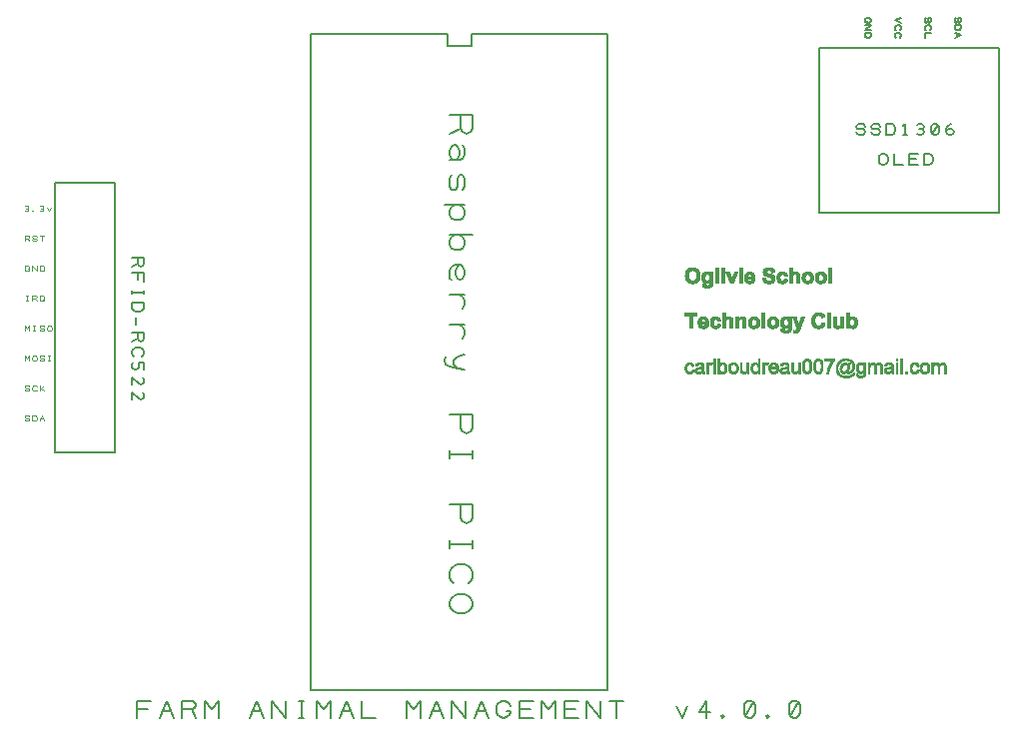
<source format=gbr>
G04 DesignSpark PCB Gerber Version 11.0 Build 5877*
%FSLAX35Y35*%
%MOIN*%
%ADD11C,0.00100*%
%ADD10C,0.00500*%
X0Y0D02*
D02*
D10*
X55250Y185250D02*
X35250D01*
Y95250D01*
X55250D01*
Y185250D01*
X61187Y160250D02*
X64937D01*
Y158063D01*
X64625Y157437D01*
X64000Y157125D01*
X63375Y157437D01*
X63063Y158063D01*
Y160250D01*
Y158063D02*
X61187Y157125D01*
Y155250D02*
X64937D01*
Y152125D01*
X63063Y152750D02*
Y155250D01*
X61187Y149313D02*
Y148063D01*
Y148687D02*
X64937D01*
Y149313D02*
Y148063D01*
X61187Y145250D02*
X64937D01*
Y143375D01*
X64625Y142750D01*
X64313Y142437D01*
X63687Y142125D01*
X62437D01*
X61813Y142437D01*
X61500Y142750D01*
X61187Y143375D01*
Y145250D01*
X62437Y140250D02*
Y137750D01*
X61187Y135250D02*
X64937D01*
Y133063D01*
X64625Y132437D01*
X64000Y132125D01*
X63375Y132437D01*
X63063Y133063D01*
Y135250D01*
Y133063D02*
X61187Y132125D01*
X61813Y127125D02*
X61500Y127437D01*
X61187Y128063D01*
Y129000D01*
X61500Y129625D01*
X61813Y129937D01*
X62437Y130250D01*
X63687D01*
X64313Y129937D01*
X64625Y129625D01*
X64937Y129000D01*
Y128063D01*
X64625Y127437D01*
X64313Y127125D01*
X61500Y125250D02*
X61187Y124625D01*
Y123687D01*
X61500Y123063D01*
X62125Y122750D01*
X62437D01*
X63063Y123063D01*
X63375Y123687D01*
Y125250D01*
X64937D01*
Y122750D01*
X61187Y117750D02*
Y120250D01*
X63375Y118063D01*
X64000Y117750D01*
X64625Y118063D01*
X64937Y118687D01*
Y119625D01*
X64625Y120250D01*
X61187Y112750D02*
Y115250D01*
X63375Y113063D01*
X64000Y112750D01*
X64625Y113063D01*
X64937Y113687D01*
Y114625D01*
X64625Y115250D01*
X167125Y207750D02*
X174625D01*
Y203375D01*
X174000Y202125D01*
X172750Y201500D01*
X171500Y202125D01*
X170875Y203375D01*
Y207750D01*
Y203375D02*
X167125Y201500D01*
X171500Y197750D02*
X172125Y196500D01*
Y194625D01*
X171500Y193375D01*
X170250Y192750D01*
X168375D01*
X167750Y193375D01*
X167125Y194625D01*
Y195875D01*
X167750Y197125D01*
X168375Y197750D01*
X169000D01*
X169625Y197125D01*
X170250Y195875D01*
Y194625D01*
X169625Y193375D01*
X169000Y192750D01*
X168375D02*
X167125D01*
X167750Y187750D02*
X167125Y186500D01*
Y184000D01*
X167750Y182750D01*
X169000D01*
X169625Y184000D01*
Y186500D01*
X170250Y187750D01*
X171500D01*
X172125Y186500D01*
Y184000D01*
X171500Y182750D01*
X172125Y177750D02*
X165250D01*
X169000D02*
X167750Y177125D01*
X167125Y175875D01*
Y174625D01*
X167750Y173375D01*
X169000Y172750D01*
X170250D01*
X171500Y173375D01*
X172125Y174625D01*
Y175875D01*
X171500Y177125D01*
X170250Y177750D01*
X169000D01*
Y167750D02*
X167750Y167125D01*
X167125Y165875D01*
Y164625D01*
X167750Y163375D01*
X169000Y162750D01*
X170250D01*
X171500Y163375D01*
X172125Y164625D01*
Y165875D01*
X171500Y167125D01*
X170250Y167750D01*
X167125D02*
X174625D01*
X167750Y152750D02*
X167125Y153375D01*
Y154625D01*
Y155875D01*
X167750Y157125D01*
X169000Y157750D01*
X170875D01*
X171500Y157125D01*
X172125Y155875D01*
Y154625D01*
X171500Y153375D01*
X170875Y152750D01*
X170250D01*
X169625Y153375D01*
X169000Y154625D01*
Y155875D01*
X169625Y157125D01*
X170250Y157750D01*
X167125Y147750D02*
X172125D01*
X170250D02*
X171500Y147125D01*
X172125Y145875D01*
Y144625D01*
X171500Y143375D01*
X167125Y137750D02*
X172125D01*
X170250D02*
X171500Y137125D01*
X172125Y135875D01*
Y134625D01*
X171500Y133375D01*
X172125Y127750D02*
X169625Y127125D01*
X168375Y125875D01*
Y124625D01*
X169625Y123375D01*
X172125Y122750D01*
X169625Y123375D02*
X167125Y124000D01*
X165875Y124625D01*
X165250Y125875D01*
X165875Y127125D01*
X167125Y107750D02*
X174625D01*
Y103375D01*
X174000Y102125D01*
X172750Y101500D01*
X171500Y102125D01*
X170875Y103375D01*
Y107750D01*
X167125Y95875D02*
Y93375D01*
Y94625D02*
X174625D01*
Y95875D02*
Y93375D01*
X167125Y77750D02*
X174625D01*
Y73375D01*
X174000Y72125D01*
X172750Y71500D01*
X171500Y72125D01*
X170875Y73375D01*
Y77750D01*
X167125Y65875D02*
Y63375D01*
Y64625D02*
X174625D01*
Y65875D02*
Y63375D01*
X168375Y51500D02*
X167750Y52125D01*
X167125Y53375D01*
Y55250D01*
X167750Y56500D01*
X168375Y57125D01*
X169625Y57750D01*
X172125D01*
X173375Y57125D01*
X174000Y56500D01*
X174625Y55250D01*
Y53375D01*
X174000Y52125D01*
X173375Y51500D01*
X169625Y47750D02*
X172125D01*
X173375Y47125D01*
X174000Y46500D01*
X174625Y45250D01*
Y44000D01*
X174000Y42750D01*
X173375Y42125D01*
X172125Y41500D01*
X169625D01*
X168375Y42125D01*
X167750Y42750D01*
X167125Y44000D01*
Y45250D01*
X167750Y46500D01*
X168375Y47125D01*
X169625Y47750D01*
X62750Y6656D02*
Y12281D01*
X67437D01*
X66500Y9469D02*
X62750D01*
X70250Y6656D02*
X72594Y12281D01*
X74937Y6656D01*
X71187Y9000D02*
X74000D01*
X77750Y6656D02*
Y12281D01*
X81031D01*
X81969Y11813D01*
X82437Y10875D01*
X81969Y9937D01*
X81031Y9469D01*
X77750D01*
X81031D02*
X82437Y6656D01*
X85250D02*
Y12281D01*
X87594Y9469D01*
X89937Y12281D01*
Y6656D01*
X100250D02*
X102594Y12281D01*
X104937Y6656D01*
X101187Y9000D02*
X104000D01*
X107750Y6656D02*
Y12281D01*
X112437Y6656D01*
Y12281D01*
X116656Y6656D02*
X118531D01*
X117594D02*
Y12281D01*
X116656D02*
X118531D01*
X122750Y6656D02*
Y12281D01*
X125094Y9469D01*
X127437Y12281D01*
Y6656D01*
X130250D02*
X132594Y12281D01*
X134937Y6656D01*
X131187Y9000D02*
X134000D01*
X137750Y12281D02*
Y6656D01*
X142437D01*
X152750D02*
Y12281D01*
X155094Y9469D01*
X157437Y12281D01*
Y6656D01*
X160250D02*
X162594Y12281D01*
X164937Y6656D01*
X161187Y9000D02*
X164000D01*
X167750Y6656D02*
Y12281D01*
X172437Y6656D01*
Y12281D01*
X175250Y6656D02*
X177594Y12281D01*
X179937Y6656D01*
X176187Y9000D02*
X179000D01*
X186031D02*
X187437D01*
Y8531D01*
X186969Y7594D01*
X186500Y7125D01*
X185563Y6656D01*
X184625D01*
X183687Y7125D01*
X183219Y7594D01*
X182750Y8531D01*
Y10406D01*
X183219Y11344D01*
X183687Y11813D01*
X184625Y12281D01*
X185563D01*
X186500Y11813D01*
X186969Y11344D01*
X187437Y10406D01*
X190250Y6656D02*
Y12281D01*
X194937D01*
X194000Y9469D02*
X190250D01*
Y6656D02*
X194937D01*
X197750D02*
Y12281D01*
X200094Y9469D01*
X202437Y12281D01*
Y6656D01*
X205250D02*
Y12281D01*
X209937D01*
X209000Y9469D02*
X205250D01*
Y6656D02*
X209937D01*
X212750D02*
Y12281D01*
X217437Y6656D01*
Y12281D01*
X222594Y6656D02*
Y12281D01*
X220250D02*
X224937D01*
X242750Y10406D02*
X244625Y6656D01*
X246500Y10406D01*
X252594Y6656D02*
Y12281D01*
X250250Y8531D01*
X254000D01*
X258219Y6656D02*
X258687Y7125D01*
X258219Y7594D01*
X257750Y7125D01*
X258219Y6656D01*
X265719Y7125D02*
X266656Y6656D01*
X267594D01*
X268531Y7125D01*
X269000Y8063D01*
Y10875D01*
X268531Y11813D01*
X267594Y12281D01*
X266656D01*
X265719Y11813D01*
X265250Y10875D01*
Y8063D01*
X265719Y7125D01*
X268531Y11813D01*
X273219Y6656D02*
X273687Y7125D01*
X273219Y7594D01*
X272750Y7125D01*
X273219Y6656D01*
X280719Y7125D02*
X281656Y6656D01*
X282594D01*
X283531Y7125D01*
X284000Y8063D01*
Y10875D01*
X283531Y11813D01*
X282594Y12281D01*
X281656D01*
X280719Y11813D01*
X280250Y10875D01*
Y8063D01*
X280719Y7125D01*
X283531Y11813D01*
X219750Y234750D02*
Y15750D01*
X120750D01*
Y234750D01*
X166250D01*
Y230750D01*
X174250D01*
Y234750D01*
X219750D01*
X290250Y175250D02*
X350250D01*
Y230250D01*
X290250D01*
Y175250D01*
X306500Y239156D02*
Y238687D01*
X306344D01*
X306031Y238844D01*
X305875Y239000D01*
X305719Y239313D01*
Y239625D01*
X305875Y239937D01*
X306031Y240094D01*
X306344Y240250D01*
X306969D01*
X307281Y240094D01*
X307437Y239937D01*
X307594Y239625D01*
Y239313D01*
X307437Y239000D01*
X307281Y238844D01*
X306969Y238687D01*
X305719Y237750D02*
X307594D01*
X305719Y236187D01*
X307594D01*
X305719Y235250D02*
X307594D01*
Y234313D01*
X307437Y234000D01*
X307281Y233844D01*
X306969Y233687D01*
X306344D01*
X306031Y233844D01*
X305875Y234000D01*
X305719Y234313D01*
Y235250D01*
X317594Y240250D02*
X315719Y239469D01*
X317594Y238687D01*
X316031Y236187D02*
X315875Y236344D01*
X315719Y236656D01*
Y237125D01*
X315875Y237437D01*
X316031Y237594D01*
X316344Y237750D01*
X316969D01*
X317281Y237594D01*
X317437Y237437D01*
X317594Y237125D01*
Y236656D01*
X317437Y236344D01*
X317281Y236187D01*
X316031Y233687D02*
X315875Y233844D01*
X315719Y234156D01*
Y234625D01*
X315875Y234937D01*
X316031Y235094D01*
X316344Y235250D01*
X316969D01*
X317281Y235094D01*
X317437Y234937D01*
X317594Y234625D01*
Y234156D01*
X317437Y233844D01*
X317281Y233687D01*
X310250Y192437D02*
Y193687D01*
X310563Y194313D01*
X310875Y194625D01*
X311500Y194937D01*
X312125D01*
X312750Y194625D01*
X313063Y194313D01*
X313375Y193687D01*
Y192437D01*
X313063Y191813D01*
X312750Y191500D01*
X312125Y191187D01*
X311500D01*
X310875Y191500D01*
X310563Y191813D01*
X310250Y192437D01*
X315250Y194937D02*
Y191187D01*
X318375D01*
X320250D02*
Y194937D01*
X323375D01*
X322750Y193063D02*
X320250D01*
Y191187D02*
X323375D01*
X325250D02*
Y194937D01*
X327125D01*
X327750Y194625D01*
X328063Y194313D01*
X328375Y193687D01*
Y192437D01*
X328063Y191813D01*
X327750Y191500D01*
X327125Y191187D01*
X325250D01*
X302750Y202125D02*
X303063Y201500D01*
X303687Y201187D01*
X304937D01*
X305563Y201500D01*
X305875Y202125D01*
X305563Y202750D01*
X304937Y203063D01*
X303687D01*
X303063Y203375D01*
X302750Y204000D01*
X303063Y204625D01*
X303687Y204937D01*
X304937D01*
X305563Y204625D01*
X305875Y204000D01*
X307750Y202125D02*
X308063Y201500D01*
X308687Y201187D01*
X309937D01*
X310563Y201500D01*
X310875Y202125D01*
X310563Y202750D01*
X309937Y203063D01*
X308687D01*
X308063Y203375D01*
X307750Y204000D01*
X308063Y204625D01*
X308687Y204937D01*
X309937D01*
X310563Y204625D01*
X310875Y204000D01*
X312750Y201187D02*
Y204937D01*
X314625D01*
X315250Y204625D01*
X315563Y204313D01*
X315875Y203687D01*
Y202437D01*
X315563Y201813D01*
X315250Y201500D01*
X314625Y201187D01*
X312750D01*
X318375D02*
X319625D01*
X319000D02*
Y204937D01*
X318375Y204313D01*
X323063Y201500D02*
X323687Y201187D01*
X324313D01*
X324937Y201500D01*
X325250Y202125D01*
X324937Y202750D01*
X324313Y203063D01*
X323687D01*
X324313D02*
X324937Y203375D01*
X325250Y204000D01*
X324937Y204625D01*
X324313Y204937D01*
X323687D01*
X323063Y204625D01*
X328063Y201500D02*
X328687Y201187D01*
X329313D01*
X329937Y201500D01*
X330250Y202125D01*
Y204000D01*
X329937Y204625D01*
X329313Y204937D01*
X328687D01*
X328063Y204625D01*
X327750Y204000D01*
Y202125D01*
X328063Y201500D01*
X329937Y204625D01*
X332750Y202125D02*
X333063Y202750D01*
X333687Y203063D01*
X334313D01*
X334937Y202750D01*
X335250Y202125D01*
X334937Y201500D01*
X334313Y201187D01*
X333687D01*
X333063Y201500D01*
X332750Y202125D01*
Y203063D01*
X333063Y204000D01*
X333687Y204625D01*
X334313Y204937D01*
X326187Y240250D02*
X325875Y240094D01*
X325719Y239781D01*
Y239156D01*
X325875Y238844D01*
X326187Y238687D01*
X326500Y238844D01*
X326656Y239156D01*
Y239781D01*
X326813Y240094D01*
X327125Y240250D01*
X327437Y240094D01*
X327594Y239781D01*
Y239156D01*
X327437Y238844D01*
X327125Y238687D01*
X326031Y236187D02*
X325875Y236344D01*
X325719Y236656D01*
Y237125D01*
X325875Y237437D01*
X326031Y237594D01*
X326344Y237750D01*
X326969D01*
X327281Y237594D01*
X327437Y237437D01*
X327594Y237125D01*
Y236656D01*
X327437Y236344D01*
X327281Y236187D01*
X327594Y235250D02*
X325719D01*
Y233687D01*
X336187Y240250D02*
X335875Y240094D01*
X335719Y239781D01*
Y239156D01*
X335875Y238844D01*
X336187Y238687D01*
X336500Y238844D01*
X336656Y239156D01*
Y239781D01*
X336813Y240094D01*
X337125Y240250D01*
X337437Y240094D01*
X337594Y239781D01*
Y239156D01*
X337437Y238844D01*
X337125Y238687D01*
X335719Y237750D02*
X337594D01*
Y236813D01*
X337437Y236500D01*
X337281Y236344D01*
X336969Y236187D01*
X336344D01*
X336031Y236344D01*
X335875Y236500D01*
X335719Y236813D01*
Y237750D01*
Y235250D02*
X337594Y234469D01*
X335719Y233687D01*
X336500Y234937D02*
Y234000D01*
D02*
D11*
X25250Y106187D02*
X25406Y105875D01*
X25719Y105719D01*
X26344D01*
X26656Y105875D01*
X26813Y106187D01*
X26656Y106500D01*
X26344Y106656D01*
X25719D01*
X25406Y106813D01*
X25250Y107125D01*
X25406Y107437D01*
X25719Y107594D01*
X26344D01*
X26656Y107437D01*
X26813Y107125D01*
X27750Y105719D02*
Y107594D01*
X28687D01*
X29000Y107437D01*
X29156Y107281D01*
X29313Y106969D01*
Y106344D01*
X29156Y106031D01*
X29000Y105875D01*
X28687Y105719D01*
X27750D01*
X30250D02*
X31031Y107594D01*
X31813Y105719D01*
X30563Y106500D02*
X31500D01*
X25250Y116187D02*
X25406Y115875D01*
X25719Y115719D01*
X26344D01*
X26656Y115875D01*
X26813Y116187D01*
X26656Y116500D01*
X26344Y116656D01*
X25719D01*
X25406Y116813D01*
X25250Y117125D01*
X25406Y117437D01*
X25719Y117594D01*
X26344D01*
X26656Y117437D01*
X26813Y117125D01*
X29313Y116031D02*
X29156Y115875D01*
X28844Y115719D01*
X28375D01*
X28063Y115875D01*
X27906Y116031D01*
X27750Y116344D01*
Y116969D01*
X27906Y117281D01*
X28063Y117437D01*
X28375Y117594D01*
X28844D01*
X29156Y117437D01*
X29313Y117281D01*
X30250Y115719D02*
Y117594D01*
Y116656D02*
X30719D01*
X31813Y117594D01*
X30719Y116656D02*
X31813Y115719D01*
X25250Y125719D02*
Y127594D01*
X26031Y126656D01*
X26813Y127594D01*
Y125719D01*
X27750Y126344D02*
Y126969D01*
X27906Y127281D01*
X28063Y127437D01*
X28375Y127594D01*
X28687D01*
X29000Y127437D01*
X29156Y127281D01*
X29313Y126969D01*
Y126344D01*
X29156Y126031D01*
X29000Y125875D01*
X28687Y125719D01*
X28375D01*
X28063Y125875D01*
X27906Y126031D01*
X27750Y126344D01*
X30250Y126187D02*
X30406Y125875D01*
X30719Y125719D01*
X31344D01*
X31656Y125875D01*
X31813Y126187D01*
X31656Y126500D01*
X31344Y126656D01*
X30719D01*
X30406Y126813D01*
X30250Y127125D01*
X30406Y127437D01*
X30719Y127594D01*
X31344D01*
X31656Y127437D01*
X31813Y127125D01*
X33219Y125719D02*
X33844D01*
X33531D02*
Y127594D01*
X33219D02*
X33844D01*
X25250Y135719D02*
Y137594D01*
X26031Y136656D01*
X26813Y137594D01*
Y135719D01*
X28219D02*
X28844D01*
X28531D02*
Y137594D01*
X28219D02*
X28844D01*
X30250Y136187D02*
X30406Y135875D01*
X30719Y135719D01*
X31344D01*
X31656Y135875D01*
X31813Y136187D01*
X31656Y136500D01*
X31344Y136656D01*
X30719D01*
X30406Y136813D01*
X30250Y137125D01*
X30406Y137437D01*
X30719Y137594D01*
X31344D01*
X31656Y137437D01*
X31813Y137125D01*
X32750Y136344D02*
Y136969D01*
X32906Y137281D01*
X33063Y137437D01*
X33375Y137594D01*
X33687D01*
X34000Y137437D01*
X34156Y137281D01*
X34313Y136969D01*
Y136344D01*
X34156Y136031D01*
X34000Y135875D01*
X33687Y135719D01*
X33375D01*
X33063Y135875D01*
X32906Y136031D01*
X32750Y136344D01*
X25719Y145719D02*
X26344D01*
X26031D02*
Y147594D01*
X25719D02*
X26344D01*
X27750Y145719D02*
Y147594D01*
X28844D01*
X29156Y147437D01*
X29313Y147125D01*
X29156Y146813D01*
X28844Y146656D01*
X27750D01*
X28844D02*
X29313Y145719D01*
X30250Y146344D02*
Y146969D01*
X30406Y147281D01*
X30563Y147437D01*
X30875Y147594D01*
X31187D01*
X31500Y147437D01*
X31656Y147281D01*
X31813Y146969D01*
Y146344D01*
X31656Y146031D01*
X31500Y145875D01*
X31187Y145719D01*
X30875D01*
X30563Y145875D01*
X30406Y146031D01*
X30250Y146344D01*
X31344Y146187D02*
X31813Y145719D01*
X26344Y156500D02*
X26813D01*
Y156344D01*
X26656Y156031D01*
X26500Y155875D01*
X26187Y155719D01*
X25875D01*
X25563Y155875D01*
X25406Y156031D01*
X25250Y156344D01*
Y156969D01*
X25406Y157281D01*
X25563Y157437D01*
X25875Y157594D01*
X26187D01*
X26500Y157437D01*
X26656Y157281D01*
X26813Y156969D01*
X27750Y155719D02*
Y157594D01*
X29313Y155719D01*
Y157594D01*
X30250Y155719D02*
Y157594D01*
X31187D01*
X31500Y157437D01*
X31656Y157281D01*
X31813Y156969D01*
Y156344D01*
X31656Y156031D01*
X31500Y155875D01*
X31187Y155719D01*
X30250D01*
X25250Y165719D02*
Y167594D01*
X26344D01*
X26656Y167437D01*
X26813Y167125D01*
X26656Y166813D01*
X26344Y166656D01*
X25250D01*
X26344D02*
X26813Y165719D01*
X27750Y166187D02*
X27906Y165875D01*
X28219Y165719D01*
X28844D01*
X29156Y165875D01*
X29313Y166187D01*
X29156Y166500D01*
X28844Y166656D01*
X28219D01*
X27906Y166813D01*
X27750Y167125D01*
X27906Y167437D01*
X28219Y167594D01*
X28844D01*
X29156Y167437D01*
X29313Y167125D01*
X31031Y165719D02*
Y167594D01*
X30250D02*
X31813D01*
X25406Y175875D02*
X25719Y175719D01*
X26031D01*
X26344Y175875D01*
X26500Y176187D01*
X26344Y176500D01*
X26031Y176656D01*
X25719D01*
X26031D02*
X26344Y176813D01*
X26500Y177125D01*
X26344Y177437D01*
X26031Y177594D01*
X25719D01*
X25406Y177437D01*
X27906Y175719D02*
X28063Y175875D01*
X27906Y176031D01*
X27750Y175875D01*
X27906Y175719D01*
X30406Y175875D02*
X30719Y175719D01*
X31031D01*
X31344Y175875D01*
X31500Y176187D01*
X31344Y176500D01*
X31031Y176656D01*
X30719D01*
X31031D02*
X31344Y176813D01*
X31500Y177125D01*
X31344Y177437D01*
X31031Y177594D01*
X30719D01*
X30406Y177437D01*
X32750Y176969D02*
X33375Y175719D01*
X34000Y176969D01*
X247967Y122945D02*
X248546Y122869D01*
X248517Y122722D01*
X248480Y122587D01*
X248432Y122455D01*
X248378Y122334D01*
X248311Y122220D01*
X248238Y122118D01*
X248154Y122019D01*
X248059Y121931D01*
X247960Y121854D01*
X247854Y121784D01*
X247740Y121726D01*
X247623Y121678D01*
X247498Y121642D01*
X247370Y121616D01*
X247239Y121598D01*
X247096Y121594D01*
X246924Y121601D01*
X246759Y121623D01*
X246601Y121660D01*
X246451Y121711D01*
X246312Y121777D01*
X246184Y121857D01*
X246063Y121953D01*
X245950Y122059D01*
X245847Y122183D01*
X245759Y122319D01*
X245682Y122469D01*
X245624Y122627D01*
X245576Y122802D01*
X245539Y122989D01*
X245521Y123187D01*
X245514Y123400D01*
X245517Y123539D01*
X245525Y123670D01*
X245539Y123802D01*
X245561Y123927D01*
X245587Y124048D01*
X245620Y124165D01*
X245656Y124278D01*
X245700Y124385D01*
X245752Y124487D01*
X245807Y124582D01*
X245869Y124674D01*
X245935Y124754D01*
X246012Y124831D01*
X246092Y124901D01*
X246176Y124963D01*
X246268Y125018D01*
X246367Y125069D01*
X246466Y125109D01*
X246565Y125146D01*
X246667Y125176D01*
X246774Y125201D01*
X246880Y125216D01*
X246989Y125227D01*
X247099Y125230D01*
X247239Y125227D01*
X247370Y125212D01*
X247498Y125190D01*
X247616Y125157D01*
X247729Y125117D01*
X247835Y125069D01*
X247934Y125011D01*
X248030Y124945D01*
X248114Y124868D01*
X248194Y124784D01*
X248264Y124692D01*
X248326Y124597D01*
X248378Y124491D01*
X248425Y124377D01*
X248462Y124256D01*
X248491Y124128D01*
X247916Y124040D01*
X247894Y124124D01*
X247869Y124205D01*
X247835Y124278D01*
X247802Y124348D01*
X247766Y124410D01*
X247722Y124469D01*
X247678Y124524D01*
X247627Y124568D01*
X247572Y124611D01*
X247517Y124648D01*
X247458Y124678D01*
X247396Y124703D01*
X247334Y124721D01*
X247264Y124736D01*
X247194Y124743D01*
X247125Y124747D01*
X247015Y124743D01*
X246913Y124725D01*
X246814Y124703D01*
X246719Y124667D01*
X246631Y124622D01*
X246550Y124568D01*
X246473Y124502D01*
X246400Y124428D01*
X246334Y124341D01*
X246279Y124245D01*
X246231Y124135D01*
X246191Y124015D01*
X246162Y123883D01*
X246140Y123736D01*
X246125Y123583D01*
X246122Y123414D01*
X246125Y123246D01*
X246140Y123088D01*
X246158Y122942D01*
X246187Y122810D01*
X246228Y122689D01*
X246272Y122579D01*
X246327Y122480D01*
X246389Y122396D01*
X246462Y122319D01*
X246535Y122257D01*
X246616Y122202D01*
X246700Y122158D01*
X246792Y122121D01*
X246887Y122096D01*
X246986Y122081D01*
X247092Y122078D01*
X247176Y122081D01*
X247257Y122092D01*
X247337Y122107D01*
X247411Y122129D01*
X247480Y122162D01*
X247550Y122198D01*
X247612Y122239D01*
X247670Y122290D01*
X247729Y122348D01*
X247777Y122411D01*
X247824Y122480D01*
X247861Y122561D01*
X247898Y122645D01*
X247927Y122737D01*
X247949Y122839D01*
X247967Y122945D01*
X251322Y122099D02*
X251241Y122033D01*
X251161Y121971D01*
X251080Y121913D01*
X251000Y121861D01*
X250919Y121817D01*
X250842Y121774D01*
X250765Y121741D01*
X250688Y121707D01*
X250534Y121656D01*
X250377Y121623D01*
X250209Y121601D01*
X250040Y121594D01*
X249901Y121598D01*
X249769Y121612D01*
X249648Y121634D01*
X249531Y121663D01*
X249425Y121704D01*
X249330Y121752D01*
X249238Y121806D01*
X249157Y121872D01*
X249084Y121946D01*
X249022Y122022D01*
X248971Y122107D01*
X248927Y122191D01*
X248894Y122282D01*
X248868Y122381D01*
X248854Y122484D01*
X248850Y122590D01*
X248857Y122715D01*
X248879Y122832D01*
X248916Y122945D01*
X248967Y123055D01*
X249029Y123154D01*
X249099Y123246D01*
X249183Y123326D01*
X249271Y123396D01*
X249370Y123454D01*
X249472Y123506D01*
X249579Y123550D01*
X249696Y123586D01*
X249740Y123597D01*
X249794Y123612D01*
X249850Y123623D01*
X249912Y123634D01*
X249981Y123645D01*
X250055Y123656D01*
X250135Y123667D01*
X250219Y123678D01*
X250392Y123696D01*
X250553Y123722D01*
X250703Y123744D01*
X250838Y123769D01*
X250967Y123795D01*
X251080Y123820D01*
X251179Y123850D01*
X251270Y123879D01*
X251274Y123934D01*
Y123978D01*
Y124011D01*
Y124033D01*
X251270Y124121D01*
X251263Y124202D01*
X251252Y124275D01*
X251234Y124341D01*
X251208Y124403D01*
X251179Y124454D01*
X251146Y124502D01*
X251106Y124542D01*
X251047Y124590D01*
X250981Y124630D01*
X250908Y124667D01*
X250828Y124692D01*
X250739Y124714D01*
X250644Y124732D01*
X250545Y124740D01*
X250435Y124743D01*
X250337Y124740D01*
X250241Y124732D01*
X250157Y124721D01*
X250077Y124707D01*
X250004Y124685D01*
X249937Y124659D01*
X249875Y124630D01*
X249824Y124597D01*
X249776Y124557D01*
X249732Y124509D01*
X249689Y124454D01*
X249652Y124396D01*
X249615Y124326D01*
X249586Y124253D01*
X249557Y124169D01*
X249531Y124081D01*
X248952Y124157D01*
X248974Y124249D01*
X248996Y124333D01*
X249026Y124414D01*
X249055Y124491D01*
X249092Y124564D01*
X249128Y124633D01*
X249169Y124696D01*
X249213Y124754D01*
X249260Y124813D01*
X249311Y124864D01*
X249370Y124912D01*
X249432Y124956D01*
X249498Y125000D01*
X249571Y125040D01*
X249648Y125073D01*
X249732Y125106D01*
X249820Y125135D01*
X249908Y125161D01*
X250004Y125183D01*
X250099Y125198D01*
X250201Y125212D01*
X250304Y125223D01*
X250410Y125227D01*
X250520Y125230D01*
X250630Y125227D01*
X250732Y125223D01*
X250831Y125216D01*
X250926Y125205D01*
X251014Y125190D01*
X251095Y125172D01*
X251172Y125150D01*
X251245Y125124D01*
X251311Y125099D01*
X251377Y125069D01*
X251431Y125040D01*
X251487Y125007D01*
X251534Y124974D01*
X251578Y124937D01*
X251619Y124901D01*
X251655Y124861D01*
X251714Y124776D01*
X251765Y124681D01*
X251805Y124575D01*
X251838Y124458D01*
X251845Y124417D01*
X251849Y124370D01*
X251856Y124311D01*
X251860Y124249D01*
X251864Y124176D01*
X251867Y124095D01*
Y124011D01*
Y123916D01*
Y123128D01*
Y123030D01*
Y122934D01*
Y122843D01*
X251871Y122755D01*
Y122674D01*
Y122597D01*
X251875Y122524D01*
X251878Y122458D01*
Y122396D01*
X251882Y122337D01*
X251886Y122286D01*
X251889Y122235D01*
X251893Y122191D01*
X251897Y122154D01*
X251900Y122118D01*
X251904Y122088D01*
X251930Y121982D01*
X251963Y121876D01*
X252003Y121774D01*
X252054Y121671D01*
X251439D01*
X251399Y121766D01*
X251366Y121869D01*
X251340Y121978D01*
X251322Y122099D01*
X251274Y123418D02*
X251190Y123385D01*
X251095Y123356D01*
X250989Y123326D01*
X250871Y123297D01*
X250747Y123268D01*
X250611Y123242D01*
X250465Y123220D01*
X250311Y123194D01*
X250223Y123180D01*
X250143Y123169D01*
X250066Y123154D01*
X250000Y123139D01*
X249937Y123125D01*
X249883Y123110D01*
X249835Y123092D01*
X249794Y123077D01*
X249725Y123041D01*
X249663Y122996D01*
X249608Y122945D01*
X249560Y122887D01*
X249527Y122821D01*
X249502Y122751D01*
X249483Y122681D01*
X249480Y122605D01*
X249483Y122546D01*
X249491Y122491D01*
X249506Y122440D01*
X249524Y122389D01*
X249549Y122341D01*
X249579Y122297D01*
X249615Y122253D01*
X249659Y122213D01*
X249707Y122176D01*
X249758Y122143D01*
X249817Y122118D01*
X249879Y122096D01*
X249945Y122078D01*
X250018Y122067D01*
X250099Y122059D01*
X250179Y122056D01*
X250263Y122059D01*
X250348Y122063D01*
X250424Y122078D01*
X250502Y122092D01*
X250578Y122114D01*
X250648Y122140D01*
X250718Y122169D01*
X250787Y122206D01*
X250849Y122242D01*
X250912Y122286D01*
X250967Y122330D01*
X251018Y122381D01*
X251062Y122433D01*
X251106Y122491D01*
X251143Y122550D01*
X251175Y122612D01*
X251197Y122663D01*
X251219Y122722D01*
X251234Y122788D01*
X251248Y122857D01*
X251256Y122934D01*
X251263Y123019D01*
X251270Y123106D01*
Y123202D01*
X251274Y123418D01*
X252776Y121671D02*
Y125154D01*
X253307D01*
Y124626D01*
X253358Y124714D01*
X253406Y124794D01*
X253453Y124868D01*
X253501Y124930D01*
X253548Y124989D01*
X253592Y125036D01*
X253636Y125080D01*
X253680Y125113D01*
X253768Y125165D01*
X253863Y125201D01*
X253911Y125212D01*
X253959Y125223D01*
X254010Y125227D01*
X254061Y125230D01*
X254134Y125227D01*
X254207Y125219D01*
X254284Y125205D01*
X254361Y125183D01*
X254435Y125157D01*
X254511Y125124D01*
X254588Y125088D01*
X254665Y125044D01*
X254460Y124494D01*
X254405Y124524D01*
X254350Y124553D01*
X254299Y124571D01*
X254244Y124590D01*
X254189Y124604D01*
X254134Y124615D01*
X254083Y124619D01*
X254028Y124622D01*
X253933Y124615D01*
X253845Y124593D01*
X253761Y124557D01*
X253684Y124506D01*
X253611Y124443D01*
X253552Y124366D01*
X253501Y124282D01*
X253464Y124183D01*
X253420Y124022D01*
X253391Y123854D01*
X253372Y123678D01*
X253365Y123494D01*
Y121671D01*
X252776D01*
X255002D02*
Y126476D01*
X255592D01*
Y121671D01*
X255002D01*
X257049D02*
X256504D01*
Y126476D01*
X257093D01*
Y124762D01*
X257189Y124872D01*
X257294Y124967D01*
X257401Y125047D01*
X257518Y125113D01*
X257643Y125165D01*
X257771Y125201D01*
X257906Y125223D01*
X258045Y125230D01*
X258126Y125227D01*
X258207Y125223D01*
X258283Y125212D01*
X258360Y125198D01*
X258433Y125179D01*
X258511Y125157D01*
X258584Y125131D01*
X258653Y125102D01*
X258793Y125029D01*
X258917Y124945D01*
X259027Y124846D01*
X259126Y124736D01*
X259214Y124615D01*
X259291Y124480D01*
X259360Y124330D01*
X259415Y124172D01*
X259463Y124004D01*
X259496Y123828D01*
X259514Y123648D01*
X259521Y123465D01*
X259514Y123246D01*
X259492Y123044D01*
X259459Y122850D01*
X259411Y122670D01*
X259349Y122506D01*
X259272Y122352D01*
X259181Y122209D01*
X259078Y122081D01*
X259023Y122022D01*
X258965Y121968D01*
X258906Y121916D01*
X258847Y121869D01*
X258785Y121825D01*
X258723Y121784D01*
X258657Y121748D01*
X258591Y121715D01*
X258525Y121685D01*
X258456Y121663D01*
X258386Y121642D01*
X258317Y121623D01*
X258243Y121612D01*
X258170Y121601D01*
X258093Y121594D01*
X258016D01*
X257939Y121598D01*
X257866Y121601D01*
X257796Y121612D01*
X257723Y121627D01*
X257657Y121645D01*
X257591Y121667D01*
X257529Y121693D01*
X257467Y121722D01*
X257408Y121755D01*
X257350Y121795D01*
X257294Y121836D01*
X257240Y121883D01*
X257192Y121931D01*
X257141Y121986D01*
X257093Y122044D01*
X257049Y122107D01*
Y121671D01*
X257042Y123440D02*
X257046Y123286D01*
X257053Y123147D01*
X257068Y123019D01*
X257086Y122898D01*
X257108Y122791D01*
X257137Y122693D01*
X257174Y122608D01*
X257211Y122531D01*
X257284Y122425D01*
X257364Y122334D01*
X257448Y122257D01*
X257540Y122191D01*
X257635Y122140D01*
X257741Y122107D01*
X257848Y122085D01*
X257965Y122078D01*
X258060Y122081D01*
X258152Y122099D01*
X258239Y122125D01*
X258324Y122162D01*
X258408Y122209D01*
X258485Y122268D01*
X258562Y122334D01*
X258631Y122414D01*
X258697Y122502D01*
X258756Y122601D01*
X258804Y122711D01*
X258844Y122832D01*
X258873Y122964D01*
X258895Y123103D01*
X258910Y123253D01*
X258913Y123414D01*
X258910Y123579D01*
X258895Y123733D01*
X258877Y123876D01*
X258847Y124007D01*
X258807Y124128D01*
X258763Y124238D01*
X258708Y124337D01*
X258643Y124421D01*
X258573Y124498D01*
X258503Y124564D01*
X258426Y124619D01*
X258346Y124667D01*
X258261Y124700D01*
X258174Y124725D01*
X258086Y124743D01*
X257991Y124747D01*
X257895Y124743D01*
X257804Y124725D01*
X257716Y124700D01*
X257631Y124663D01*
X257551Y124615D01*
X257470Y124557D01*
X257397Y124491D01*
X257324Y124410D01*
X257258Y124322D01*
X257200Y124223D01*
X257152Y124117D01*
X257111Y124000D01*
X257082Y123872D01*
X257060Y123736D01*
X257046Y123594D01*
X257042Y123440D01*
X260019Y123410D02*
X260023Y123531D01*
X260027Y123645D01*
X260037Y123758D01*
X260052Y123865D01*
X260070Y123967D01*
X260096Y124066D01*
X260122Y124161D01*
X260155Y124253D01*
X260188Y124341D01*
X260228Y124425D01*
X260272Y124506D01*
X260323Y124579D01*
X260374Y124652D01*
X260430Y124718D01*
X260492Y124784D01*
X260557Y124842D01*
X260671Y124934D01*
X260792Y125015D01*
X260920Y125080D01*
X261056Y125135D01*
X261195Y125176D01*
X261341Y125205D01*
X261491Y125223D01*
X261649Y125230D01*
X261741Y125227D01*
X261825Y125223D01*
X261909Y125212D01*
X261993Y125201D01*
X262074Y125183D01*
X262151Y125165D01*
X262228Y125139D01*
X262304Y125113D01*
X262374Y125080D01*
X262444Y125047D01*
X262513Y125007D01*
X262579Y124967D01*
X262645Y124919D01*
X262707Y124872D01*
X262766Y124817D01*
X262824Y124762D01*
X262931Y124637D01*
X263022Y124502D01*
X263099Y124355D01*
X263165Y124202D01*
X263216Y124033D01*
X263249Y123854D01*
X263271Y123663D01*
X263279Y123462D01*
X263275Y123297D01*
X263268Y123143D01*
X263249Y122996D01*
X263227Y122861D01*
X263202Y122733D01*
X263165Y122616D01*
X263125Y122506D01*
X263077Y122403D01*
X263022Y122312D01*
X262964Y122224D01*
X262901Y122140D01*
X262828Y122063D01*
X262755Y121989D01*
X262670Y121924D01*
X262583Y121861D01*
X262491Y121806D01*
X262393Y121755D01*
X262293Y121715D01*
X262191Y121678D01*
X262088Y121645D01*
X261982Y121623D01*
X261872Y121609D01*
X261763Y121598D01*
X261649Y121594D01*
X261473Y121601D01*
X261305Y121623D01*
X261220Y121638D01*
X261144Y121660D01*
X261067Y121682D01*
X260990Y121711D01*
X260917Y121741D01*
X260847Y121777D01*
X260777Y121814D01*
X260711Y121857D01*
X260649Y121902D01*
X260587Y121953D01*
X260528Y122004D01*
X260470Y122063D01*
X260363Y122187D01*
X260272Y122323D01*
X260195Y122473D01*
X260133Y122634D01*
X260081Y122810D01*
X260048Y122996D01*
X260027Y123198D01*
X260019Y123410D01*
X260627D02*
X260631Y123249D01*
X260646Y123099D01*
X260667Y122956D01*
X260700Y122828D01*
X260741Y122707D01*
X260792Y122597D01*
X260850Y122498D01*
X260917Y122411D01*
X260993Y122330D01*
X261074Y122264D01*
X261158Y122206D01*
X261246Y122162D01*
X261341Y122125D01*
X261440Y122099D01*
X261543Y122081D01*
X261649Y122078D01*
X261759Y122081D01*
X261861Y122099D01*
X261960Y122125D01*
X262052Y122162D01*
X262140Y122209D01*
X262224Y122264D01*
X262304Y122334D01*
X262381Y122411D01*
X262447Y122502D01*
X262506Y122601D01*
X262557Y122711D01*
X262597Y122832D01*
X262630Y122967D01*
X262652Y123110D01*
X262667Y123264D01*
X262670Y123432D01*
X262667Y123590D01*
X262652Y123736D01*
X262630Y123872D01*
X262597Y124000D01*
X262557Y124117D01*
X262506Y124223D01*
X262447Y124322D01*
X262378Y124410D01*
X262304Y124487D01*
X262224Y124557D01*
X262140Y124611D01*
X262052Y124659D01*
X261957Y124696D01*
X261857Y124721D01*
X261759Y124740D01*
X261649Y124743D01*
X261543Y124740D01*
X261440Y124721D01*
X261341Y124696D01*
X261246Y124659D01*
X261158Y124615D01*
X261074Y124557D01*
X260993Y124491D01*
X260917Y124410D01*
X260850Y124322D01*
X260792Y124223D01*
X260741Y124117D01*
X260700Y123996D01*
X260667Y123865D01*
X260646Y123725D01*
X260631Y123575D01*
X260627Y123410D01*
X266248Y121671D02*
Y122183D01*
X266197Y122114D01*
X266143Y122048D01*
X266087Y121982D01*
X266029Y121927D01*
X265967Y121872D01*
X265904Y121825D01*
X265838Y121781D01*
X265769Y121741D01*
X265699Y121707D01*
X265626Y121678D01*
X265553Y121653D01*
X265476Y121631D01*
X265395Y121616D01*
X265315Y121601D01*
X265230Y121598D01*
X265146Y121594D01*
X265069D01*
X264993Y121601D01*
X264919Y121609D01*
X264846Y121623D01*
X264776Y121642D01*
X264707Y121660D01*
X264637Y121685D01*
X264571Y121711D01*
X264506Y121741D01*
X264447Y121774D01*
X264388Y121810D01*
X264337Y121843D01*
X264289Y121883D01*
X264245Y121924D01*
X264209Y121964D01*
X264172Y122008D01*
X264113Y122103D01*
X264062Y122206D01*
X264022Y122323D01*
X263993Y122447D01*
X263985Y122491D01*
X263978Y122546D01*
X263971Y122605D01*
X263967Y122670D01*
X263960Y122744D01*
Y122821D01*
X263956Y122905D01*
Y122996D01*
Y125154D01*
X264546D01*
Y123224D01*
Y123114D01*
X264549Y123011D01*
Y122920D01*
X264557Y122835D01*
X264560Y122762D01*
X264568Y122700D01*
X264575Y122645D01*
X264582Y122601D01*
X264597Y122543D01*
X264619Y122491D01*
X264641Y122440D01*
X264670Y122393D01*
X264700Y122348D01*
X264736Y122308D01*
X264773Y122272D01*
X264817Y122235D01*
X264864Y122206D01*
X264912Y122176D01*
X264963Y122154D01*
X265018Y122136D01*
X265077Y122121D01*
X265135Y122110D01*
X265198Y122107D01*
X265263Y122103D01*
X265330Y122107D01*
X265395Y122110D01*
X265457Y122121D01*
X265520Y122136D01*
X265582Y122154D01*
X265641Y122180D01*
X265703Y122206D01*
X265761Y122239D01*
X265817Y122275D01*
X265868Y122312D01*
X265915Y122356D01*
X265959Y122400D01*
X266000Y122447D01*
X266032Y122498D01*
X266062Y122554D01*
X266091Y122608D01*
X266113Y122670D01*
X266131Y122740D01*
X266150Y122813D01*
X266161Y122898D01*
X266172Y122985D01*
X266179Y123081D01*
X266186Y123180D01*
Y123289D01*
Y125154D01*
X266776D01*
Y121671D01*
X266248D01*
X269962D02*
Y122110D01*
X269918Y122048D01*
X269874Y121989D01*
X269826Y121935D01*
X269779Y121883D01*
X269724Y121839D01*
X269669Y121795D01*
X269614Y121759D01*
X269552Y121722D01*
X269489Y121693D01*
X269427Y121667D01*
X269361Y121645D01*
X269292Y121627D01*
X269219Y121612D01*
X269145Y121601D01*
X269069Y121598D01*
X268988Y121594D01*
X268885Y121598D01*
X268783Y121609D01*
X268684Y121627D01*
X268589Y121653D01*
X268493Y121682D01*
X268402Y121722D01*
X268310Y121770D01*
X268222Y121825D01*
X268138Y121883D01*
X268057Y121949D01*
X267984Y122019D01*
X267911Y122099D01*
X267849Y122180D01*
X267787Y122268D01*
X267731Y122363D01*
X267680Y122462D01*
X267637Y122568D01*
X267600Y122678D01*
X267567Y122788D01*
X267537Y122905D01*
X267516Y123026D01*
X267501Y123150D01*
X267494Y123279D01*
X267490Y123410D01*
X267494Y123539D01*
X267501Y123663D01*
X267516Y123784D01*
X267534Y123905D01*
X267559Y124022D01*
X267589Y124135D01*
X267622Y124245D01*
X267662Y124355D01*
X267710Y124458D01*
X267761Y124553D01*
X267820Y124644D01*
X267882Y124729D01*
X267948Y124806D01*
X268021Y124879D01*
X268102Y124945D01*
X268182Y125004D01*
X268270Y125058D01*
X268361Y125102D01*
X268457Y125143D01*
X268552Y125172D01*
X268651Y125198D01*
X268750Y125216D01*
X268852Y125227D01*
X268959Y125230D01*
X269035Y125227D01*
X269112Y125223D01*
X269185Y125212D01*
X269255Y125198D01*
X269325Y125179D01*
X269391Y125157D01*
X269457Y125128D01*
X269519Y125099D01*
X269636Y125025D01*
X269742Y124945D01*
X269834Y124853D01*
X269918Y124754D01*
Y126476D01*
X270507D01*
Y121671D01*
X269962D01*
X268098Y123407D02*
X268102Y123246D01*
X268116Y123095D01*
X268138Y122953D01*
X268167Y122824D01*
X268208Y122704D01*
X268256Y122594D01*
X268314Y122495D01*
X268380Y122407D01*
X268453Y122330D01*
X268526Y122264D01*
X268607Y122206D01*
X268687Y122162D01*
X268772Y122125D01*
X268859Y122099D01*
X268951Y122081D01*
X269046Y122078D01*
X269142Y122081D01*
X269233Y122096D01*
X269317Y122121D01*
X269402Y122158D01*
X269482Y122202D01*
X269559Y122257D01*
X269632Y122319D01*
X269702Y122393D01*
X269768Y122476D01*
X269823Y122572D01*
X269867Y122678D01*
X269907Y122791D01*
X269936Y122920D01*
X269955Y123055D01*
X269969Y123202D01*
X269973Y123359D01*
X269969Y123531D01*
X269955Y123693D01*
X269933Y123843D01*
X269903Y123978D01*
X269867Y124102D01*
X269819Y124216D01*
X269761Y124319D01*
X269698Y124410D01*
X269629Y124487D01*
X269552Y124557D01*
X269475Y124611D01*
X269391Y124659D01*
X269303Y124696D01*
X269211Y124721D01*
X269120Y124740D01*
X269021Y124743D01*
X268922Y124740D01*
X268830Y124721D01*
X268743Y124700D01*
X268658Y124663D01*
X268578Y124619D01*
X268501Y124564D01*
X268431Y124498D01*
X268361Y124421D01*
X268299Y124337D01*
X268248Y124238D01*
X268200Y124128D01*
X268164Y124007D01*
X268135Y123876D01*
X268116Y123733D01*
X268102Y123575D01*
X268098Y123407D01*
X271427Y121671D02*
Y125154D01*
X271958D01*
Y124626D01*
X272009Y124714D01*
X272057Y124794D01*
X272104Y124868D01*
X272152Y124930D01*
X272200Y124989D01*
X272243Y125036D01*
X272287Y125080D01*
X272331Y125113D01*
X272419Y125165D01*
X272515Y125201D01*
X272562Y125212D01*
X272609Y125223D01*
X272661Y125227D01*
X272712Y125230D01*
X272785Y125227D01*
X272859Y125219D01*
X272935Y125205D01*
X273013Y125183D01*
X273086Y125157D01*
X273163Y125124D01*
X273239Y125088D01*
X273317Y125044D01*
X273111Y124494D01*
X273056Y124524D01*
X273002Y124553D01*
X272950Y124571D01*
X272895Y124590D01*
X272840Y124604D01*
X272785Y124615D01*
X272734Y124619D01*
X272679Y124622D01*
X272584Y124615D01*
X272496Y124593D01*
X272412Y124557D01*
X272335Y124506D01*
X272262Y124443D01*
X272203Y124366D01*
X272152Y124282D01*
X272115Y124183D01*
X272071Y124022D01*
X272042Y123854D01*
X272024Y123678D01*
X272017Y123494D01*
Y121671D01*
X271427D01*
X276048Y122795D02*
X276660Y122718D01*
X276620Y122587D01*
X276572Y122466D01*
X276517Y122352D01*
X276455Y122242D01*
X276381Y122143D01*
X276305Y122052D01*
X276217Y121968D01*
X276125Y121887D01*
X276023Y121821D01*
X275917Y121759D01*
X275803Y121707D01*
X275682Y121667D01*
X275554Y121634D01*
X275419Y121612D01*
X275276Y121598D01*
X275129Y121594D01*
X275034D01*
X274943Y121601D01*
X274854Y121609D01*
X274767Y121623D01*
X274682Y121638D01*
X274602Y121660D01*
X274521Y121685D01*
X274444Y121711D01*
X274371Y121744D01*
X274298Y121777D01*
X274228Y121817D01*
X274162Y121857D01*
X274096Y121905D01*
X274034Y121953D01*
X273976Y122008D01*
X273917Y122063D01*
X273815Y122187D01*
X273723Y122323D01*
X273646Y122469D01*
X273584Y122627D01*
X273532Y122799D01*
X273500Y122982D01*
X273478Y123176D01*
X273470Y123381D01*
X273478Y123597D01*
X273500Y123798D01*
X273532Y123985D01*
X273584Y124161D01*
X273646Y124326D01*
X273726Y124480D01*
X273818Y124619D01*
X273924Y124747D01*
X273979Y124806D01*
X274041Y124861D01*
X274100Y124912D01*
X274166Y124956D01*
X274232Y125000D01*
X274298Y125040D01*
X274371Y125077D01*
X274441Y125109D01*
X274518Y125139D01*
X274594Y125161D01*
X274671Y125183D01*
X274752Y125201D01*
X274836Y125212D01*
X274920Y125223D01*
X275008Y125227D01*
X275096Y125230D01*
X275180Y125227D01*
X275265Y125223D01*
X275349Y125212D01*
X275430Y125201D01*
X275506Y125183D01*
X275583Y125165D01*
X275656Y125139D01*
X275730Y125109D01*
X275799Y125080D01*
X275869Y125044D01*
X275935Y125007D01*
X275997Y124963D01*
X276059Y124915D01*
X276122Y124868D01*
X276180Y124813D01*
X276235Y124754D01*
X276341Y124630D01*
X276429Y124494D01*
X276506Y124344D01*
X276569Y124183D01*
X276616Y124011D01*
X276649Y123824D01*
X276671Y123626D01*
X276678Y123418D01*
Y123389D01*
Y123352D01*
Y123308D01*
X276674Y123260D01*
X274078D01*
X274089Y123121D01*
X274111Y122989D01*
X274141Y122869D01*
X274177Y122755D01*
X274221Y122649D01*
X274272Y122550D01*
X274335Y122462D01*
X274404Y122381D01*
X274477Y122312D01*
X274558Y122250D01*
X274642Y122194D01*
X274730Y122154D01*
X274825Y122121D01*
X274920Y122096D01*
X275023Y122081D01*
X275129Y122078D01*
X275210Y122081D01*
X275287Y122088D01*
X275360Y122099D01*
X275433Y122121D01*
X275499Y122143D01*
X275565Y122172D01*
X275627Y122209D01*
X275686Y122250D01*
X275741Y122293D01*
X275796Y122348D01*
X275843Y122407D01*
X275891Y122469D01*
X275935Y122543D01*
X275975Y122619D01*
X276015Y122704D01*
X276048Y122795D01*
X274111Y123744D02*
X276056D01*
X276044Y123850D01*
X276026Y123949D01*
X276004Y124044D01*
X275979Y124128D01*
X275950Y124209D01*
X275917Y124282D01*
X275876Y124348D01*
X275832Y124406D01*
X275759Y124483D01*
X275682Y124553D01*
X275598Y124611D01*
X275510Y124663D01*
X275415Y124700D01*
X275316Y124725D01*
X275210Y124740D01*
X275100Y124747D01*
X275001Y124743D01*
X274906Y124729D01*
X274814Y124707D01*
X274726Y124678D01*
X274642Y124641D01*
X274565Y124593D01*
X274488Y124538D01*
X274419Y124472D01*
X274353Y124403D01*
X274294Y124326D01*
X274246Y124242D01*
X274203Y124154D01*
X274170Y124059D01*
X274141Y123960D01*
X274122Y123854D01*
X274111Y123744D01*
X279670Y122099D02*
X279590Y122033D01*
X279509Y121971D01*
X279428Y121913D01*
X279348Y121861D01*
X279267Y121817D01*
X279191Y121774D01*
X279113Y121741D01*
X279037Y121707D01*
X278883Y121656D01*
X278725Y121623D01*
X278557Y121601D01*
X278389Y121594D01*
X278249Y121598D01*
X278117Y121612D01*
X277996Y121634D01*
X277880Y121663D01*
X277773Y121704D01*
X277678Y121752D01*
X277587Y121806D01*
X277506Y121872D01*
X277433Y121946D01*
X277370Y122022D01*
X277319Y122107D01*
X277275Y122191D01*
X277242Y122282D01*
X277217Y122381D01*
X277202Y122484D01*
X277198Y122590D01*
X277206Y122715D01*
X277228Y122832D01*
X277264Y122945D01*
X277315Y123055D01*
X277378Y123154D01*
X277447Y123246D01*
X277531Y123326D01*
X277619Y123396D01*
X277718Y123454D01*
X277821Y123506D01*
X277927Y123550D01*
X278044Y123586D01*
X278088Y123597D01*
X278143Y123612D01*
X278198Y123623D01*
X278260Y123634D01*
X278330Y123645D01*
X278403Y123656D01*
X278483Y123667D01*
X278568Y123678D01*
X278740Y123696D01*
X278901Y123722D01*
X279051Y123744D01*
X279187Y123769D01*
X279315Y123795D01*
X279428Y123820D01*
X279527Y123850D01*
X279619Y123879D01*
X279622Y123934D01*
Y123978D01*
Y124011D01*
Y124033D01*
X279619Y124121D01*
X279611Y124202D01*
X279600Y124275D01*
X279582Y124341D01*
X279557Y124403D01*
X279527Y124454D01*
X279494Y124502D01*
X279454Y124542D01*
X279396Y124590D01*
X279330Y124630D01*
X279256Y124667D01*
X279176Y124692D01*
X279088Y124714D01*
X278993Y124732D01*
X278894Y124740D01*
X278784Y124743D01*
X278685Y124740D01*
X278590Y124732D01*
X278506Y124721D01*
X278425Y124707D01*
X278352Y124685D01*
X278286Y124659D01*
X278224Y124630D01*
X278172Y124597D01*
X278125Y124557D01*
X278081Y124509D01*
X278037Y124454D01*
X278000Y124396D01*
X277964Y124326D01*
X277934Y124253D01*
X277905Y124169D01*
X277880Y124081D01*
X277301Y124157D01*
X277323Y124249D01*
X277345Y124333D01*
X277374Y124414D01*
X277403Y124491D01*
X277440Y124564D01*
X277476Y124633D01*
X277517Y124696D01*
X277561Y124754D01*
X277608Y124813D01*
X277660Y124864D01*
X277718Y124912D01*
X277781Y124956D01*
X277846Y125000D01*
X277920Y125040D01*
X277996Y125073D01*
X278081Y125106D01*
X278169Y125135D01*
X278257Y125161D01*
X278352Y125183D01*
X278447Y125198D01*
X278550Y125212D01*
X278652Y125223D01*
X278758Y125227D01*
X278868Y125230D01*
X278978Y125227D01*
X279081Y125223D01*
X279180Y125216D01*
X279275Y125205D01*
X279363Y125190D01*
X279443Y125172D01*
X279520Y125150D01*
X279593Y125124D01*
X279659Y125099D01*
X279725Y125069D01*
X279780Y125040D01*
X279835Y125007D01*
X279883Y124974D01*
X279926Y124937D01*
X279967Y124901D01*
X280004Y124861D01*
X280062Y124776D01*
X280113Y124681D01*
X280154Y124575D01*
X280187Y124458D01*
X280194Y124417D01*
X280198Y124370D01*
X280205Y124311D01*
X280209Y124249D01*
X280212Y124176D01*
X280216Y124095D01*
Y124011D01*
Y123916D01*
Y123128D01*
Y123030D01*
Y122934D01*
Y122843D01*
X280219Y122755D01*
Y122674D01*
Y122597D01*
X280223Y122524D01*
X280227Y122458D01*
Y122396D01*
X280230Y122337D01*
X280234Y122286D01*
X280238Y122235D01*
X280241Y122191D01*
X280245Y122154D01*
X280249Y122118D01*
X280252Y122088D01*
X280278Y121982D01*
X280311Y121876D01*
X280351Y121774D01*
X280403Y121671D01*
X279787D01*
X279747Y121766D01*
X279714Y121869D01*
X279689Y121978D01*
X279670Y122099D01*
X279622Y123418D02*
X279538Y123385D01*
X279443Y123356D01*
X279337Y123326D01*
X279220Y123297D01*
X279095Y123268D01*
X278960Y123242D01*
X278813Y123220D01*
X278659Y123194D01*
X278572Y123180D01*
X278491Y123169D01*
X278414Y123154D01*
X278348Y123139D01*
X278286Y123125D01*
X278231Y123110D01*
X278183Y123092D01*
X278143Y123077D01*
X278074Y123041D01*
X278011Y122996D01*
X277956Y122945D01*
X277909Y122887D01*
X277876Y122821D01*
X277850Y122751D01*
X277832Y122681D01*
X277828Y122605D01*
X277832Y122546D01*
X277839Y122491D01*
X277854Y122440D01*
X277872Y122389D01*
X277898Y122341D01*
X277927Y122297D01*
X277964Y122253D01*
X278007Y122213D01*
X278055Y122176D01*
X278106Y122143D01*
X278165Y122118D01*
X278227Y122096D01*
X278293Y122078D01*
X278367Y122067D01*
X278447Y122059D01*
X278528Y122056D01*
X278612Y122059D01*
X278696Y122063D01*
X278773Y122078D01*
X278850Y122092D01*
X278927Y122114D01*
X278996Y122140D01*
X279066Y122169D01*
X279135Y122206D01*
X279198Y122242D01*
X279260Y122286D01*
X279315Y122330D01*
X279366Y122381D01*
X279410Y122433D01*
X279454Y122491D01*
X279491Y122550D01*
X279524Y122612D01*
X279546Y122663D01*
X279568Y122722D01*
X279582Y122788D01*
X279597Y122857D01*
X279604Y122934D01*
X279611Y123019D01*
X279619Y123106D01*
Y123202D01*
X279622Y123418D01*
X283409Y121671D02*
Y122183D01*
X283358Y122114D01*
X283303Y122048D01*
X283248Y121982D01*
X283189Y121927D01*
X283127Y121872D01*
X283065Y121825D01*
X282999Y121781D01*
X282930Y121741D01*
X282860Y121707D01*
X282787Y121678D01*
X282713Y121653D01*
X282637Y121631D01*
X282556Y121616D01*
X282475Y121601D01*
X282391Y121598D01*
X282307Y121594D01*
X282230D01*
X282153Y121601D01*
X282080Y121609D01*
X282007Y121623D01*
X281937Y121642D01*
X281867Y121660D01*
X281798Y121685D01*
X281732Y121711D01*
X281666Y121741D01*
X281607Y121774D01*
X281549Y121810D01*
X281498Y121843D01*
X281450Y121883D01*
X281406Y121924D01*
X281369Y121964D01*
X281333Y122008D01*
X281274Y122103D01*
X281223Y122206D01*
X281183Y122323D01*
X281153Y122447D01*
X281146Y122491D01*
X281139Y122546D01*
X281131Y122605D01*
X281128Y122670D01*
X281120Y122744D01*
Y122821D01*
X281117Y122905D01*
Y122996D01*
Y125154D01*
X281706D01*
Y123224D01*
Y123114D01*
X281710Y123011D01*
Y122920D01*
X281717Y122835D01*
X281721Y122762D01*
X281728Y122700D01*
X281735Y122645D01*
X281743Y122601D01*
X281757Y122543D01*
X281780Y122491D01*
X281802Y122440D01*
X281831Y122393D01*
X281860Y122348D01*
X281897Y122308D01*
X281933Y122272D01*
X281977Y122235D01*
X282025Y122206D01*
X282072Y122176D01*
X282124Y122154D01*
X282179Y122136D01*
X282237Y122121D01*
X282296Y122110D01*
X282358Y122107D01*
X282424Y122103D01*
X282490Y122107D01*
X282556Y122110D01*
X282618Y122121D01*
X282680Y122136D01*
X282743Y122154D01*
X282801Y122180D01*
X282863Y122206D01*
X282922Y122239D01*
X282977Y122275D01*
X283028Y122312D01*
X283076Y122356D01*
X283120Y122400D01*
X283160Y122447D01*
X283193Y122498D01*
X283222Y122554D01*
X283252Y122608D01*
X283274Y122670D01*
X283292Y122740D01*
X283310Y122813D01*
X283321Y122898D01*
X283332Y122985D01*
X283340Y123081D01*
X283347Y123180D01*
Y123289D01*
Y125154D01*
X283937D01*
Y121671D01*
X283409D01*
X284698Y124040D02*
X284702Y124249D01*
X284709Y124447D01*
X284724Y124633D01*
X284742Y124809D01*
X284768Y124974D01*
X284797Y125131D01*
X284834Y125278D01*
X284874Y125413D01*
X284922Y125538D01*
X284973Y125655D01*
X285028Y125769D01*
X285090Y125871D01*
X285160Y125970D01*
X285233Y126058D01*
X285310Y126139D01*
X285394Y126212D01*
X285482Y126278D01*
X285577Y126337D01*
X285680Y126384D01*
X285786Y126424D01*
X285896Y126454D01*
X286013Y126476D01*
X286137Y126490D01*
X286266Y126494D01*
X286361Y126490D01*
X286452Y126483D01*
X286540Y126472D01*
X286628Y126454D01*
X286709Y126431D01*
X286789Y126406D01*
X286870Y126373D01*
X286943Y126337D01*
X287013Y126296D01*
X287082Y126252D01*
X287148Y126201D01*
X287211Y126146D01*
X287269Y126091D01*
X287324Y126029D01*
X287375Y125959D01*
X287423Y125890D01*
X287470Y125813D01*
X287515Y125736D01*
X287555Y125652D01*
X287591Y125564D01*
X287628Y125472D01*
X287661Y125377D01*
X287694Y125278D01*
X287723Y125176D01*
X287745Y125066D01*
X287767Y124945D01*
X287789Y124817D01*
X287804Y124681D01*
X287815Y124535D01*
X287822Y124377D01*
X287830Y124213D01*
Y124040D01*
X287826Y123835D01*
X287819Y123637D01*
X287804Y123451D01*
X287785Y123275D01*
X287763Y123110D01*
X287730Y122956D01*
X287698Y122810D01*
X287657Y122674D01*
X287609Y122550D01*
X287558Y122429D01*
X287500Y122319D01*
X287437Y122213D01*
X287372Y122118D01*
X287298Y122030D01*
X287221Y121946D01*
X287137Y121872D01*
X287046Y121806D01*
X286954Y121748D01*
X286852Y121700D01*
X286745Y121660D01*
X286635Y121631D01*
X286515Y121609D01*
X286394Y121594D01*
X286266Y121590D01*
X286178D01*
X286094Y121598D01*
X286013Y121609D01*
X285936Y121620D01*
X285859Y121638D01*
X285786Y121660D01*
X285713Y121685D01*
X285643Y121715D01*
X285577Y121748D01*
X285511Y121784D01*
X285449Y121825D01*
X285391Y121869D01*
X285332Y121916D01*
X285277Y121971D01*
X285226Y122026D01*
X285174Y122085D01*
X285116Y122165D01*
X285061Y122250D01*
X285013Y122337D01*
X284966Y122433D01*
X284922Y122535D01*
X284885Y122641D01*
X284848Y122755D01*
X284815Y122876D01*
X284790Y123000D01*
X284764Y123132D01*
X284746Y123268D01*
X284728Y123410D01*
X284717Y123561D01*
X284706Y123714D01*
X284702Y123876D01*
X284698Y124040D01*
X285306D02*
Y123894D01*
X285310Y123755D01*
X285317Y123623D01*
X285324Y123498D01*
X285332Y123378D01*
X285346Y123264D01*
X285357Y123154D01*
X285376Y123055D01*
X285394Y122956D01*
X285416Y122869D01*
X285438Y122784D01*
X285460Y122707D01*
X285489Y122638D01*
X285519Y122576D01*
X285548Y122517D01*
X285581Y122466D01*
X285654Y122374D01*
X285727Y122293D01*
X285808Y122228D01*
X285892Y122172D01*
X285976Y122129D01*
X286068Y122099D01*
X286163Y122081D01*
X286266Y122074D01*
X286365Y122081D01*
X286460Y122099D01*
X286551Y122129D01*
X286635Y122172D01*
X286720Y122228D01*
X286800Y122293D01*
X286874Y122374D01*
X286947Y122466D01*
X286980Y122517D01*
X287009Y122576D01*
X287038Y122641D01*
X287068Y122711D01*
X287090Y122788D01*
X287115Y122872D01*
X287133Y122960D01*
X287152Y123055D01*
X287170Y123158D01*
X287181Y123264D01*
X287196Y123378D01*
X287203Y123498D01*
X287211Y123623D01*
X287218Y123758D01*
X287221Y123894D01*
Y124040D01*
Y124187D01*
X287218Y124326D01*
X287211Y124458D01*
X287203Y124582D01*
X287196Y124703D01*
X287181Y124817D01*
X287170Y124926D01*
X287152Y125025D01*
X287133Y125124D01*
X287115Y125212D01*
X287090Y125296D01*
X287068Y125373D01*
X287038Y125443D01*
X287009Y125505D01*
X286980Y125564D01*
X286947Y125615D01*
X286874Y125707D01*
X286800Y125787D01*
X286720Y125853D01*
X286635Y125908D01*
X286548Y125952D01*
X286456Y125981D01*
X286357Y126000D01*
X286258Y126007D01*
X286159Y126000D01*
X286064Y125985D01*
X285976Y125959D01*
X285892Y125919D01*
X285815Y125871D01*
X285742Y125813D01*
X285672Y125743D01*
X285610Y125663D01*
X285574Y125604D01*
X285537Y125542D01*
X285507Y125472D01*
X285478Y125395D01*
X285449Y125315D01*
X285423Y125227D01*
X285401Y125135D01*
X285383Y125036D01*
X285365Y124934D01*
X285350Y124824D01*
X285335Y124707D01*
X285324Y124586D01*
X285317Y124458D01*
X285310Y124326D01*
X285306Y124187D01*
Y124040D01*
X288430D02*
X288433Y124249D01*
X288441Y124447D01*
X288456Y124633D01*
X288474Y124809D01*
X288500Y124974D01*
X288529Y125131D01*
X288565Y125278D01*
X288606Y125413D01*
X288653Y125538D01*
X288705Y125655D01*
X288759Y125769D01*
X288822Y125871D01*
X288891Y125970D01*
X288965Y126058D01*
X289041Y126139D01*
X289126Y126212D01*
X289214Y126278D01*
X289309Y126337D01*
X289411Y126384D01*
X289518Y126424D01*
X289628Y126454D01*
X289744Y126476D01*
X289869Y126490D01*
X289997Y126494D01*
X290093Y126490D01*
X290184Y126483D01*
X290272Y126472D01*
X290360Y126454D01*
X290441Y126431D01*
X290521Y126406D01*
X290602Y126373D01*
X290675Y126337D01*
X290744Y126296D01*
X290814Y126252D01*
X290880Y126201D01*
X290942Y126146D01*
X291001Y126091D01*
X291056Y126029D01*
X291107Y125959D01*
X291155Y125890D01*
X291202Y125813D01*
X291246Y125736D01*
X291286Y125652D01*
X291323Y125564D01*
X291359Y125472D01*
X291393Y125377D01*
X291426Y125278D01*
X291455Y125176D01*
X291477Y125066D01*
X291499Y124945D01*
X291521Y124817D01*
X291535Y124681D01*
X291546Y124535D01*
X291554Y124377D01*
X291561Y124213D01*
Y124040D01*
X291557Y123835D01*
X291550Y123637D01*
X291535Y123451D01*
X291517Y123275D01*
X291495Y123110D01*
X291462Y122956D01*
X291429Y122810D01*
X291389Y122674D01*
X291341Y122550D01*
X291290Y122429D01*
X291231Y122319D01*
X291169Y122213D01*
X291103Y122118D01*
X291030Y122030D01*
X290953Y121946D01*
X290869Y121872D01*
X290777Y121806D01*
X290686Y121748D01*
X290583Y121700D01*
X290477Y121660D01*
X290367Y121631D01*
X290246Y121609D01*
X290126Y121594D01*
X289997Y121590D01*
X289909D01*
X289825Y121598D01*
X289744Y121609D01*
X289668Y121620D01*
X289591Y121638D01*
X289518Y121660D01*
X289444Y121685D01*
X289375Y121715D01*
X289309Y121748D01*
X289243Y121784D01*
X289181Y121825D01*
X289122Y121869D01*
X289063Y121916D01*
X289009Y121971D01*
X288957Y122026D01*
X288906Y122085D01*
X288847Y122165D01*
X288793Y122250D01*
X288745Y122337D01*
X288697Y122433D01*
X288653Y122535D01*
X288617Y122641D01*
X288580Y122755D01*
X288547Y122876D01*
X288522Y123000D01*
X288496Y123132D01*
X288478Y123268D01*
X288459Y123410D01*
X288448Y123561D01*
X288437Y123714D01*
X288433Y123876D01*
X288430Y124040D01*
X289038D02*
Y123894D01*
X289041Y123755D01*
X289049Y123623D01*
X289056Y123498D01*
X289063Y123378D01*
X289078Y123264D01*
X289089Y123154D01*
X289107Y123055D01*
X289126Y122956D01*
X289148Y122869D01*
X289170Y122784D01*
X289192Y122707D01*
X289221Y122638D01*
X289250Y122576D01*
X289280Y122517D01*
X289313Y122466D01*
X289386Y122374D01*
X289459Y122293D01*
X289539Y122228D01*
X289624Y122172D01*
X289708Y122129D01*
X289800Y122099D01*
X289895Y122081D01*
X289997Y122074D01*
X290096Y122081D01*
X290191Y122099D01*
X290283Y122129D01*
X290367Y122172D01*
X290452Y122228D01*
X290532Y122293D01*
X290605Y122374D01*
X290678Y122466D01*
X290711Y122517D01*
X290741Y122576D01*
X290770Y122641D01*
X290799Y122711D01*
X290821Y122788D01*
X290847Y122872D01*
X290865Y122960D01*
X290883Y123055D01*
X290902Y123158D01*
X290913Y123264D01*
X290928Y123378D01*
X290935Y123498D01*
X290942Y123623D01*
X290950Y123758D01*
X290953Y123894D01*
Y124040D01*
Y124187D01*
X290950Y124326D01*
X290942Y124458D01*
X290935Y124582D01*
X290928Y124703D01*
X290913Y124817D01*
X290902Y124926D01*
X290883Y125025D01*
X290865Y125124D01*
X290847Y125212D01*
X290821Y125296D01*
X290799Y125373D01*
X290770Y125443D01*
X290741Y125505D01*
X290711Y125564D01*
X290678Y125615D01*
X290605Y125707D01*
X290532Y125787D01*
X290452Y125853D01*
X290367Y125908D01*
X290279Y125952D01*
X290188Y125981D01*
X290089Y126000D01*
X289990Y126007D01*
X289891Y126000D01*
X289796Y125985D01*
X289708Y125959D01*
X289624Y125919D01*
X289547Y125871D01*
X289474Y125813D01*
X289404Y125743D01*
X289342Y125663D01*
X289305Y125604D01*
X289269Y125542D01*
X289239Y125472D01*
X289210Y125395D01*
X289181Y125315D01*
X289155Y125227D01*
X289133Y125135D01*
X289115Y125036D01*
X289096Y124934D01*
X289082Y124824D01*
X289067Y124707D01*
X289056Y124586D01*
X289049Y124458D01*
X289041Y124326D01*
X289038Y124187D01*
Y124040D01*
X292202Y125846D02*
Y126413D01*
X295311D01*
Y125956D01*
X295198Y125828D01*
X295084Y125688D01*
X294967Y125542D01*
X294853Y125384D01*
X294740Y125219D01*
X294626Y125040D01*
X294517Y124853D01*
X294403Y124656D01*
X294293Y124454D01*
X294191Y124249D01*
X294092Y124044D01*
X294004Y123835D01*
X293919Y123626D01*
X293843Y123414D01*
X293769Y123206D01*
X293707Y122993D01*
X293663Y122839D01*
X293626Y122681D01*
X293590Y122524D01*
X293561Y122359D01*
X293535Y122191D01*
X293513Y122022D01*
X293494Y121847D01*
X293480Y121671D01*
X292872D01*
X292880Y121817D01*
X292891Y121968D01*
X292909Y122129D01*
X292934Y122297D01*
X292964Y122473D01*
X293000Y122652D01*
X293044Y122843D01*
X293095Y123041D01*
X293150Y123238D01*
X293213Y123440D01*
X293282Y123634D01*
X293356Y123828D01*
X293432Y124022D01*
X293520Y124213D01*
X293608Y124403D01*
X293707Y124590D01*
X293806Y124773D01*
X293908Y124945D01*
X294011Y125113D01*
X294117Y125274D01*
X294223Y125428D01*
X294333Y125575D01*
X294443Y125714D01*
X294553Y125846D01*
X292202D01*
X299420Y122206D02*
X299310Y122088D01*
X299193Y121982D01*
X299072Y121891D01*
X298944Y121810D01*
X298878Y121774D01*
X298812Y121744D01*
X298746Y121719D01*
X298680Y121696D01*
X298614Y121682D01*
X298548Y121671D01*
X298482Y121663D01*
X298417Y121660D01*
X298343Y121663D01*
X298270Y121671D01*
X298200Y121682D01*
X298127Y121704D01*
X298057Y121726D01*
X297988Y121755D01*
X297919Y121792D01*
X297849Y121828D01*
X297783Y121876D01*
X297717Y121927D01*
X297658Y121982D01*
X297600Y122044D01*
X297545Y122114D01*
X297494Y122187D01*
X297446Y122268D01*
X297402Y122356D01*
X297362Y122444D01*
X297325Y122535D01*
X297296Y122630D01*
X297274Y122726D01*
X297256Y122824D01*
X297241Y122923D01*
X297233Y123026D01*
X297230Y123132D01*
X297233Y123260D01*
X297248Y123392D01*
X297267Y123524D01*
X297296Y123652D01*
X297336Y123784D01*
X297380Y123916D01*
X297435Y124044D01*
X297497Y124176D01*
X297567Y124300D01*
X297640Y124421D01*
X297717Y124531D01*
X297798Y124633D01*
X297882Y124729D01*
X297970Y124813D01*
X298061Y124890D01*
X298160Y124959D01*
X298259Y125022D01*
X298358Y125077D01*
X298453Y125120D01*
X298552Y125157D01*
X298647Y125187D01*
X298743Y125205D01*
X298838Y125219D01*
X298929Y125223D01*
X298999Y125219D01*
X299072Y125212D01*
X299138Y125201D01*
X299207Y125187D01*
X299277Y125165D01*
X299343Y125139D01*
X299409Y125109D01*
X299475Y125073D01*
X299537Y125033D01*
X299599Y124989D01*
X299658Y124941D01*
X299713Y124886D01*
X299768Y124828D01*
X299819Y124762D01*
X299870Y124692D01*
X299918Y124619D01*
X300031Y125128D01*
X300617D01*
X300145Y122927D01*
X300123Y122817D01*
X300101Y122722D01*
X300087Y122641D01*
X300072Y122568D01*
X300061Y122513D01*
X300054Y122469D01*
X300046Y122436D01*
Y122418D01*
X300050Y122374D01*
X300065Y122337D01*
X300083Y122301D01*
X300112Y122264D01*
X300149Y122239D01*
X300189Y122217D01*
X300229Y122206D01*
X300277Y122202D01*
X300321Y122206D01*
X300369Y122213D01*
X300423Y122231D01*
X300478Y122253D01*
X300537Y122279D01*
X300599Y122315D01*
X300665Y122356D01*
X300731Y122403D01*
X300822Y122469D01*
X300910Y122543D01*
X300991Y122623D01*
X301068Y122707D01*
X301141Y122799D01*
X301207Y122894D01*
X301269Y122996D01*
X301324Y123106D01*
X301376Y123216D01*
X301419Y123326D01*
X301460Y123440D01*
X301489Y123553D01*
X301515Y123667D01*
X301529Y123780D01*
X301540Y123898D01*
X301544Y124015D01*
X301540Y124150D01*
X301526Y124286D01*
X301504Y124414D01*
X301474Y124546D01*
X301434Y124670D01*
X301387Y124794D01*
X301328Y124919D01*
X301262Y125036D01*
X301189Y125154D01*
X301108Y125263D01*
X301013Y125366D01*
X300914Y125465D01*
X300804Y125556D01*
X300687Y125644D01*
X300563Y125725D01*
X300427Y125798D01*
X300288Y125864D01*
X300141Y125922D01*
X299995Y125970D01*
X299841Y126011D01*
X299687Y126043D01*
X299530Y126065D01*
X299365Y126080D01*
X299200Y126084D01*
X299010Y126076D01*
X298823Y126062D01*
X298644Y126032D01*
X298464Y125992D01*
X298292Y125944D01*
X298124Y125882D01*
X297959Y125809D01*
X297798Y125725D01*
X297644Y125630D01*
X297497Y125527D01*
X297362Y125410D01*
X297233Y125289D01*
X297117Y125154D01*
X297007Y125011D01*
X296904Y124857D01*
X296813Y124696D01*
X296732Y124527D01*
X296662Y124355D01*
X296600Y124180D01*
X296552Y124000D01*
X296512Y123820D01*
X296487Y123634D01*
X296472Y123447D01*
X296465Y123257D01*
X296472Y123063D01*
X296487Y122872D01*
X296512Y122685D01*
X296552Y122509D01*
X296600Y122341D01*
X296662Y122180D01*
X296732Y122022D01*
X296813Y121876D01*
X296908Y121733D01*
X297007Y121605D01*
X297120Y121480D01*
X297241Y121370D01*
X297373Y121268D01*
X297512Y121176D01*
X297662Y121092D01*
X297823Y121019D01*
X297992Y120953D01*
X298164Y120894D01*
X298340Y120850D01*
X298519Y120810D01*
X298706Y120781D01*
X298896Y120759D01*
X299090Y120744D01*
X299288Y120741D01*
X299497Y120744D01*
X299698Y120759D01*
X299893Y120781D01*
X300076Y120814D01*
X300251Y120854D01*
X300420Y120902D01*
X300577Y120961D01*
X300727Y121030D01*
X300867Y121103D01*
X300998Y121184D01*
X301119Y121265D01*
X301233Y121349D01*
X301339Y121440D01*
X301434Y121535D01*
X301519Y121631D01*
X301595Y121733D01*
X302189D01*
X302144Y121645D01*
X302090Y121561D01*
X302031Y121473D01*
X301961Y121385D01*
X301885Y121297D01*
X301804Y121209D01*
X301713Y121122D01*
X301613Y121030D01*
X301511Y120942D01*
X301401Y120861D01*
X301287Y120785D01*
X301170Y120711D01*
X301046Y120642D01*
X300918Y120580D01*
X300786Y120521D01*
X300647Y120466D01*
X300504Y120415D01*
X300354Y120374D01*
X300196Y120338D01*
X300031Y120309D01*
X299859Y120287D01*
X299680Y120272D01*
X299493Y120261D01*
X299299Y120257D01*
X299116Y120261D01*
X298940Y120269D01*
X298768Y120283D01*
X298600Y120305D01*
X298431Y120331D01*
X298270Y120363D01*
X298113Y120400D01*
X297955Y120444D01*
X297805Y120495D01*
X297658Y120550D01*
X297519Y120609D01*
X297387Y120678D01*
X297259Y120752D01*
X297135Y120829D01*
X297021Y120917D01*
X296908Y121004D01*
X296805Y121103D01*
X296706Y121202D01*
X296615Y121305D01*
X296531Y121411D01*
X296450Y121521D01*
X296380Y121634D01*
X296315Y121748D01*
X296256Y121869D01*
X296194Y122026D01*
X296135Y122187D01*
X296087Y122348D01*
X296051Y122513D01*
X296022Y122681D01*
X296000Y122854D01*
X295985Y123030D01*
X295981Y123206D01*
X295985Y123407D01*
X296003Y123601D01*
X296029Y123795D01*
X296062Y123989D01*
X296109Y124176D01*
X296164Y124363D01*
X296234Y124549D01*
X296307Y124732D01*
X296413Y124945D01*
X296531Y125150D01*
X296655Y125340D01*
X296794Y125516D01*
X296941Y125677D01*
X297098Y125828D01*
X297267Y125967D01*
X297446Y126091D01*
X297537Y126150D01*
X297633Y126201D01*
X297731Y126252D01*
X297831Y126296D01*
X297933Y126340D01*
X298039Y126380D01*
X298149Y126413D01*
X298259Y126446D01*
X298372Y126472D01*
X298486Y126498D01*
X298603Y126516D01*
X298724Y126534D01*
X298845Y126545D01*
X298973Y126556D01*
X299098Y126560D01*
X299230Y126563D01*
X299431Y126560D01*
X299625Y126541D01*
X299815Y126516D01*
X299998Y126479D01*
X300181Y126431D01*
X300354Y126377D01*
X300526Y126307D01*
X300687Y126230D01*
X300848Y126143D01*
X300994Y126043D01*
X301137Y125933D01*
X301269Y125817D01*
X301390Y125688D01*
X301507Y125549D01*
X301613Y125399D01*
X301709Y125238D01*
X301786Y125095D01*
X301848Y124948D01*
X301903Y124798D01*
X301947Y124648D01*
X301983Y124491D01*
X302009Y124333D01*
X302024Y124172D01*
X302027Y124007D01*
X302024Y123887D01*
X302017Y123773D01*
X302006Y123656D01*
X301987Y123546D01*
X301961Y123432D01*
X301932Y123322D01*
X301899Y123216D01*
X301859Y123110D01*
X301815Y123004D01*
X301767Y122901D01*
X301713Y122799D01*
X301650Y122700D01*
X301584Y122601D01*
X301515Y122506D01*
X301438Y122411D01*
X301357Y122319D01*
X301284Y122239D01*
X301207Y122162D01*
X301130Y122092D01*
X301053Y122030D01*
X300973Y121968D01*
X300896Y121916D01*
X300815Y121865D01*
X300735Y121821D01*
X300650Y121784D01*
X300570Y121748D01*
X300485Y121722D01*
X300401Y121696D01*
X300313Y121678D01*
X300229Y121667D01*
X300141Y121660D01*
X300054Y121656D01*
X299944Y121660D01*
X299848Y121674D01*
X299761Y121693D01*
X299687Y121726D01*
X299621Y121763D01*
X299567Y121810D01*
X299519Y121861D01*
X299482Y121924D01*
X299471Y121946D01*
X299464Y121971D01*
X299453Y122000D01*
X299446Y122033D01*
X299438Y122070D01*
X299431Y122110D01*
X299424Y122154D01*
X299420Y122206D01*
X297838Y123092D02*
X297842Y122982D01*
X297852Y122880D01*
X297867Y122784D01*
X297893Y122693D01*
X297922Y122608D01*
X297959Y122528D01*
X297999Y122458D01*
X298050Y122393D01*
X298105Y122334D01*
X298160Y122282D01*
X298219Y122242D01*
X298277Y122206D01*
X298340Y122176D01*
X298406Y122158D01*
X298471Y122147D01*
X298537Y122143D01*
X298629Y122151D01*
X298724Y122169D01*
X298823Y122206D01*
X298922Y122253D01*
X299024Y122315D01*
X299123Y122389D01*
X299219Y122476D01*
X299310Y122579D01*
X299357Y122634D01*
X299398Y122696D01*
X299442Y122759D01*
X299478Y122824D01*
X299552Y122971D01*
X299614Y123128D01*
X299640Y123213D01*
X299665Y123297D01*
X299683Y123381D01*
X299702Y123462D01*
X299717Y123546D01*
X299724Y123630D01*
X299731Y123714D01*
Y123798D01*
X299728Y123905D01*
X299717Y124007D01*
X299702Y124102D01*
X299676Y124194D01*
X299647Y124278D01*
X299607Y124355D01*
X299563Y124425D01*
X299511Y124491D01*
X299453Y124546D01*
X299394Y124597D01*
X299332Y124641D01*
X299266Y124674D01*
X299196Y124700D01*
X299127Y124721D01*
X299050Y124732D01*
X298973Y124736D01*
X298870Y124729D01*
X298768Y124711D01*
X298673Y124678D01*
X298578Y124630D01*
X298534Y124600D01*
X298486Y124568D01*
X298442Y124531D01*
X298398Y124491D01*
X298350Y124447D01*
X298307Y124396D01*
X298263Y124344D01*
X298219Y124286D01*
X298138Y124161D01*
X298065Y124026D01*
X297999Y123876D01*
X297944Y123711D01*
X297896Y123546D01*
X297863Y123389D01*
X297845Y123235D01*
X297838Y123092D01*
X302763Y121385D02*
X303338Y121301D01*
X303349Y121235D01*
X303364Y121176D01*
X303386Y121122D01*
X303408Y121070D01*
X303433Y121023D01*
X303467Y120982D01*
X303500Y120946D01*
X303540Y120913D01*
X303598Y120872D01*
X303661Y120840D01*
X303726Y120814D01*
X303800Y120788D01*
X303877Y120770D01*
X303961Y120759D01*
X304045Y120752D01*
X304141Y120748D01*
X304239Y120752D01*
X304331Y120759D01*
X304419Y120770D01*
X304503Y120788D01*
X304580Y120810D01*
X304650Y120840D01*
X304712Y120872D01*
X304770Y120913D01*
X304825Y120953D01*
X304873Y121001D01*
X304917Y121052D01*
X304957Y121107D01*
X304994Y121165D01*
X305023Y121231D01*
X305052Y121297D01*
X305074Y121370D01*
X305085Y121422D01*
X305093Y121484D01*
X305100Y121561D01*
X305107Y121649D01*
X305111Y121748D01*
X305115Y121861D01*
Y121986D01*
Y122125D01*
X305016Y122019D01*
X304909Y121927D01*
X304800Y121847D01*
X304682Y121784D01*
X304558Y121733D01*
X304430Y121700D01*
X304294Y121678D01*
X304151Y121671D01*
X304063Y121674D01*
X303979Y121678D01*
X303895Y121689D01*
X303815Y121704D01*
X303734Y121722D01*
X303661Y121744D01*
X303587Y121770D01*
X303514Y121799D01*
X303448Y121836D01*
X303382Y121872D01*
X303320Y121916D01*
X303258Y121960D01*
X303199Y122011D01*
X303144Y122067D01*
X303089Y122125D01*
X303042Y122187D01*
X302950Y122323D01*
X302870Y122462D01*
X302800Y122605D01*
X302745Y122759D01*
X302701Y122916D01*
X302672Y123081D01*
X302654Y123253D01*
X302646Y123432D01*
X302650Y123553D01*
X302657Y123674D01*
X302672Y123795D01*
X302694Y123908D01*
X302719Y124022D01*
X302749Y124135D01*
X302785Y124242D01*
X302830Y124352D01*
X302877Y124454D01*
X302928Y124549D01*
X302987Y124637D01*
X303049Y124721D01*
X303115Y124802D01*
X303188Y124875D01*
X303269Y124941D01*
X303349Y125000D01*
X303437Y125055D01*
X303529Y125102D01*
X303624Y125139D01*
X303723Y125172D01*
X303826Y125198D01*
X303931Y125216D01*
X304041Y125227D01*
X304155Y125230D01*
X304232Y125227D01*
X304305Y125223D01*
X304378Y125212D01*
X304448Y125198D01*
X304518Y125183D01*
X304587Y125161D01*
X304653Y125135D01*
X304715Y125106D01*
X304778Y125073D01*
X304840Y125036D01*
X304898Y124996D01*
X304957Y124948D01*
X305012Y124901D01*
X305067Y124850D01*
X305118Y124791D01*
X305169Y124732D01*
Y125154D01*
X305715D01*
Y122143D01*
Y122044D01*
Y121949D01*
X305711Y121857D01*
X305704Y121770D01*
X305700Y121682D01*
X305693Y121601D01*
X305686Y121524D01*
X305675Y121451D01*
X305664Y121381D01*
X305653Y121316D01*
X305638Y121250D01*
X305624Y121191D01*
X305605Y121136D01*
X305591Y121085D01*
X305572Y121037D01*
X305550Y120993D01*
X305506Y120909D01*
X305455Y120832D01*
X305400Y120759D01*
X305338Y120689D01*
X305269Y120624D01*
X305195Y120565D01*
X305111Y120510D01*
X305027Y120459D01*
X304935Y120411D01*
X304836Y120371D01*
X304733Y120338D01*
X304624Y120309D01*
X304514Y120290D01*
X304393Y120272D01*
X304272Y120265D01*
X304141Y120261D01*
X303990Y120265D01*
X303844Y120279D01*
X303708Y120301D01*
X303580Y120331D01*
X303456Y120371D01*
X303342Y120419D01*
X303236Y120477D01*
X303137Y120539D01*
X303045Y120616D01*
X302969Y120700D01*
X302903Y120792D01*
X302851Y120891D01*
X302811Y121001D01*
X302782Y121122D01*
X302767Y121250D01*
X302763Y121385D01*
X303254Y123473D02*
X303258Y123308D01*
X303272Y123154D01*
X303294Y123011D01*
X303324Y122880D01*
X303360Y122762D01*
X303408Y122652D01*
X303463Y122557D01*
X303525Y122473D01*
X303598Y122400D01*
X303672Y122334D01*
X303748Y122279D01*
X303833Y122235D01*
X303920Y122202D01*
X304012Y122176D01*
X304107Y122162D01*
X304206Y122158D01*
X304305Y122162D01*
X304404Y122176D01*
X304492Y122202D01*
X304580Y122235D01*
X304664Y122279D01*
X304741Y122334D01*
X304818Y122396D01*
X304887Y122469D01*
X304954Y122554D01*
X305008Y122649D01*
X305056Y122755D01*
X305096Y122872D01*
X305126Y123000D01*
X305148Y123143D01*
X305158Y123293D01*
X305162Y123454D01*
X305158Y123608D01*
X305144Y123755D01*
X305122Y123890D01*
X305093Y124015D01*
X305052Y124132D01*
X305005Y124234D01*
X304946Y124333D01*
X304880Y124417D01*
X304807Y124494D01*
X304730Y124560D01*
X304653Y124615D01*
X304569Y124663D01*
X304481Y124696D01*
X304389Y124721D01*
X304294Y124740D01*
X304199Y124743D01*
X304100Y124740D01*
X304009Y124721D01*
X303920Y124700D01*
X303837Y124663D01*
X303752Y124619D01*
X303675Y124564D01*
X303602Y124498D01*
X303529Y124425D01*
X303467Y124337D01*
X303412Y124245D01*
X303364Y124139D01*
X303324Y124026D01*
X303294Y123901D01*
X303272Y123769D01*
X303258Y123626D01*
X303254Y123473D01*
X306605Y121671D02*
Y125154D01*
X307132D01*
Y124663D01*
X307220Y124784D01*
X307323Y124894D01*
X307440Y124989D01*
X307568Y125073D01*
X307638Y125109D01*
X307707Y125143D01*
X307784Y125168D01*
X307857Y125190D01*
X307938Y125209D01*
X308019Y125219D01*
X308103Y125227D01*
X308187Y125230D01*
X308282Y125227D01*
X308374Y125219D01*
X308458Y125209D01*
X308539Y125190D01*
X308615Y125168D01*
X308689Y125139D01*
X308758Y125106D01*
X308820Y125069D01*
X308883Y125025D01*
X308938Y124981D01*
X308989Y124930D01*
X309033Y124875D01*
X309073Y124817D01*
X309110Y124754D01*
X309143Y124689D01*
X309172Y124619D01*
X309223Y124692D01*
X309278Y124762D01*
X309337Y124828D01*
X309396Y124886D01*
X309454Y124941D01*
X309517Y124993D01*
X309582Y125036D01*
X309648Y125077D01*
X309714Y125113D01*
X309787Y125143D01*
X309857Y125172D01*
X309934Y125194D01*
X310007Y125209D01*
X310088Y125219D01*
X310165Y125227D01*
X310249Y125230D01*
X310373Y125227D01*
X310494Y125212D01*
X310604Y125190D01*
X310707Y125157D01*
X310802Y125117D01*
X310890Y125069D01*
X310974Y125011D01*
X311047Y124945D01*
X311113Y124868D01*
X311168Y124780D01*
X311216Y124685D01*
X311256Y124579D01*
X311285Y124465D01*
X311307Y124341D01*
X311322Y124205D01*
X311326Y124059D01*
Y121671D01*
X310736D01*
Y123861D01*
Y123949D01*
X310732Y124026D01*
X310728Y124099D01*
X310721Y124165D01*
X310714Y124227D01*
X310703Y124282D01*
X310692Y124330D01*
X310677Y124374D01*
X310644Y124447D01*
X310597Y124513D01*
X310538Y124571D01*
X310469Y124622D01*
X310392Y124663D01*
X310307Y124692D01*
X310212Y124711D01*
X310117Y124718D01*
X310025Y124714D01*
X309941Y124703D01*
X309857Y124685D01*
X309780Y124656D01*
X309707Y124622D01*
X309633Y124579D01*
X309568Y124531D01*
X309506Y124472D01*
X309450Y124406D01*
X309399Y124333D01*
X309359Y124249D01*
X309322Y124157D01*
X309296Y124055D01*
X309278Y123941D01*
X309267Y123820D01*
X309264Y123693D01*
Y121671D01*
X308674D01*
Y123930D01*
X308670Y124026D01*
X308663Y124117D01*
X308652Y124198D01*
X308637Y124275D01*
X308615Y124344D01*
X308594Y124410D01*
X308564Y124469D01*
X308528Y124520D01*
X308491Y124568D01*
X308447Y124608D01*
X308396Y124641D01*
X308341Y124667D01*
X308279Y124689D01*
X308209Y124707D01*
X308136Y124714D01*
X308055Y124718D01*
X307996Y124714D01*
X307934Y124711D01*
X307876Y124700D01*
X307817Y124685D01*
X307759Y124667D01*
X307704Y124644D01*
X307649Y124619D01*
X307597Y124586D01*
X307546Y124553D01*
X307498Y124513D01*
X307455Y124472D01*
X307414Y124425D01*
X307378Y124374D01*
X307345Y124322D01*
X307315Y124264D01*
X307290Y124202D01*
X307268Y124135D01*
X307246Y124062D01*
X307231Y123981D01*
X307217Y123894D01*
X307209Y123802D01*
X307198Y123700D01*
X307194Y123590D01*
Y123476D01*
Y121671D01*
X306605D01*
X314468Y122099D02*
X314387Y122033D01*
X314306Y121971D01*
X314226Y121913D01*
X314145Y121861D01*
X314065Y121817D01*
X313988Y121774D01*
X313911Y121741D01*
X313834Y121707D01*
X313680Y121656D01*
X313523Y121623D01*
X313354Y121601D01*
X313186Y121594D01*
X313046Y121598D01*
X312915Y121612D01*
X312794Y121634D01*
X312677Y121663D01*
X312570Y121704D01*
X312475Y121752D01*
X312384Y121806D01*
X312303Y121872D01*
X312230Y121946D01*
X312168Y122022D01*
X312117Y122107D01*
X312072Y122191D01*
X312039Y122282D01*
X312014Y122381D01*
X311999Y122484D01*
X311996Y122590D01*
X312003Y122715D01*
X312025Y122832D01*
X312061Y122945D01*
X312113Y123055D01*
X312175Y123154D01*
X312244Y123246D01*
X312329Y123326D01*
X312417Y123396D01*
X312516Y123454D01*
X312618Y123506D01*
X312724Y123550D01*
X312842Y123586D01*
X312885Y123597D01*
X312941Y123612D01*
X312995Y123623D01*
X313057Y123634D01*
X313127Y123645D01*
X313200Y123656D01*
X313281Y123667D01*
X313365Y123678D01*
X313537Y123696D01*
X313698Y123722D01*
X313849Y123744D01*
X313984Y123769D01*
X314112Y123795D01*
X314226Y123820D01*
X314325Y123850D01*
X314416Y123879D01*
X314420Y123934D01*
Y123978D01*
Y124011D01*
Y124033D01*
X314416Y124121D01*
X314409Y124202D01*
X314398Y124275D01*
X314380Y124341D01*
X314354Y124403D01*
X314325Y124454D01*
X314292Y124502D01*
X314252Y124542D01*
X314193Y124590D01*
X314127Y124630D01*
X314054Y124667D01*
X313973Y124692D01*
X313885Y124714D01*
X313790Y124732D01*
X313691Y124740D01*
X313581Y124743D01*
X313482Y124740D01*
X313387Y124732D01*
X313303Y124721D01*
X313222Y124707D01*
X313149Y124685D01*
X313083Y124659D01*
X313021Y124630D01*
X312970Y124597D01*
X312922Y124557D01*
X312878Y124509D01*
X312834Y124454D01*
X312798Y124396D01*
X312761Y124326D01*
X312731Y124253D01*
X312702Y124169D01*
X312677Y124081D01*
X312098Y124157D01*
X312120Y124249D01*
X312142Y124333D01*
X312171Y124414D01*
X312201Y124491D01*
X312237Y124564D01*
X312274Y124633D01*
X312314Y124696D01*
X312358Y124754D01*
X312406Y124813D01*
X312457Y124864D01*
X312516Y124912D01*
X312578Y124956D01*
X312644Y125000D01*
X312717Y125040D01*
X312794Y125073D01*
X312878Y125106D01*
X312966Y125135D01*
X313054Y125161D01*
X313149Y125183D01*
X313244Y125198D01*
X313347Y125212D01*
X313450Y125223D01*
X313556Y125227D01*
X313665Y125230D01*
X313775Y125227D01*
X313878Y125223D01*
X313977Y125216D01*
X314072Y125205D01*
X314160Y125190D01*
X314241Y125172D01*
X314317Y125150D01*
X314391Y125124D01*
X314457Y125099D01*
X314522Y125069D01*
X314578Y125040D01*
X314632Y125007D01*
X314680Y124974D01*
X314724Y124937D01*
X314764Y124901D01*
X314801Y124861D01*
X314859Y124776D01*
X314911Y124681D01*
X314951Y124575D01*
X314984Y124458D01*
X314991Y124417D01*
X314995Y124370D01*
X315002Y124311D01*
X315006Y124249D01*
X315009Y124176D01*
X315013Y124095D01*
Y124011D01*
Y123916D01*
Y123128D01*
Y123030D01*
Y122934D01*
Y122843D01*
X315017Y122755D01*
Y122674D01*
Y122597D01*
X315020Y122524D01*
X315024Y122458D01*
Y122396D01*
X315028Y122337D01*
X315031Y122286D01*
X315035Y122235D01*
X315039Y122191D01*
X315043Y122154D01*
X315046Y122118D01*
X315050Y122088D01*
X315076Y121982D01*
X315108Y121876D01*
X315149Y121774D01*
X315200Y121671D01*
X314585D01*
X314544Y121766D01*
X314511Y121869D01*
X314486Y121978D01*
X314468Y122099D01*
X314420Y123418D02*
X314336Y123385D01*
X314241Y123356D01*
X314134Y123326D01*
X314017Y123297D01*
X313893Y123268D01*
X313757Y123242D01*
X313611Y123220D01*
X313457Y123194D01*
X313369Y123180D01*
X313288Y123169D01*
X313211Y123154D01*
X313146Y123139D01*
X313083Y123125D01*
X313028Y123110D01*
X312981Y123092D01*
X312941Y123077D01*
X312871Y123041D01*
X312809Y122996D01*
X312754Y122945D01*
X312706Y122887D01*
X312673Y122821D01*
X312648Y122751D01*
X312629Y122681D01*
X312626Y122605D01*
X312629Y122546D01*
X312637Y122491D01*
X312651Y122440D01*
X312669Y122389D01*
X312695Y122341D01*
X312724Y122297D01*
X312761Y122253D01*
X312805Y122213D01*
X312852Y122176D01*
X312904Y122143D01*
X312963Y122118D01*
X313025Y122096D01*
X313091Y122078D01*
X313164Y122067D01*
X313244Y122059D01*
X313325Y122056D01*
X313409Y122059D01*
X313493Y122063D01*
X313570Y122078D01*
X313647Y122092D01*
X313724Y122114D01*
X313794Y122140D01*
X313863Y122169D01*
X313933Y122206D01*
X313995Y122242D01*
X314057Y122286D01*
X314112Y122330D01*
X314163Y122381D01*
X314207Y122433D01*
X314252Y122491D01*
X314288Y122550D01*
X314321Y122612D01*
X314343Y122663D01*
X314365Y122722D01*
X314380Y122788D01*
X314394Y122857D01*
X314402Y122934D01*
X314409Y123019D01*
X314416Y123106D01*
Y123202D01*
X314420Y123418D01*
X315932Y125798D02*
Y126476D01*
X316522D01*
Y125798D01*
X315932D01*
Y121671D02*
Y125154D01*
X316522D01*
Y121671D01*
X315932D01*
X317405D02*
Y126476D01*
X317994D01*
Y121671D01*
X317405D01*
X319074D02*
Y122341D01*
X319744D01*
Y121671D01*
X319074D01*
X323048Y122945D02*
X323626Y122869D01*
X323597Y122722D01*
X323561Y122587D01*
X323513Y122455D01*
X323458Y122334D01*
X323392Y122220D01*
X323319Y122118D01*
X323235Y122019D01*
X323139Y121931D01*
X323041Y121854D01*
X322934Y121784D01*
X322821Y121726D01*
X322704Y121678D01*
X322579Y121642D01*
X322451Y121616D01*
X322319Y121598D01*
X322176Y121594D01*
X322004Y121601D01*
X321839Y121623D01*
X321682Y121660D01*
X321532Y121711D01*
X321393Y121777D01*
X321265Y121857D01*
X321144Y121953D01*
X321030Y122059D01*
X320928Y122183D01*
X320840Y122319D01*
X320763Y122469D01*
X320704Y122627D01*
X320656Y122802D01*
X320620Y122989D01*
X320602Y123187D01*
X320594Y123400D01*
X320598Y123539D01*
X320605Y123670D01*
X320620Y123802D01*
X320642Y123927D01*
X320667Y124048D01*
X320700Y124165D01*
X320737Y124278D01*
X320781Y124385D01*
X320832Y124487D01*
X320887Y124582D01*
X320950Y124674D01*
X321015Y124754D01*
X321092Y124831D01*
X321173Y124901D01*
X321257Y124963D01*
X321349Y125018D01*
X321448Y125069D01*
X321546Y125109D01*
X321645Y125146D01*
X321748Y125176D01*
X321854Y125201D01*
X321960Y125216D01*
X322070Y125227D01*
X322180Y125230D01*
X322319Y125227D01*
X322451Y125212D01*
X322579Y125190D01*
X322696Y125157D01*
X322810Y125117D01*
X322916Y125069D01*
X323015Y125011D01*
X323110Y124945D01*
X323194Y124868D01*
X323275Y124784D01*
X323344Y124692D01*
X323407Y124597D01*
X323458Y124491D01*
X323506Y124377D01*
X323542Y124256D01*
X323572Y124128D01*
X322996Y124040D01*
X322975Y124124D01*
X322949Y124205D01*
X322916Y124278D01*
X322883Y124348D01*
X322846Y124410D01*
X322802Y124469D01*
X322759Y124524D01*
X322707Y124568D01*
X322652Y124611D01*
X322597Y124648D01*
X322539Y124678D01*
X322476Y124703D01*
X322414Y124721D01*
X322345Y124736D01*
X322275Y124743D01*
X322206Y124747D01*
X322096Y124743D01*
X321993Y124725D01*
X321894Y124703D01*
X321799Y124667D01*
X321711Y124622D01*
X321631Y124568D01*
X321554Y124502D01*
X321480Y124428D01*
X321415Y124341D01*
X321359Y124245D01*
X321312Y124135D01*
X321272Y124015D01*
X321243Y123883D01*
X321220Y123736D01*
X321206Y123583D01*
X321202Y123414D01*
X321206Y123246D01*
X321220Y123088D01*
X321239Y122942D01*
X321268Y122810D01*
X321308Y122689D01*
X321352Y122579D01*
X321407Y122480D01*
X321469Y122396D01*
X321543Y122319D01*
X321616Y122257D01*
X321696Y122202D01*
X321781Y122158D01*
X321872Y122121D01*
X321968Y122096D01*
X322067Y122081D01*
X322172Y122078D01*
X322257Y122081D01*
X322337Y122092D01*
X322418Y122107D01*
X322491Y122129D01*
X322561Y122162D01*
X322630Y122198D01*
X322693Y122239D01*
X322751Y122290D01*
X322810Y122348D01*
X322857Y122411D01*
X322905Y122480D01*
X322942Y122561D01*
X322978Y122645D01*
X323007Y122737D01*
X323030Y122839D01*
X323048Y122945D01*
X323912Y123410D02*
X323916Y123531D01*
X323919Y123645D01*
X323930Y123758D01*
X323945Y123865D01*
X323963Y123967D01*
X323989Y124066D01*
X324015Y124161D01*
X324048Y124253D01*
X324081Y124341D01*
X324121Y124425D01*
X324165Y124506D01*
X324216Y124579D01*
X324267Y124652D01*
X324322Y124718D01*
X324385Y124784D01*
X324450Y124842D01*
X324564Y124934D01*
X324685Y125015D01*
X324813Y125080D01*
X324948Y125135D01*
X325088Y125176D01*
X325234Y125205D01*
X325384Y125223D01*
X325542Y125230D01*
X325633Y125227D01*
X325718Y125223D01*
X325802Y125212D01*
X325886Y125201D01*
X325967Y125183D01*
X326043Y125165D01*
X326120Y125139D01*
X326197Y125113D01*
X326267Y125080D01*
X326337Y125047D01*
X326406Y125007D01*
X326472Y124967D01*
X326538Y124919D01*
X326600Y124872D01*
X326659Y124817D01*
X326717Y124762D01*
X326824Y124637D01*
X326915Y124502D01*
X326992Y124355D01*
X327058Y124202D01*
X327109Y124033D01*
X327142Y123854D01*
X327164Y123663D01*
X327171Y123462D01*
X327168Y123297D01*
X327160Y123143D01*
X327142Y122996D01*
X327120Y122861D01*
X327094Y122733D01*
X327058Y122616D01*
X327018Y122506D01*
X326970Y122403D01*
X326915Y122312D01*
X326856Y122224D01*
X326794Y122140D01*
X326721Y122063D01*
X326648Y121989D01*
X326563Y121924D01*
X326476Y121861D01*
X326384Y121806D01*
X326285Y121755D01*
X326186Y121715D01*
X326084Y121678D01*
X325981Y121645D01*
X325875Y121623D01*
X325765Y121609D01*
X325655Y121598D01*
X325542Y121594D01*
X325366Y121601D01*
X325198Y121623D01*
X325113Y121638D01*
X325036Y121660D01*
X324959Y121682D01*
X324883Y121711D01*
X324809Y121741D01*
X324740Y121777D01*
X324670Y121814D01*
X324604Y121857D01*
X324542Y121902D01*
X324480Y121953D01*
X324421Y122004D01*
X324363Y122063D01*
X324256Y122187D01*
X324165Y122323D01*
X324088Y122473D01*
X324026Y122634D01*
X323974Y122810D01*
X323941Y122996D01*
X323919Y123198D01*
X323912Y123410D01*
X324520D02*
X324524Y123249D01*
X324538Y123099D01*
X324560Y122956D01*
X324593Y122828D01*
X324633Y122707D01*
X324685Y122597D01*
X324743Y122498D01*
X324809Y122411D01*
X324886Y122330D01*
X324967Y122264D01*
X325051Y122206D01*
X325139Y122162D01*
X325234Y122125D01*
X325333Y122099D01*
X325435Y122081D01*
X325542Y122078D01*
X325652Y122081D01*
X325754Y122099D01*
X325853Y122125D01*
X325944Y122162D01*
X326032Y122209D01*
X326117Y122264D01*
X326197Y122334D01*
X326274Y122411D01*
X326340Y122502D01*
X326399Y122601D01*
X326450Y122711D01*
X326490Y122832D01*
X326523Y122967D01*
X326545Y123110D01*
X326560Y123264D01*
X326563Y123432D01*
X326560Y123590D01*
X326545Y123736D01*
X326523Y123872D01*
X326490Y124000D01*
X326450Y124117D01*
X326399Y124223D01*
X326340Y124322D01*
X326270Y124410D01*
X326197Y124487D01*
X326117Y124557D01*
X326032Y124611D01*
X325944Y124659D01*
X325849Y124696D01*
X325750Y124721D01*
X325652Y124740D01*
X325542Y124743D01*
X325435Y124740D01*
X325333Y124721D01*
X325234Y124696D01*
X325139Y124659D01*
X325051Y124615D01*
X324967Y124557D01*
X324886Y124491D01*
X324809Y124410D01*
X324743Y124322D01*
X324685Y124223D01*
X324633Y124117D01*
X324593Y123996D01*
X324560Y123865D01*
X324538Y123725D01*
X324524Y123575D01*
X324520Y123410D01*
X327863Y121671D02*
Y125154D01*
X328391D01*
Y124663D01*
X328479Y124784D01*
X328581Y124894D01*
X328698Y124989D01*
X328827Y125073D01*
X328896Y125109D01*
X328966Y125143D01*
X329043Y125168D01*
X329116Y125190D01*
X329196Y125209D01*
X329277Y125219D01*
X329361Y125227D01*
X329446Y125230D01*
X329541Y125227D01*
X329632Y125219D01*
X329717Y125209D01*
X329797Y125190D01*
X329874Y125168D01*
X329947Y125139D01*
X330017Y125106D01*
X330079Y125069D01*
X330141Y125025D01*
X330196Y124981D01*
X330248Y124930D01*
X330291Y124875D01*
X330332Y124817D01*
X330369Y124754D01*
X330401Y124689D01*
X330431Y124619D01*
X330482Y124692D01*
X330537Y124762D01*
X330595Y124828D01*
X330654Y124886D01*
X330713Y124941D01*
X330775Y124993D01*
X330841Y125036D01*
X330907Y125077D01*
X330973Y125113D01*
X331046Y125143D01*
X331115Y125172D01*
X331193Y125194D01*
X331266Y125209D01*
X331346Y125219D01*
X331423Y125227D01*
X331507Y125230D01*
X331632Y125227D01*
X331753Y125212D01*
X331863Y125190D01*
X331965Y125157D01*
X332060Y125117D01*
X332148Y125069D01*
X332232Y125011D01*
X332306Y124945D01*
X332372Y124868D01*
X332426Y124780D01*
X332474Y124685D01*
X332515Y124579D01*
X332544Y124465D01*
X332566Y124341D01*
X332580Y124205D01*
X332584Y124059D01*
Y121671D01*
X331994D01*
Y123861D01*
Y123949D01*
X331991Y124026D01*
X331987Y124099D01*
X331980Y124165D01*
X331972Y124227D01*
X331961Y124282D01*
X331950Y124330D01*
X331936Y124374D01*
X331903Y124447D01*
X331855Y124513D01*
X331796Y124571D01*
X331727Y124622D01*
X331650Y124663D01*
X331566Y124692D01*
X331471Y124711D01*
X331376Y124718D01*
X331284Y124714D01*
X331200Y124703D01*
X331115Y124685D01*
X331039Y124656D01*
X330965Y124622D01*
X330892Y124579D01*
X330826Y124531D01*
X330764Y124472D01*
X330709Y124406D01*
X330658Y124333D01*
X330617Y124249D01*
X330581Y124157D01*
X330555Y124055D01*
X330537Y123941D01*
X330526Y123820D01*
X330522Y123693D01*
Y121671D01*
X329933D01*
Y123930D01*
X329929Y124026D01*
X329922Y124117D01*
X329911Y124198D01*
X329896Y124275D01*
X329874Y124344D01*
X329852Y124410D01*
X329823Y124469D01*
X329786Y124520D01*
X329750Y124568D01*
X329706Y124608D01*
X329654Y124641D01*
X329599Y124667D01*
X329537Y124689D01*
X329468Y124707D01*
X329394Y124714D01*
X329314Y124718D01*
X329255Y124714D01*
X329193Y124711D01*
X329134Y124700D01*
X329076Y124685D01*
X329017Y124667D01*
X328962Y124644D01*
X328907Y124619D01*
X328856Y124586D01*
X328805Y124553D01*
X328757Y124513D01*
X328713Y124472D01*
X328673Y124425D01*
X328636Y124374D01*
X328603Y124322D01*
X328574Y124264D01*
X328548Y124202D01*
X328526Y124135D01*
X328504Y124062D01*
X328490Y123981D01*
X328475Y123894D01*
X328468Y123802D01*
X328457Y123700D01*
X328453Y123590D01*
Y123476D01*
Y121671D01*
X327863D01*
X298367Y120344D02*
X300222D01*
X303540D02*
X304752D01*
X297979Y120437D02*
X300567D01*
X303308D02*
X304986D01*
X297710Y120531D02*
X300809D01*
X303150D02*
X305143D01*
X297489Y120625D02*
X301011D01*
X303037D02*
X305269D01*
X297317Y120719D02*
X301182D01*
X302956D02*
X305364D01*
X297161Y120812D02*
X298510D01*
X300069D02*
X301328D01*
X302892D02*
X303726D01*
X304585D02*
X305440D01*
X297035Y120906D02*
X298130D01*
X300430D02*
X301462D01*
X302846D02*
X303550D01*
X304760D02*
X305504D01*
X296914Y121000D02*
X297873D01*
X300661D02*
X301578D01*
X302811D02*
X303452D01*
X304872D02*
X305554D01*
X296815Y121093D02*
X297662D01*
X300848D02*
X301682D01*
X302789D02*
X303398D01*
X304947D02*
X305593D01*
X296721Y121187D02*
X297496D01*
X301003D02*
X301781D01*
X302774D02*
X303361D01*
X305003D02*
X305622D01*
X296636Y121281D02*
X297357D01*
X301141D02*
X301869D01*
X302766D02*
X303342D01*
X305045D02*
X305645D01*
X296559Y121374D02*
X297237D01*
X301263D02*
X301952D01*
X302764D02*
X302839D01*
X305075D02*
X305663D01*
X296489Y121468D02*
X297133D01*
X301367D02*
X302027D01*
X305091D02*
X305677D01*
X296425Y121562D02*
X297046D01*
X301457D02*
X302090D01*
X305100D02*
X305689D01*
X246620Y121656D02*
X247545D01*
X249563D02*
X250534D01*
X257626D02*
X258430D01*
X261159D02*
X262120D01*
X264723D02*
X265561D01*
X268580D02*
X269392D01*
X274618D02*
X275637D01*
X277911D02*
X278883D01*
X281884D02*
X282721D01*
X285800D02*
X286729D01*
X289532D02*
X290461D01*
X296368D02*
X296968D01*
X300054D02*
X300078D01*
X301537D02*
X302150D01*
X305107D02*
X305698D01*
X312709D02*
X313680D01*
X321700D02*
X322626D01*
X325051D02*
X326013D01*
X246371Y121749D02*
X247785D01*
X249334D02*
X250785D01*
X251406D02*
X252015D01*
X252776D02*
X253365D01*
X255002D02*
X255592D01*
X256504D02*
X257049D01*
X257419D02*
X258657D01*
X260900D02*
X262378D01*
X264490D02*
X265784D01*
X266248D02*
X266776D01*
X268350D02*
X269598D01*
X269962D02*
X270507D01*
X271427D02*
X272017D01*
X274360D02*
X275896D01*
X277683D02*
X279133D01*
X279754D02*
X280363D01*
X281651D02*
X282944D01*
X283409D02*
X283937D01*
X285574D02*
X286954D01*
X289306D02*
X290686D01*
X292876D02*
X293486D01*
X296314D02*
X296897D01*
X298002D02*
X298824D01*
X299645D02*
X300570D01*
X303646D02*
X304597D01*
X305111D02*
X305703D01*
X306605D02*
X307194D01*
X308674D02*
X309264D01*
X310736D02*
X311326D01*
X312480D02*
X313931D01*
X314552D02*
X315161D01*
X315932D02*
X316522D01*
X317405D02*
X317994D01*
X319074D02*
X319744D01*
X321452D02*
X322866D01*
X324793D02*
X326270D01*
X327863D02*
X328453D01*
X329933D02*
X330522D01*
X331994D02*
X332584D01*
X246207Y121843D02*
X247943D01*
X249194D02*
X250966D01*
X251374D02*
X251976D01*
X252776D02*
X253365D01*
X255002D02*
X255592D01*
X256504D02*
X257049D01*
X257286D02*
X258811D01*
X260733D02*
X262552D01*
X264337D02*
X265928D01*
X266248D02*
X266776D01*
X268196D02*
X269728D01*
X269962D02*
X270507D01*
X271427D02*
X272017D01*
X274186D02*
X276057D01*
X277542D02*
X279314D01*
X279722D02*
X280324D01*
X281498D02*
X283089D01*
X283409D02*
X283937D01*
X285425D02*
X287096D01*
X289156D02*
X290828D01*
X292881D02*
X293494D01*
X296269D02*
X296835D01*
X297829D02*
X298996D01*
X299536D02*
X300775D01*
X303435D02*
X304792D01*
X305114D02*
X305710D01*
X306605D02*
X307194D01*
X308674D02*
X309264D01*
X310736D02*
X311326D01*
X312339D02*
X314111D01*
X314520D02*
X315121D01*
X315932D02*
X316522D01*
X317405D02*
X317994D01*
X319074D02*
X319744D01*
X321288D02*
X323024D01*
X324626D02*
X326445D01*
X327863D02*
X328453D01*
X329933D02*
X330522D01*
X331994D02*
X332584D01*
X246083Y121937D02*
X248065D01*
X249093D02*
X251113D01*
X251350D02*
X251944D01*
X252776D02*
X253365D01*
X255002D02*
X255592D01*
X256504D02*
X257049D01*
X257187D02*
X258929D01*
X260607D02*
X262687D01*
X264233D02*
X266039D01*
X266248D02*
X266776D01*
X268073D02*
X269828D01*
X269962D02*
X270507D01*
X271427D02*
X272017D01*
X274056D02*
X276181D01*
X277442D02*
X279461D01*
X279698D02*
X280292D01*
X281394D02*
X283200D01*
X283409D02*
X283937D01*
X285311D02*
X287211D01*
X289043D02*
X290943D01*
X292888D02*
X293504D01*
X296229D02*
X296779D01*
X297707D02*
X299133D01*
X299476D02*
X300926D01*
X303291D02*
X304920D01*
X305115D02*
X305715D01*
X306605D02*
X307194D01*
X308674D02*
X309264D01*
X310736D02*
X311326D01*
X312239D02*
X314259D01*
X314496D02*
X315090D01*
X315932D02*
X316522D01*
X317405D02*
X317994D01*
X319074D02*
X319744D01*
X321164D02*
X323145D01*
X324500D02*
X326580D01*
X327863D02*
X328453D01*
X329933D02*
X330522D01*
X331994D02*
X332584D01*
X245980Y122030D02*
X248164D01*
X249017D02*
X251237D01*
X251332D02*
X251918D01*
X252776D02*
X253365D01*
X255002D02*
X255592D01*
X256504D02*
X257049D01*
X257105D02*
X259031D01*
X260502D02*
X262796D01*
X264158D02*
X266128D01*
X266248D02*
X266776D01*
X267974D02*
X269905D01*
X269962D02*
X270507D01*
X271427D02*
X272017D01*
X273952D02*
X276282D01*
X277366D02*
X279586D01*
X279681D02*
X280267D01*
X281319D02*
X283288D01*
X283409D02*
X283937D01*
X285222D02*
X287298D01*
X288953D02*
X291030D01*
X292898D02*
X293514D01*
X296192D02*
X296728D01*
X297613D02*
X299246D01*
X299446D02*
X301053D01*
X303180D02*
X305026D01*
X305115D02*
X305715D01*
X306605D02*
X307194D01*
X308674D02*
X309264D01*
X310736D02*
X311326D01*
X312163D02*
X314383D01*
X314478D02*
X315064D01*
X315932D02*
X316522D01*
X317405D02*
X317994D01*
X319074D02*
X319744D01*
X321061D02*
X323244D01*
X324395D02*
X326689D01*
X327863D02*
X328453D01*
X329933D02*
X330522D01*
X331994D02*
X332584D01*
X245896Y122124D02*
X246785D01*
X247395D02*
X248243D01*
X248962D02*
X249802D01*
X250605D02*
X251900D01*
X252776D02*
X253365D01*
X255002D02*
X255592D01*
X256504D02*
X257686D01*
X258237D02*
X259113D01*
X260417D02*
X261341D01*
X261958D02*
X262886D01*
X264103D02*
X265066D01*
X265469D02*
X266204D01*
X266248D02*
X266776D01*
X267892D02*
X268772D01*
X269324D02*
X270507D01*
X271427D02*
X272017D01*
X273867D02*
X274817D01*
X275441D02*
X276365D01*
X277310D02*
X278150D01*
X278954D02*
X280248D01*
X281263D02*
X282226D01*
X282630D02*
X283365D01*
X283409D02*
X283937D01*
X285146D02*
X285991D01*
X286537D02*
X287376D01*
X288877D02*
X289722D01*
X290269D02*
X291107D01*
X292908D02*
X293526D01*
X296158D02*
X296687D01*
X297538D02*
X299344D01*
X299429D02*
X301165D01*
X303090D02*
X305715D01*
X306605D02*
X307194D01*
X308674D02*
X309264D01*
X310736D02*
X311326D01*
X312107D02*
X312948D01*
X313751D02*
X315045D01*
X315932D02*
X316522D01*
X317405D02*
X317994D01*
X319074D02*
X319744D01*
X320976D02*
X321865D01*
X322476D02*
X323323D01*
X324310D02*
X325234D01*
X325851D02*
X326779D01*
X327863D02*
X328453D01*
X329933D02*
X330522D01*
X331994D02*
X332584D01*
X245825Y122218D02*
X246593D01*
X247580D02*
X248310D01*
X248917D02*
X249654D01*
X250808D02*
X251891D01*
X252776D02*
X253365D01*
X255002D02*
X255592D01*
X256504D02*
X257503D01*
X258419D02*
X259186D01*
X260343D02*
X261141D01*
X262153D02*
X262959D01*
X264058D02*
X264844D01*
X265724D02*
X266776D01*
X267822D02*
X268590D01*
X269504D02*
X270507D01*
X271427D02*
X272017D01*
X273794D02*
X274607D01*
X275640D02*
X276437D01*
X277265D02*
X278002D01*
X279156D02*
X280239D01*
X281219D02*
X282005D01*
X282885D02*
X283937D01*
X285081D02*
X285823D01*
X286705D02*
X287440D01*
X288813D02*
X289554D01*
X290437D02*
X291172D01*
X292922D02*
X293539D01*
X296126D02*
X296648D01*
X297476D02*
X298258D01*
X298848D02*
X300189D01*
X300383D02*
X301263D01*
X303021D02*
X303879D01*
X304534D02*
X305715D01*
X306605D02*
X307194D01*
X308674D02*
X309264D01*
X310736D02*
X311326D01*
X312063D02*
X312800D01*
X313954D02*
X315037D01*
X315932D02*
X316522D01*
X317405D02*
X317994D01*
X319074D02*
X319744D01*
X320906D02*
X321673D01*
X322660D02*
X323391D01*
X324236D02*
X325033D01*
X326046D02*
X326852D01*
X327863D02*
X328453D01*
X329933D02*
X330522D01*
X331994D02*
X332584D01*
X245764Y122311D02*
X246471D01*
X247692D02*
X248365D01*
X248886D02*
X249569D01*
X250943D02*
X251884D01*
X252776D02*
X253365D01*
X255002D02*
X255592D01*
X256504D02*
X257389D01*
X258536D02*
X259246D01*
X260280D02*
X261016D01*
X262278D02*
X263022D01*
X264026D02*
X264733D01*
X265867D02*
X266776D01*
X267761D02*
X268474D01*
X269624D02*
X270507D01*
X271427D02*
X272017D01*
X273731D02*
X274477D01*
X275759D02*
X276494D01*
X277235D02*
X277918D01*
X279292D02*
X280232D01*
X281187D02*
X281894D01*
X283028D02*
X283937D01*
X285027D02*
X285711D01*
X286817D02*
X287495D01*
X288759D02*
X289443D01*
X290548D02*
X291227D01*
X292937D02*
X293553D01*
X296098D02*
X296611D01*
X297424D02*
X298129D01*
X299018D02*
X300078D01*
X300593D02*
X301350D01*
X302958D02*
X303703D01*
X304710D02*
X305715D01*
X306605D02*
X307194D01*
X308674D02*
X309264D01*
X310736D02*
X311326D01*
X312032D02*
X312715D01*
X314089D02*
X315030D01*
X315932D02*
X316522D01*
X317405D02*
X317994D01*
X319074D02*
X319744D01*
X320844D02*
X321552D01*
X322773D02*
X323445D01*
X324173D02*
X324909D01*
X326171D02*
X326915D01*
X327863D02*
X328453D01*
X329933D02*
X330522D01*
X331994D02*
X332584D01*
X245715Y122405D02*
X246382D01*
X247772D02*
X248410D01*
X248865D02*
X249518D01*
X251038D02*
X251878D01*
X252776D02*
X253365D01*
X255002D02*
X255592D01*
X256504D02*
X257302D01*
X258624D02*
X259299D01*
X260230D02*
X260922D01*
X262376D02*
X263078D01*
X264002D02*
X264662D01*
X265964D02*
X266776D01*
X267710D02*
X268382D01*
X269712D02*
X270507D01*
X271427D02*
X272017D01*
X273680D02*
X274383D01*
X275842D02*
X276543D01*
X277213D02*
X277866D01*
X279387D02*
X280227D01*
X281163D02*
X281823D01*
X283124D02*
X283937D01*
X284980D02*
X285629D01*
X286898D02*
X287546D01*
X288711D02*
X289361D01*
X290630D02*
X291278D01*
X292952D02*
X293569D01*
X296075D02*
X296582D01*
X297380D02*
X298041D01*
X299141D02*
X300047D01*
X300734D02*
X301433D01*
X302902D02*
X303593D01*
X304826D02*
X305715D01*
X306605D02*
X307194D01*
X308674D02*
X309264D01*
X310736D02*
X311326D01*
X312010D02*
X312663D01*
X314184D02*
X315024D01*
X315932D02*
X316522D01*
X317405D02*
X317994D01*
X320796D02*
X321463D01*
X322853D02*
X323491D01*
X324122D02*
X324815D01*
X326269D02*
X326971D01*
X327863D02*
X328453D01*
X329933D02*
X330522D01*
X331994D02*
X332584D01*
X245671Y122499D02*
X246317D01*
X247833D02*
X248448D01*
X248853D02*
X249490D01*
X251111D02*
X251876D01*
X252776D02*
X253365D01*
X255002D02*
X255592D01*
X256504D02*
X257233D01*
X258694D02*
X259346D01*
X260185D02*
X260850D01*
X262445D02*
X263122D01*
X263984D02*
X264616D01*
X266033D02*
X266776D01*
X267665D02*
X268311D01*
X269781D02*
X270507D01*
X271427D02*
X272017D01*
X273634D02*
X274308D01*
X275909D02*
X276585D01*
X277202D02*
X277838D01*
X279459D02*
X280224D01*
X281145D02*
X281776D01*
X283194D02*
X283937D01*
X284937D02*
X285559D01*
X286968D02*
X287588D01*
X288669D02*
X289291D01*
X290700D02*
X291320D01*
X292969D02*
X293585D01*
X296054D02*
X296556D01*
X297340D02*
X297976D01*
X299239D02*
X300058D01*
X300858D02*
X301509D01*
X302852D02*
X303506D01*
X304911D02*
X305715D01*
X306605D02*
X307194D01*
X308674D02*
X309264D01*
X310736D02*
X311326D01*
X311999D02*
X312635D01*
X314256D02*
X315022D01*
X315932D02*
X316522D01*
X317405D02*
X317994D01*
X320752D02*
X321397D01*
X322913D02*
X323529D01*
X324078D02*
X324743D01*
X326338D02*
X327015D01*
X327863D02*
X328453D01*
X329933D02*
X330522D01*
X331994D02*
X332584D01*
X245636Y122593D02*
X246266D01*
X247875D02*
X248481D01*
X248850D02*
X249481D01*
X251165D02*
X251872D01*
X252776D02*
X253365D01*
X255002D02*
X255592D01*
X256504D02*
X257181D01*
X258751D02*
X259382D01*
X260149D02*
X260795D01*
X262501D02*
X263156D01*
X263972D02*
X264584D01*
X266083D02*
X266776D01*
X267628D02*
X268256D01*
X269831D02*
X270507D01*
X271427D02*
X272017D01*
X273597D02*
X274250D01*
X275961D02*
X276622D01*
X277198D02*
X277829D01*
X279513D02*
X280220D01*
X281133D02*
X281745D01*
X283243D02*
X283937D01*
X284902D02*
X285511D01*
X287017D02*
X287626D01*
X288633D02*
X289243D01*
X290748D02*
X291357D01*
X292988D02*
X293606D01*
X296037D02*
X296533D01*
X297307D02*
X297929D01*
X299322D02*
X300077D01*
X300960D02*
X301578D01*
X302806D02*
X303443D01*
X304976D02*
X305715D01*
X306605D02*
X307194D01*
X308674D02*
X309264D01*
X310736D02*
X311326D01*
X311996D02*
X312626D01*
X314311D02*
X315017D01*
X315932D02*
X316522D01*
X317405D02*
X317994D01*
X320717D02*
X321347D01*
X322956D02*
X323562D01*
X324042D02*
X324687D01*
X326394D02*
X327049D01*
X327863D02*
X328453D01*
X329933D02*
X330522D01*
X331994D02*
X332584D01*
X245607Y122686D02*
X246229D01*
X247911D02*
X248507D01*
X248856D02*
X249485D01*
X251206D02*
X251871D01*
X252776D02*
X253365D01*
X255002D02*
X255592D01*
X256504D02*
X257140D01*
X258793D02*
X259416D01*
X260117D02*
X260750D01*
X262546D02*
X263187D01*
X263965D02*
X264570D01*
X266117D02*
X266776D01*
X267598D02*
X268215D01*
X269870D02*
X270507D01*
X271427D02*
X272017D01*
X273566D02*
X274206D01*
X276007D02*
X276650D01*
X277204D02*
X277833D01*
X279554D02*
X280219D01*
X281126D02*
X281730D01*
X283278D02*
X283937D01*
X284870D02*
X285469D01*
X287057D02*
X287661D01*
X288602D02*
X289200D01*
X290789D02*
X291393D01*
X293008D02*
X293628D01*
X296021D02*
X296512D01*
X297283D02*
X297895D01*
X299391D02*
X300095D01*
X301048D02*
X301641D01*
X302771D02*
X303393D01*
X305025D02*
X305715D01*
X306605D02*
X307194D01*
X308674D02*
X309264D01*
X310736D02*
X311326D01*
X312001D02*
X312630D01*
X314352D02*
X315017D01*
X315932D02*
X316522D01*
X317405D02*
X317994D01*
X320688D02*
X321309D01*
X322991D02*
X323587D01*
X324010D02*
X324643D01*
X326439D02*
X327080D01*
X327863D02*
X328453D01*
X329933D02*
X330522D01*
X331994D02*
X332584D01*
X245582Y122780D02*
X246197D01*
X247936D02*
X248528D01*
X248869D02*
X249512D01*
X251232D02*
X251870D01*
X252776D02*
X253365D01*
X255002D02*
X255592D01*
X256504D02*
X257111D01*
X258826D02*
X259441D01*
X260090D02*
X260717D01*
X262580D02*
X263211D01*
X263960D02*
X264559D01*
X266141D02*
X266776D01*
X267569D02*
X268182D01*
X269903D02*
X270507D01*
X271427D02*
X272017D01*
X273538D02*
X274169D01*
X276043D02*
X276170D01*
X277218D02*
X277861D01*
X279581D02*
X280218D01*
X281120D02*
X281720D01*
X283302D02*
X283937D01*
X284841D02*
X285439D01*
X287087D02*
X287689D01*
X288573D02*
X289171D01*
X290819D02*
X291420D01*
X293030D02*
X293649D01*
X296009D02*
X296499D01*
X297264D02*
X297869D01*
X299454D02*
X300115D01*
X301126D02*
X301701D01*
X302739D02*
X303355D01*
X305065D02*
X305715D01*
X306605D02*
X307194D01*
X308674D02*
X309264D01*
X310736D02*
X311326D01*
X312015D02*
X312658D01*
X314378D02*
X315016D01*
X315932D02*
X316522D01*
X317405D02*
X317994D01*
X320662D02*
X321278D01*
X323017D02*
X323609D01*
X323983D02*
X324609D01*
X326473D02*
X327104D01*
X327863D02*
X328453D01*
X329933D02*
X330522D01*
X331994D02*
X332584D01*
X245562Y122874D02*
X246173D01*
X247955D02*
X248507D01*
X248893D02*
X249554D01*
X251250D02*
X251867D01*
X252776D02*
X253365D01*
X255002D02*
X255592D01*
X256504D02*
X257091D01*
X258853D02*
X259463D01*
X260070D02*
X260689D01*
X262607D02*
X263229D01*
X263957D02*
X264553D01*
X266157D02*
X266776D01*
X267545D02*
X268156D01*
X269926D02*
X270507D01*
X271427D02*
X272017D01*
X273519D02*
X274139D01*
X277241D02*
X277902D01*
X279598D02*
X280216D01*
X281118D02*
X281714D01*
X283318D02*
X283937D01*
X284816D02*
X285415D01*
X287116D02*
X287712D01*
X288548D02*
X289146D01*
X290847D02*
X291444D01*
X293052D02*
X293673D01*
X295998D02*
X296487D01*
X297248D02*
X297853D01*
X299503D02*
X300134D01*
X301193D02*
X301753D01*
X302713D02*
X303326D01*
X305096D02*
X305715D01*
X306605D02*
X307194D01*
X308674D02*
X309264D01*
X310736D02*
X311326D01*
X312038D02*
X312700D01*
X314396D02*
X315013D01*
X315932D02*
X316522D01*
X317405D02*
X317994D01*
X320643D02*
X321254D01*
X323035D02*
X323588D01*
X323963D02*
X324581D01*
X326500D02*
X327122D01*
X327863D02*
X328453D01*
X329933D02*
X330522D01*
X331994D02*
X332584D01*
X245544Y122967D02*
X246155D01*
X248926D02*
X249631D01*
X251259D02*
X251867D01*
X252776D02*
X253365D01*
X255002D02*
X255592D01*
X256504D02*
X257075D01*
X258874D02*
X259479D01*
X260054D02*
X260666D01*
X262630D02*
X263244D01*
X263956D02*
X264549D01*
X266169D02*
X266776D01*
X267526D02*
X268136D01*
X269943D02*
X270507D01*
X271427D02*
X272017D01*
X273502D02*
X274117D01*
X277274D02*
X277980D01*
X279607D02*
X280216D01*
X281117D02*
X281710D01*
X283330D02*
X283937D01*
X284796D02*
X285392D01*
X287135D02*
X287733D01*
X288528D02*
X289124D01*
X290867D02*
X291465D01*
X293076D02*
X293700D01*
X295990D02*
X296480D01*
X297238D02*
X297843D01*
X299550D02*
X300154D01*
X301252D02*
X301798D01*
X302692D02*
X303304D01*
X305118D02*
X305715D01*
X306605D02*
X307194D01*
X308674D02*
X309264D01*
X310736D02*
X311326D01*
X312072D02*
X312777D01*
X314404D02*
X315013D01*
X315932D02*
X316522D01*
X317405D02*
X317994D01*
X320624D02*
X321235D01*
X323946D02*
X324559D01*
X326523D02*
X327137D01*
X327863D02*
X328453D01*
X329933D02*
X330522D01*
X331994D02*
X332584D01*
X245533Y123061D02*
X246143D01*
X248970D02*
X249764D01*
X251267D02*
X251867D01*
X252776D02*
X253365D01*
X255002D02*
X255592D01*
X256504D02*
X257063D01*
X258888D02*
X259494D01*
X260041D02*
X260652D01*
X262645D02*
X263257D01*
X263956D02*
X264548D01*
X266178D02*
X266776D01*
X267511D02*
X268121D01*
X269955D02*
X270507D01*
X271427D02*
X272017D01*
X273491D02*
X274099D01*
X277319D02*
X278112D01*
X279615D02*
X280216D01*
X281117D02*
X281708D01*
X283338D02*
X283937D01*
X284778D02*
X285374D01*
X287153D02*
X287753D01*
X288510D02*
X289106D01*
X290885D02*
X291485D01*
X293101D02*
X293727D01*
X295984D02*
X296472D01*
X297232D02*
X297839D01*
X299587D02*
X300174D01*
X301302D02*
X301839D01*
X302676D02*
X303287D01*
X305135D02*
X305715D01*
X306605D02*
X307194D01*
X308674D02*
X309264D01*
X310736D02*
X311326D01*
X312117D02*
X312910D01*
X314413D02*
X315013D01*
X315932D02*
X316522D01*
X317405D02*
X317994D01*
X320613D02*
X321224D01*
X323934D02*
X324544D01*
X326538D02*
X327150D01*
X327863D02*
X328453D01*
X329933D02*
X330522D01*
X331994D02*
X332584D01*
X245524Y123155D02*
X246133D01*
X249030D02*
X250066D01*
X251270D02*
X251867D01*
X252776D02*
X253365D01*
X255002D02*
X255592D01*
X256504D02*
X257053D01*
X258900D02*
X259504D01*
X260031D02*
X260640D01*
X262657D02*
X263268D01*
X263956D02*
X264546D01*
X266184D02*
X266776D01*
X267500D02*
X268110D01*
X269965D02*
X270507D01*
X271427D02*
X272017D01*
X273480D02*
X274086D01*
X277378D02*
X278414D01*
X279619D02*
X280216D01*
X281117D02*
X281706D01*
X283345D02*
X283937D01*
X284761D02*
X285357D01*
X287170D02*
X287769D01*
X288493D02*
X289089D01*
X290902D02*
X291501D01*
X293127D02*
X293754D01*
X295982D02*
X296469D01*
X297231D02*
X297841D01*
X299622D02*
X300194D01*
X301347D02*
X301876D01*
X302664D02*
X303272D01*
X305148D02*
X305715D01*
X306605D02*
X307194D01*
X308674D02*
X309264D01*
X310736D02*
X311326D01*
X312176D02*
X313211D01*
X314416D02*
X315013D01*
X315932D02*
X316522D01*
X317405D02*
X317994D01*
X320605D02*
X321214D01*
X323924D02*
X324533D01*
X326550D02*
X327161D01*
X327863D02*
X328453D01*
X329933D02*
X330522D01*
X331994D02*
X332584D01*
X245519Y123248D02*
X246125D01*
X249102D02*
X250645D01*
X251271D02*
X251867D01*
X252776D02*
X253365D01*
X255002D02*
X255592D01*
X256504D02*
X257048D01*
X258909D02*
X259514D01*
X260025D02*
X260631D01*
X262665D02*
X263272D01*
X263956D02*
X264546D01*
X266186D02*
X266776D01*
X267495D02*
X268102D01*
X269970D02*
X270507D01*
X271427D02*
X272017D01*
X273475D02*
X274079D01*
X277450D02*
X278993D01*
X279620D02*
X280216D01*
X281117D02*
X281706D01*
X283347D02*
X283937D01*
X284748D02*
X285348D01*
X287180D02*
X287782D01*
X288480D02*
X289080D01*
X290911D02*
X291513D01*
X293154D02*
X293784D01*
X295982D02*
X296465D01*
X297233D02*
X297847D01*
X299651D02*
X300214D01*
X301389D02*
X301909D01*
X302654D02*
X303263D01*
X305155D02*
X305715D01*
X306605D02*
X307194D01*
X308674D02*
X309264D01*
X310736D02*
X311326D01*
X312247D02*
X313791D01*
X314417D02*
X315013D01*
X315932D02*
X316522D01*
X317405D02*
X317994D01*
X320600D02*
X321206D01*
X323918D02*
X324524D01*
X326558D02*
X327165D01*
X327863D02*
X328453D01*
X329933D02*
X330522D01*
X331994D02*
X332584D01*
X245516Y123342D02*
X246123D01*
X249204D02*
X251047D01*
X251273D02*
X251867D01*
X252776D02*
X253365D01*
X255002D02*
X255592D01*
X256504D02*
X257044D01*
X258912D02*
X259517D01*
X260022D02*
X260629D01*
X262669D02*
X263276D01*
X263956D02*
X264546D01*
X266186D02*
X266776D01*
X267492D02*
X268100D01*
X269972D02*
X270507D01*
X271427D02*
X272017D01*
X273472D02*
X276678D01*
X277552D02*
X279395D01*
X279621D02*
X280216D01*
X281117D02*
X281706D01*
X283347D02*
X283937D01*
X284736D02*
X285337D01*
X287191D02*
X287793D01*
X288468D02*
X289068D01*
X290923D02*
X291524D01*
X293182D02*
X293817D01*
X295984D02*
X296468D01*
X297243D02*
X297858D01*
X299675D02*
X300234D01*
X301425D02*
X301937D01*
X302650D02*
X303257D01*
X305159D02*
X305715D01*
X306605D02*
X307194D01*
X308674D02*
X309264D01*
X310736D02*
X311326D01*
X312349D02*
X314193D01*
X314419D02*
X315013D01*
X315932D02*
X316522D01*
X317405D02*
X317994D01*
X320596D02*
X321204D01*
X323915D02*
X324522D01*
X326561D02*
X327169D01*
X327863D02*
X328453D01*
X329933D02*
X330522D01*
X331994D02*
X332584D01*
X245515Y123436D02*
X246122D01*
X249339D02*
X251867D01*
X252776D02*
X253365D01*
X255002D02*
X255592D01*
X256504D02*
X257042D01*
X258913D02*
X259520D01*
X260020D02*
X260628D01*
X262670D02*
X263278D01*
X263956D02*
X264546D01*
X266186D02*
X266776D01*
X267491D02*
X268099D01*
X269971D02*
X270507D01*
X271427D02*
X272017D01*
X273472D02*
X276678D01*
X277687D02*
X280216D01*
X281117D02*
X281706D01*
X283347D02*
X283937D01*
X284726D02*
X285328D01*
X287199D02*
X287802D01*
X288457D02*
X289060D01*
X290931D02*
X291534D01*
X293211D02*
X293850D01*
X295988D02*
X296472D01*
X297254D02*
X297873D01*
X299696D02*
X300254D01*
X301458D02*
X301962D01*
X302646D02*
X303255D01*
X305162D02*
X305715D01*
X306605D02*
X307194D01*
X308674D02*
X309264D01*
X310736D02*
X311326D01*
X312485D02*
X315013D01*
X315932D02*
X316522D01*
X317405D02*
X317994D01*
X320595D02*
X321202D01*
X323913D02*
X324520D01*
X326563D02*
X327171D01*
X327863D02*
X328453D01*
X329933D02*
X330522D01*
X331994D02*
X332584D01*
X245517Y123530D02*
X246124D01*
X249530D02*
X251867D01*
X252776D02*
X253367D01*
X255002D02*
X255592D01*
X256504D02*
X257044D01*
X258911D02*
X259519D01*
X260023D02*
X260630D01*
X262668D02*
X263276D01*
X263956D02*
X264546D01*
X266186D02*
X266776D01*
X267493D02*
X268101D01*
X269969D02*
X270507D01*
X271427D02*
X272018D01*
X273475D02*
X276674D01*
X277879D02*
X280216D01*
X281117D02*
X281706D01*
X283347D02*
X283937D01*
X284719D02*
X285323D01*
X287205D02*
X287810D01*
X288451D02*
X289054D01*
X290937D02*
X291542D01*
X293245D02*
X293884D01*
X295996D02*
X296478D01*
X297268D02*
X297893D01*
X299714D02*
X300274D01*
X301483D02*
X301983D01*
X302649D02*
X303256D01*
X305160D02*
X305715D01*
X306605D02*
X307194D01*
X308674D02*
X309264D01*
X310736D02*
X311326D01*
X312676D02*
X315013D01*
X315932D02*
X316522D01*
X317405D02*
X317994D01*
X320598D02*
X321205D01*
X323916D02*
X324523D01*
X326561D02*
X327169D01*
X327863D02*
X328453D01*
X329933D02*
X330522D01*
X331994D02*
X332584D01*
X245522Y123623D02*
X246129D01*
X249852D02*
X251867D01*
X252776D02*
X253370D01*
X255002D02*
X255592D01*
X256504D02*
X257049D01*
X258906D02*
X259515D01*
X260026D02*
X260635D01*
X262664D02*
X263273D01*
X263956D02*
X264546D01*
X266186D02*
X266776D01*
X267498D02*
X268106D01*
X269961D02*
X270507D01*
X271427D02*
X272022D01*
X273480D02*
X276671D01*
X278200D02*
X280216D01*
X281117D02*
X281706D01*
X283347D02*
X283937D01*
X284712D02*
X285317D01*
X287211D02*
X287817D01*
X288444D02*
X289049D01*
X290942D02*
X291549D01*
X293278D02*
X293918D01*
X296006D02*
X296486D01*
X297289D02*
X297919D01*
X299723D02*
X300294D01*
X301505D02*
X302000D01*
X302654D02*
X303258D01*
X305157D02*
X305715D01*
X306605D02*
X307196D01*
X308674D02*
X309264D01*
X310736D02*
X311326D01*
X312998D02*
X315013D01*
X315932D02*
X316522D01*
X317405D02*
X317994D01*
X320603D02*
X321210D01*
X323919D02*
X324528D01*
X326557D02*
X327166D01*
X327863D02*
X328454D01*
X329933D02*
X330522D01*
X331994D02*
X332584D01*
X245530Y123717D02*
X246138D01*
X250523D02*
X251867D01*
X252776D02*
X253377D01*
X255002D02*
X255592D01*
X256504D02*
X257058D01*
X258896D02*
X259507D01*
X260033D02*
X260645D01*
X262654D02*
X263265D01*
X263956D02*
X264546D01*
X266186D02*
X266776D01*
X267507D02*
X268115D01*
X269951D02*
X270507D01*
X271427D02*
X272028D01*
X273491D02*
X276661D01*
X278871D02*
X280216D01*
X281117D02*
X281706D01*
X283347D02*
X283937D01*
X284706D02*
X285312D01*
X287216D02*
X287821D01*
X288437D02*
X289043D01*
X290947D02*
X291553D01*
X293314D02*
X293956D01*
X296019D02*
X296498D01*
X297316D02*
X297946D01*
X299731D02*
X300315D01*
X301521D02*
X302011D01*
X302662D02*
X303267D01*
X305148D02*
X305715D01*
X306605D02*
X307200D01*
X308674D02*
X309265D01*
X310736D02*
X311326D01*
X313669D02*
X315013D01*
X315932D02*
X316522D01*
X317405D02*
X317994D01*
X320610D02*
X321219D01*
X323926D02*
X324537D01*
X326547D02*
X327158D01*
X327863D02*
X328459D01*
X329933D02*
X330523D01*
X331994D02*
X332584D01*
X245541Y123811D02*
X246151D01*
X251036D02*
X251867D01*
X252776D02*
X253387D01*
X255002D02*
X255592D01*
X256504D02*
X257072D01*
X258885D02*
X259497D01*
X260045D02*
X260659D01*
X262640D02*
X263254D01*
X263956D02*
X264546D01*
X266186D02*
X266776D01*
X267520D02*
X268126D01*
X269937D02*
X270507D01*
X271427D02*
X272038D01*
X273502D02*
X274118D01*
X276048D02*
X276650D01*
X279385D02*
X280216D01*
X281117D02*
X281706D01*
X283347D02*
X283937D01*
X284704D02*
X285308D01*
X287219D02*
X287825D01*
X288435D02*
X289040D01*
X290951D02*
X291557D01*
X293349D02*
X293994D01*
X296031D02*
X296511D01*
X297345D02*
X297978D01*
X299731D02*
X300335D01*
X301532D02*
X302019D01*
X302675D02*
X303280D01*
X305135D02*
X305715D01*
X306605D02*
X307210D01*
X308674D02*
X309267D01*
X310736D02*
X311326D01*
X314182D02*
X315013D01*
X315932D02*
X316522D01*
X317405D02*
X317994D01*
X320621D02*
X321231D01*
X323937D02*
X324552D01*
X326533D02*
X327147D01*
X327863D02*
X328469D01*
X329933D02*
X330526D01*
X331994D02*
X332584D01*
X245557Y123904D02*
X246167D01*
X251272D02*
X251867D01*
X252776D02*
X253400D01*
X255002D02*
X255592D01*
X256504D02*
X257090D01*
X258870D02*
X259481D01*
X260059D02*
X260677D01*
X262622D02*
X263240D01*
X263956D02*
X264546D01*
X266186D02*
X266776D01*
X267534D02*
X268141D01*
X269919D02*
X270507D01*
X271427D02*
X272051D01*
X273518D02*
X274131D01*
X276035D02*
X276635D01*
X279620D02*
X280216D01*
X281117D02*
X281706D01*
X283347D02*
X283937D01*
X284701D02*
X285306D01*
X287221D02*
X287827D01*
X288433D02*
X289038D01*
X290953D02*
X291559D01*
X293386D02*
X294033D01*
X296047D02*
X296531D01*
X297376D02*
X298012D01*
X299728D02*
X300355D01*
X301541D02*
X302024D01*
X302693D02*
X303295D01*
X305119D02*
X305715D01*
X306605D02*
X307218D01*
X308674D02*
X309275D01*
X310736D02*
X311326D01*
X314418D02*
X315013D01*
X315932D02*
X316522D01*
X317405D02*
X317994D01*
X320638D02*
X321247D01*
X323952D02*
X324570D01*
X326515D02*
X327133D01*
X327863D02*
X328477D01*
X329933D02*
X330533D01*
X331994D02*
X332584D01*
X245576Y123998D02*
X246188D01*
X251274D02*
X251867D01*
X252776D02*
X253416D01*
X255002D02*
X255592D01*
X256504D02*
X257111D01*
X258849D02*
X259464D01*
X260078D02*
X260700D01*
X262598D02*
X263222D01*
X263956D02*
X264546D01*
X266186D02*
X266776D01*
X267554D02*
X268162D01*
X269897D02*
X270507D01*
X271427D02*
X272067D01*
X273536D02*
X274152D01*
X276015D02*
X276619D01*
X279622D02*
X280216D01*
X281117D02*
X281706D01*
X283347D02*
X283937D01*
X284699D02*
X285306D01*
X287221D02*
X287829D01*
X288431D02*
X289038D01*
X290953D02*
X291560D01*
X293423D02*
X294072D01*
X296064D02*
X296552D01*
X297415D02*
X298053D01*
X299718D02*
X300375D01*
X301544D02*
X302027D01*
X302714D02*
X303317D01*
X305096D02*
X305715D01*
X306605D02*
X307234D01*
X308672D02*
X309287D01*
X310733D02*
X311326D01*
X314420D02*
X315013D01*
X315932D02*
X316522D01*
X317405D02*
X317994D01*
X320657D02*
X321268D01*
X323971D02*
X324593D01*
X326491D02*
X327115D01*
X327863D02*
X328493D01*
X329930D02*
X330546D01*
X331992D02*
X332584D01*
X245599Y124092D02*
X246217D01*
X247903D02*
X248252D01*
X249448D02*
X249534D01*
X251272D02*
X251867D01*
X252776D02*
X253439D01*
X255002D02*
X255592D01*
X256504D02*
X257143D01*
X258819D02*
X259438D01*
X260103D02*
X260732D01*
X262566D02*
X263198D01*
X263956D02*
X264546D01*
X266186D02*
X266776D01*
X267578D02*
X268189D01*
X269870D02*
X270507D01*
X271427D02*
X272090D01*
X273563D02*
X274181D01*
X275990D02*
X276594D01*
X277796D02*
X277883D01*
X279620D02*
X280216D01*
X281117D02*
X281706D01*
X283347D02*
X283937D01*
X284699D02*
X285306D01*
X287221D02*
X287830D01*
X288431D02*
X289038D01*
X290953D02*
X291561D01*
X293465D02*
X294115D01*
X296088D02*
X296577D01*
X297457D02*
X298101D01*
X299704D02*
X300395D01*
X301542D02*
X302025D01*
X302737D02*
X303347D01*
X305066D02*
X305715D01*
X306605D02*
X307255D01*
X308665D02*
X309306D01*
X310729D02*
X311325D01*
X312594D02*
X312680D01*
X314417D02*
X315013D01*
X315932D02*
X316522D01*
X317405D02*
X317994D01*
X320680D02*
X321298D01*
X322983D02*
X323333D01*
X323996D02*
X324625D01*
X326459D02*
X327091D01*
X327863D02*
X328513D01*
X329924D02*
X330564D01*
X331987D02*
X332583D01*
X245626Y124185D02*
X246253D01*
X247875D02*
X248478D01*
X248959D02*
X249563D01*
X251265D02*
X251863D01*
X252776D02*
X253465D01*
X255002D02*
X255592D01*
X256504D02*
X257183D01*
X258784D02*
X259410D01*
X260130D02*
X260774D01*
X262524D02*
X263170D01*
X263956D02*
X264546D01*
X266186D02*
X266776D01*
X267604D02*
X268225D01*
X269832D02*
X270507D01*
X271427D02*
X272116D01*
X273593D02*
X274219D01*
X275958D02*
X276568D01*
X277307D02*
X277911D01*
X279613D02*
X280212D01*
X281117D02*
X281706D01*
X283347D02*
X283937D01*
X284701D02*
X285306D01*
X287221D02*
X287830D01*
X288432D02*
X289038D01*
X290953D02*
X291561D01*
X293507D02*
X294160D01*
X296112D02*
X296602D01*
X297503D02*
X298154D01*
X299679D02*
X300415D01*
X301536D02*
X302022D01*
X302766D02*
X303385D01*
X305028D02*
X305715D01*
X306605D02*
X307284D01*
X308654D02*
X309333D01*
X310719D02*
X311322D01*
X312105D02*
X312708D01*
X314411D02*
X315009D01*
X315932D02*
X316522D01*
X317405D02*
X317994D01*
X320707D02*
X321334D01*
X322955D02*
X323559D01*
X324023D02*
X324667D01*
X326417D02*
X327063D01*
X327863D02*
X328543D01*
X329912D02*
X330592D01*
X331978D02*
X332581D01*
X245657Y124279D02*
X246298D01*
X247835D02*
X248455D01*
X248982D02*
X249596D01*
X251251D02*
X251858D01*
X252776D02*
X253500D01*
X255002D02*
X255592D01*
X256504D02*
X257232D01*
X258740D02*
X259378D01*
X260165D02*
X260825D01*
X262473D02*
X263132D01*
X263956D02*
X264546D01*
X266186D02*
X266776D01*
X267634D02*
X268269D01*
X269783D02*
X270507D01*
X271427D02*
X272151D01*
X273628D02*
X274268D01*
X275918D02*
X276531D01*
X277331D02*
X277945D01*
X279599D02*
X280207D01*
X281117D02*
X281706D01*
X283347D02*
X283937D01*
X284703D02*
X285309D01*
X287219D02*
X287826D01*
X288435D02*
X289040D01*
X290951D02*
X291558D01*
X293551D02*
X294206D01*
X296140D02*
X296635D01*
X297555D02*
X298215D01*
X299646D02*
X300435D01*
X301526D02*
X302014D01*
X302800D02*
X303432D01*
X304978D02*
X305715D01*
X306605D02*
X307323D01*
X308636D02*
X309373D01*
X310703D02*
X311314D01*
X312128D02*
X312742D01*
X314397D02*
X315004D01*
X315932D02*
X316522D01*
X317405D02*
X317994D01*
X320737D02*
X321379D01*
X322916D02*
X323535D01*
X324057D02*
X324718D01*
X326366D02*
X327025D01*
X327863D02*
X328581D01*
X329894D02*
X330632D01*
X331962D02*
X332572D01*
X245696Y124373D02*
X246358D01*
X247788D02*
X248426D01*
X249011D02*
X249640D01*
X251220D02*
X251849D01*
X252776D02*
X253557D01*
X255002D02*
X255592D01*
X256504D02*
X257296D01*
X258680D02*
X259340D01*
X260203D02*
X260888D01*
X262407D02*
X263090D01*
X263956D02*
X264546D01*
X266186D02*
X266776D01*
X267670D02*
X268326D01*
X269724D02*
X270507D01*
X271427D02*
X272208D01*
X273670D02*
X274330D01*
X275857D02*
X276492D01*
X277359D02*
X277989D01*
X279569D02*
X280197D01*
X281117D02*
X281706D01*
X283347D02*
X283937D01*
X284706D02*
X285313D01*
X287215D02*
X287822D01*
X288438D02*
X289044D01*
X290947D02*
X291554D01*
X293594D02*
X294252D01*
X296168D02*
X296669D01*
X297611D02*
X298287D01*
X299596D02*
X300455D01*
X301511D02*
X302003D01*
X302839D02*
X303492D01*
X304915D02*
X305715D01*
X306605D02*
X307378D01*
X308606D02*
X309427D01*
X310678D02*
X311301D01*
X312156D02*
X312786D01*
X314366D02*
X314994D01*
X315932D02*
X316522D01*
X317405D02*
X317994D01*
X320776D02*
X321439D01*
X322869D02*
X323507D01*
X324096D02*
X324781D01*
X326300D02*
X326983D01*
X327863D02*
X328636D01*
X329865D02*
X330686D01*
X331936D02*
X332560D01*
X245741Y124467D02*
X246438D01*
X247724D02*
X248388D01*
X249046D02*
X249698D01*
X251170D02*
X251836D01*
X252776D02*
X253638D01*
X255002D02*
X255592D01*
X256504D02*
X257375D01*
X258602D02*
X259297D01*
X260251D02*
X260970D01*
X262324D02*
X263041D01*
X263956D02*
X264546D01*
X266186D02*
X266776D01*
X267715D02*
X268402D01*
X269647D02*
X270507D01*
X271427D02*
X272289D01*
X273719D02*
X274413D01*
X275775D02*
X276443D01*
X277394D02*
X278047D01*
X279519D02*
X280184D01*
X281117D02*
X281706D01*
X283347D02*
X283937D01*
X284711D02*
X285318D01*
X287210D02*
X287818D01*
X288443D02*
X289049D01*
X290942D02*
X291550D01*
X293642D02*
X294300D01*
X296203D02*
X296707D01*
X297672D02*
X298372D01*
X299530D02*
X300475D01*
X301492D02*
X301987D01*
X302883D02*
X303570D01*
X304833D02*
X305715D01*
X306605D02*
X307450D01*
X308565D02*
X309500D01*
X310630D02*
X311285D01*
X312192D02*
X312844D01*
X314316D02*
X314981D01*
X315932D02*
X316522D01*
X317405D02*
X317994D01*
X320822D02*
X321519D01*
X322804D02*
X323468D01*
X324144D02*
X324863D01*
X326217D02*
X326933D01*
X327863D02*
X328708D01*
X329824D02*
X330759D01*
X331889D02*
X332544D01*
X245794Y124560D02*
X246541D01*
X247635D02*
X248344D01*
X249090D02*
X249781D01*
X251083D02*
X251809D01*
X252776D02*
X253769D01*
X254330D02*
X254485D01*
X255002D02*
X255592D01*
X256504D02*
X257475D01*
X258507D02*
X259245D01*
X260310D02*
X261079D01*
X262219D02*
X262983D01*
X263956D02*
X264546D01*
X266186D02*
X266776D01*
X267766D02*
X268497D01*
X269546D02*
X270507D01*
X271427D02*
X272420D01*
X272981D02*
X273136D01*
X273780D02*
X274519D01*
X275672D02*
X276387D01*
X277438D02*
X278129D01*
X279432D02*
X280157D01*
X281117D02*
X281706D01*
X283347D02*
X283937D01*
X284718D02*
X285323D01*
X287204D02*
X287813D01*
X288450D02*
X289055D01*
X290936D02*
X291544D01*
X293691D02*
X294351D01*
X296238D02*
X296748D01*
X297740D02*
X298477D01*
X299436D02*
X300495D01*
X301470D02*
X301967D01*
X302936D02*
X303671D01*
X304730D02*
X305715D01*
X306605D02*
X307557D01*
X308497D02*
X309608D01*
X310549D02*
X311261D01*
X312236D02*
X312926D01*
X314229D02*
X314955D01*
X315932D02*
X316522D01*
X317405D02*
X317994D01*
X320875D02*
X321622D01*
X322716D02*
X323424D01*
X324203D02*
X324972D01*
X326111D02*
X326876D01*
X327863D02*
X328816D01*
X329756D02*
X330867D01*
X331807D02*
X332519D01*
X245855Y124654D02*
X246693D01*
X247505D02*
X248289D01*
X249142D02*
X249926D01*
X250933D02*
X251775D01*
X252776D02*
X253307D01*
X253323D02*
X254520D01*
X255002D02*
X255592D01*
X256504D02*
X257616D01*
X258367D02*
X259185D01*
X260376D02*
X261236D01*
X262061D02*
X262917D01*
X263956D02*
X264546D01*
X266186D02*
X266776D01*
X267827D02*
X268642D01*
X269400D02*
X270507D01*
X271427D02*
X271958D01*
X271974D02*
X273171D01*
X273847D02*
X274672D01*
X275525D02*
X276321D01*
X277490D02*
X278275D01*
X279281D02*
X280124D01*
X281117D02*
X281706D01*
X283347D02*
X283937D01*
X284726D02*
X285331D01*
X287199D02*
X287806D01*
X288457D02*
X289063D01*
X290930D02*
X291537D01*
X293742D02*
X294403D01*
X296276D02*
X296793D01*
X297816D02*
X298626D01*
X299306D02*
X299895D01*
X299926D02*
X300516D01*
X301439D02*
X301945D01*
X302999D02*
X303819D01*
X304585D02*
X305715D01*
X306605D02*
X307727D01*
X308368D02*
X309157D01*
X309196D02*
X309780D01*
X310409D02*
X311228D01*
X312287D02*
X313072D01*
X314079D02*
X314921D01*
X315932D02*
X316522D01*
X317405D02*
X317994D01*
X320936D02*
X321774D01*
X322585D02*
X323369D01*
X324269D02*
X325129D01*
X325954D02*
X326809D01*
X327863D02*
X328986D01*
X329626D02*
X330416D01*
X330455D02*
X331039D01*
X331667D02*
X332486D01*
X245929Y124748D02*
X248222D01*
X249207D02*
X251729D01*
X252776D02*
X253307D01*
X253378D02*
X254555D01*
X255002D02*
X255592D01*
X256504D02*
X259115D01*
X260457D02*
X262837D01*
X263956D02*
X264546D01*
X266186D02*
X266776D01*
X267898D02*
X270507D01*
X271427D02*
X271958D01*
X272029D02*
X273206D01*
X273925D02*
X276241D01*
X277556D02*
X280078D01*
X281117D02*
X281706D01*
X283347D02*
X283937D01*
X284736D02*
X285341D01*
X287190D02*
X287796D01*
X288467D02*
X289072D01*
X290922D02*
X291528D01*
X293792D02*
X294456D01*
X296315D02*
X296842D01*
X297902D02*
X299830D01*
X299947D02*
X300536D01*
X301405D02*
X301918D01*
X303071D02*
X305156D01*
X305169D02*
X305715D01*
X306605D02*
X307132D01*
X307194D02*
X309113D01*
X309267D02*
X311184D01*
X312353D02*
X314875D01*
X315932D02*
X316522D01*
X317405D02*
X317994D01*
X321010D02*
X323302D01*
X324350D02*
X326730D01*
X327863D02*
X328391D01*
X328452D02*
X330372D01*
X330526D02*
X332443D01*
X246024Y124841D02*
X248139D01*
X249289D02*
X251669D01*
X252776D02*
X253307D01*
X253436D02*
X254590D01*
X255002D02*
X255592D01*
X256504D02*
X257093D01*
X257162D02*
X259031D01*
X260557D02*
X262739D01*
X263956D02*
X264546D01*
X266186D02*
X266776D01*
X267983D02*
X269844D01*
X269918D02*
X270507D01*
X271427D02*
X271958D01*
X272087D02*
X273241D01*
X274020D02*
X276150D01*
X277637D02*
X280017D01*
X281117D02*
X281706D01*
X283347D02*
X283937D01*
X284747D02*
X285352D01*
X287179D02*
X287785D01*
X288479D02*
X289084D01*
X290911D02*
X291517D01*
X293847D02*
X294510D01*
X296362D02*
X296895D01*
X298004D02*
X299755D01*
X299968D02*
X300556D01*
X301365D02*
X301887D01*
X303154D02*
X305074D01*
X305169D02*
X305715D01*
X306605D02*
X307132D01*
X307274D02*
X309056D01*
X309351D02*
X311130D01*
X312434D02*
X314814D01*
X315932D02*
X316522D01*
X317405D02*
X317994D01*
X321104D02*
X323220D01*
X324450D02*
X326632D01*
X327863D02*
X328391D01*
X328532D02*
X330315D01*
X330609D02*
X332388D01*
X246139Y124935D02*
X248040D01*
X249403D02*
X251581D01*
X252776D02*
X253307D01*
X253505D02*
X254625D01*
X255002D02*
X255592D01*
X256504D02*
X257093D01*
X257259D02*
X258928D01*
X260673D02*
X262623D01*
X263956D02*
X264546D01*
X266186D02*
X266776D01*
X268089D02*
X269752D01*
X269918D02*
X270507D01*
X271427D02*
X271958D01*
X272156D02*
X273276D01*
X274135D02*
X276034D01*
X277751D02*
X279929D01*
X281117D02*
X281706D01*
X283347D02*
X283937D01*
X284762D02*
X285365D01*
X287169D02*
X287769D01*
X288494D02*
X289096D01*
X290900D02*
X291500D01*
X293902D02*
X294565D01*
X296409D02*
X296956D01*
X298126D02*
X299664D01*
X299989D02*
X300576D01*
X301319D02*
X301853D01*
X303261D02*
X304972D01*
X305169D02*
X305715D01*
X306605D02*
X307132D01*
X307374D02*
X308984D01*
X309447D02*
X311056D01*
X312548D02*
X314727D01*
X315932D02*
X316522D01*
X317405D02*
X317994D01*
X321219D02*
X323121D01*
X324565D02*
X326516D01*
X327863D02*
X328391D01*
X328632D02*
X330243D01*
X330706D02*
X332314D01*
X246289Y125029D02*
X247904D01*
X249551D02*
X251450D01*
X252776D02*
X253307D01*
X253585D02*
X254660D01*
X255002D02*
X255592D01*
X256504D02*
X257093D01*
X257376D02*
X258793D01*
X260820D02*
X262476D01*
X263956D02*
X264546D01*
X266186D02*
X266776D01*
X268223D02*
X269630D01*
X269918D02*
X270507D01*
X271427D02*
X271958D01*
X272237D02*
X273311D01*
X274280D02*
X275896D01*
X277899D02*
X279799D01*
X281117D02*
X281706D01*
X283347D02*
X283937D01*
X284778D02*
X285382D01*
X287151D02*
X287752D01*
X288510D02*
X289113D01*
X290883D02*
X291483D01*
X293959D02*
X294620D01*
X296461D02*
X297020D01*
X298272D02*
X299543D01*
X300009D02*
X300596D01*
X301266D02*
X301814D01*
X303396D02*
X304851D01*
X305169D02*
X305715D01*
X306605D02*
X307132D01*
X307501D02*
X308878D01*
X309571D02*
X310948D01*
X312696D02*
X314596D01*
X315932D02*
X316522D01*
X317405D02*
X317994D01*
X321369D02*
X322985D01*
X324712D02*
X326369D01*
X327863D02*
X328391D01*
X328759D02*
X330136D01*
X330830D02*
X332206D01*
X246501Y125122D02*
X247713D01*
X249781D02*
X251250D01*
X252776D02*
X253307D01*
X253696D02*
X254515D01*
X255002D02*
X255592D01*
X256504D02*
X257093D01*
X257540D02*
X258606D01*
X261024D02*
X262277D01*
X263956D02*
X264546D01*
X266186D02*
X266776D01*
X268409D02*
X269469D01*
X269918D02*
X270507D01*
X271427D02*
X271958D01*
X272347D02*
X273167D01*
X274474D02*
X275698D01*
X278130D02*
X279598D01*
X281117D02*
X281706D01*
X283347D02*
X283937D01*
X284796D02*
X285399D01*
X287134D02*
X287734D01*
X288527D02*
X289131D01*
X290866D02*
X291465D01*
X294017D02*
X294678D01*
X296515D02*
X297093D01*
X298458D02*
X299380D01*
X300030D02*
X300616D01*
X301208D02*
X301771D01*
X303581D02*
X304681D01*
X305169D02*
X305715D01*
X306605D02*
X307132D01*
X307665D02*
X308724D01*
X309737D02*
X310789D01*
X312928D02*
X314396D01*
X315932D02*
X316522D01*
X317405D02*
X317994D01*
X321581D02*
X322794D01*
X324917D02*
X326170D01*
X327863D02*
X328391D01*
X328924D02*
X329982D01*
X330996D02*
X332047D01*
X246883Y125216D02*
X247335D01*
X250238D02*
X250831D01*
X253928D02*
X254224D01*
X255002D02*
X255592D01*
X256504D02*
X257093D01*
X257863D02*
X258256D01*
X261434D02*
X261879D01*
X268753D02*
X269159D01*
X269918D02*
X270507D01*
X272579D02*
X272875D01*
X274866D02*
X275319D01*
X278586D02*
X279180D01*
X284819D02*
X285420D01*
X287114D02*
X287711D01*
X288550D02*
X289152D01*
X290846D02*
X291443D01*
X294079D02*
X294738D01*
X296574D02*
X297170D01*
X298817D02*
X299031D01*
X301143D02*
X301720D01*
X303935D02*
X304352D01*
X307994D02*
X308398D01*
X310064D02*
X310461D01*
X313383D02*
X313977D01*
X317405D02*
X317994D01*
X321964D02*
X322415D01*
X325327D02*
X325772D01*
X329253D02*
X329657D01*
X331322D02*
X331720D01*
X255002Y125310D02*
X255592D01*
X256504D02*
X257093D01*
X269918D02*
X270507D01*
X284843D02*
X285448D01*
X287086D02*
X287683D01*
X288575D02*
X289180D01*
X290817D02*
X291415D01*
X294142D02*
X294802D01*
X296635D02*
X297256D01*
X301065D02*
X301666D01*
X317405D02*
X317994D01*
X255002Y125404D02*
X255592D01*
X256504D02*
X257093D01*
X269918D02*
X270507D01*
X284871D02*
X285481D01*
X287055D02*
X287652D01*
X288603D02*
X289213D01*
X290787D02*
X291383D01*
X294206D02*
X294867D01*
X296705D02*
X297355D01*
X300976D02*
X301610D01*
X317405D02*
X317994D01*
X255002Y125497D02*
X255592D01*
X256504D02*
X257093D01*
X269918D02*
X270507D01*
X284906D02*
X285518D01*
X287013D02*
X287618D01*
X288638D02*
X289250D01*
X290744D02*
X291349D01*
X294275D02*
X294935D01*
X296779D02*
X297463D01*
X300875D02*
X301544D01*
X317405D02*
X317994D01*
X255002Y125591D02*
X255592D01*
X256504D02*
X257093D01*
X269918D02*
X270507D01*
X284945D02*
X285566D01*
X286962D02*
X287580D01*
X288676D02*
X289298D01*
X290694D02*
X291311D01*
X294346D02*
X295006D01*
X296862D02*
X297589D01*
X300758D02*
X301472D01*
X317405D02*
X317994D01*
X255002Y125685D02*
X255592D01*
X256504D02*
X257093D01*
X269918D02*
X270507D01*
X284987D02*
X285627D01*
X286891D02*
X287539D01*
X288719D02*
X289359D01*
X290623D02*
X291270D01*
X294420D02*
X295081D01*
X296948D02*
X297733D01*
X300624D02*
X301393D01*
X317405D02*
X317994D01*
X255002Y125778D02*
X255592D01*
X256504D02*
X257093D01*
X269918D02*
X270507D01*
X285034D02*
X285708D01*
X286808D02*
X287490D01*
X288765D02*
X289439D01*
X290540D02*
X291222D01*
X294497D02*
X295157D01*
X297046D02*
X297900D01*
X300463D02*
X301305D01*
X317405D02*
X317994D01*
X255002Y125872D02*
X255592D01*
X256504D02*
X257093D01*
X269918D02*
X270507D01*
X285091D02*
X285815D01*
X286691D02*
X287434D01*
X288822D02*
X289547D01*
X290422D02*
X291166D01*
X292202D02*
X295237D01*
X297152D02*
X298100D01*
X300268D02*
X301207D01*
X315932D02*
X316522D01*
X317405D02*
X317994D01*
X255002Y125966D02*
X255592D01*
X256504D02*
X257093D01*
X269918D02*
X270507D01*
X285157D02*
X285999D01*
X286504D02*
X287370D01*
X288888D02*
X289731D01*
X290236D02*
X291102D01*
X292202D02*
X295311D01*
X297265D02*
X298369D01*
X300008D02*
X301095D01*
X315932D02*
X316522D01*
X317405D02*
X317994D01*
X255002Y126059D02*
X255592D01*
X256504D02*
X257093D01*
X269918D02*
X270507D01*
X285234D02*
X287297D01*
X288966D02*
X291028D01*
X292202D02*
X295311D01*
X297401D02*
X298809D01*
X299572D02*
X300970D01*
X315932D02*
X316522D01*
X317405D02*
X317994D01*
X255002Y126153D02*
X255592D01*
X256504D02*
X257093D01*
X269918D02*
X270507D01*
X285327D02*
X287202D01*
X289058D02*
X290934D01*
X292202D02*
X295311D01*
X297544D02*
X300828D01*
X315932D02*
X316522D01*
X317405D02*
X317994D01*
X255002Y126247D02*
X255592D01*
X256504D02*
X257093D01*
X269918D02*
X270507D01*
X285441D02*
X287089D01*
X289172D02*
X290821D01*
X292202D02*
X295311D01*
X297721D02*
X300652D01*
X315932D02*
X316522D01*
X317405D02*
X317994D01*
X255002Y126341D02*
X255592D01*
X256504D02*
X257093D01*
X269918D02*
X270507D01*
X285586D02*
X286935D01*
X289317D02*
X290667D01*
X292202D02*
X295311D01*
X297934D02*
X300443D01*
X315932D02*
X316522D01*
X317405D02*
X317994D01*
X255002Y126434D02*
X255592D01*
X256504D02*
X257093D01*
X269918D02*
X270507D01*
X285823D02*
X286699D01*
X289555D02*
X290430D01*
X298219D02*
X300171D01*
X315932D02*
X316522D01*
X317405D02*
X317994D01*
X298683Y126528D02*
X299725D01*
X246926Y136766D02*
Y141024D01*
X245406D01*
Y141891D01*
X249476D01*
Y141024D01*
X247961D01*
Y136766D01*
X246926D01*
X252289Y137949D02*
X253270Y137785D01*
X253219Y137652D01*
X253160Y137531D01*
X253098Y137418D01*
X253027Y137309D01*
X252949Y137211D01*
X252863Y137121D01*
X252774Y137039D01*
X252672Y136965D01*
X252567Y136898D01*
X252457Y136840D01*
X252340Y136793D01*
X252215Y136754D01*
X252082Y136723D01*
X251945Y136699D01*
X251805Y136687D01*
X251652Y136683D01*
X251535Y136687D01*
X251418Y136691D01*
X251309Y136707D01*
X251199Y136723D01*
X251098Y136746D01*
X250996Y136774D01*
X250902Y136805D01*
X250809Y136840D01*
X250723Y136883D01*
X250641Y136930D01*
X250559Y136980D01*
X250484Y137039D01*
X250410Y137102D01*
X250344Y137168D01*
X250277Y137238D01*
X250219Y137317D01*
X250133Y137445D01*
X250059Y137586D01*
X249996Y137734D01*
X249945Y137891D01*
X249902Y138055D01*
X249875Y138226D01*
X249859Y138406D01*
X249852Y138594D01*
X249859Y138820D01*
X249883Y139031D01*
X249918Y139230D01*
X249973Y139418D01*
X250039Y139590D01*
X250125Y139754D01*
X250223Y139902D01*
X250336Y140039D01*
X250394Y140102D01*
X250461Y140160D01*
X250524Y140219D01*
X250590Y140270D01*
X250660Y140317D01*
X250730Y140359D01*
X250805Y140398D01*
X250879Y140430D01*
X250957Y140461D01*
X251039Y140488D01*
X251117Y140512D01*
X251203Y140531D01*
X251285Y140543D01*
X251375Y140555D01*
X251465Y140559D01*
X251555Y140563D01*
X251656Y140559D01*
X251758Y140555D01*
X251852Y140543D01*
X251945Y140527D01*
X252039Y140508D01*
X252129Y140484D01*
X252211Y140457D01*
X252297Y140426D01*
X252375Y140391D01*
X252453Y140348D01*
X252527Y140305D01*
X252602Y140254D01*
X252672Y140199D01*
X252738Y140144D01*
X252801Y140082D01*
X252863Y140016D01*
X252922Y139945D01*
X252973Y139871D01*
X253024Y139789D01*
X253070Y139707D01*
X253113Y139617D01*
X253152Y139524D01*
X253187Y139426D01*
X253215Y139324D01*
X253242Y139215D01*
X253266Y139106D01*
X253285Y138988D01*
X253301Y138867D01*
X253313Y138742D01*
X253317Y138613D01*
X253320Y138476D01*
Y138340D01*
X250859D01*
X250867Y138234D01*
X250879Y138133D01*
X250898Y138039D01*
X250926Y137953D01*
X250957Y137871D01*
X250996Y137793D01*
X251043Y137723D01*
X251098Y137660D01*
X251156Y137602D01*
X251219Y137555D01*
X251285Y137512D01*
X251352Y137476D01*
X251426Y137453D01*
X251500Y137433D01*
X251582Y137422D01*
X251664Y137418D01*
X251719D01*
X251774Y137426D01*
X251828Y137433D01*
X251875Y137449D01*
X251922Y137465D01*
X251969Y137488D01*
X252012Y137516D01*
X252051Y137543D01*
X252090Y137578D01*
X252125Y137617D01*
X252160Y137660D01*
X252191Y137707D01*
X252219Y137762D01*
X252242Y137820D01*
X252270Y137883D01*
X252289Y137949D01*
X252344Y138941D02*
X252340Y139043D01*
X252328Y139141D01*
X252309Y139230D01*
X252285Y139317D01*
X252254Y139394D01*
X252215Y139465D01*
X252172Y139531D01*
X252125Y139590D01*
X252070Y139641D01*
X252012Y139687D01*
X251953Y139726D01*
X251891Y139758D01*
X251828Y139781D01*
X251758Y139797D01*
X251687Y139809D01*
X251613Y139813D01*
X251535Y139809D01*
X251461Y139797D01*
X251391Y139777D01*
X251320Y139754D01*
X251258Y139719D01*
X251195Y139680D01*
X251137Y139633D01*
X251082Y139578D01*
X251035Y139516D01*
X250992Y139449D01*
X250957Y139379D01*
X250926Y139301D01*
X250902Y139219D01*
X250887Y139133D01*
X250879Y139039D01*
X250875Y138941D01*
X252344D01*
X257352Y139383D02*
X256383Y139207D01*
X256367Y139277D01*
X256352Y139344D01*
X256328Y139402D01*
X256305Y139461D01*
X256274Y139512D01*
X256238Y139559D01*
X256203Y139602D01*
X256160Y139641D01*
X256117Y139676D01*
X256070Y139707D01*
X256016Y139730D01*
X255961Y139754D01*
X255906Y139770D01*
X255844Y139781D01*
X255781Y139785D01*
X255711Y139789D01*
X255625Y139785D01*
X255539Y139774D01*
X255457Y139754D01*
X255383Y139726D01*
X255313Y139691D01*
X255246Y139644D01*
X255183Y139594D01*
X255129Y139535D01*
X255078Y139469D01*
X255031Y139387D01*
X254996Y139297D01*
X254965Y139195D01*
X254941Y139086D01*
X254926Y138965D01*
X254914Y138832D01*
X254910Y138687D01*
X254914Y138531D01*
X254926Y138383D01*
X254941Y138250D01*
X254965Y138125D01*
X254996Y138016D01*
X255035Y137918D01*
X255082Y137832D01*
X255133Y137758D01*
X255191Y137691D01*
X255254Y137637D01*
X255320Y137590D01*
X255391Y137551D01*
X255469Y137524D01*
X255551Y137500D01*
X255637Y137488D01*
X255726Y137484D01*
X255797Y137488D01*
X255863Y137492D01*
X255922Y137508D01*
X255984Y137524D01*
X256039Y137547D01*
X256090Y137574D01*
X256141Y137606D01*
X256187Y137644D01*
X256230Y137687D01*
X256270Y137738D01*
X256305Y137793D01*
X256340Y137859D01*
X256367Y137933D01*
X256394Y138012D01*
X256418Y138098D01*
X256437Y138191D01*
X257402Y138027D01*
X257359Y137867D01*
X257309Y137715D01*
X257250Y137574D01*
X257183Y137441D01*
X257106Y137324D01*
X257024Y137211D01*
X256930Y137113D01*
X256824Y137024D01*
X256715Y136941D01*
X256594Y136875D01*
X256465Y136817D01*
X256328Y136770D01*
X256180Y136730D01*
X256024Y136703D01*
X255859Y136687D01*
X255683Y136683D01*
X255582D01*
X255484Y136691D01*
X255391Y136703D01*
X255297Y136715D01*
X255207Y136734D01*
X255121Y136754D01*
X255035Y136781D01*
X254953Y136813D01*
X254871Y136848D01*
X254797Y136883D01*
X254723Y136926D01*
X254648Y136973D01*
X254578Y137024D01*
X254512Y137078D01*
X254449Y137133D01*
X254387Y137195D01*
X254274Y137332D01*
X254176Y137476D01*
X254090Y137637D01*
X254024Y137809D01*
X253969Y137992D01*
X253933Y138191D01*
X253910Y138398D01*
X253902Y138621D01*
X253910Y138844D01*
X253933Y139055D01*
X253973Y139250D01*
X254024Y139437D01*
X254094Y139609D01*
X254176Y139770D01*
X254274Y139914D01*
X254387Y140051D01*
X254449Y140113D01*
X254516Y140172D01*
X254582Y140223D01*
X254652Y140274D01*
X254723Y140320D01*
X254801Y140363D01*
X254879Y140398D01*
X254957Y140433D01*
X255043Y140465D01*
X255129Y140488D01*
X255215Y140512D01*
X255309Y140531D01*
X255402Y140543D01*
X255500Y140555D01*
X255598Y140559D01*
X255699Y140563D01*
X255867Y140559D01*
X256024Y140543D01*
X256168Y140520D01*
X256309Y140488D01*
X256437Y140449D01*
X256559Y140398D01*
X256672Y140340D01*
X256777Y140270D01*
X256875Y140191D01*
X256965Y140106D01*
X257047Y140008D01*
X257121Y139902D01*
X257187Y139785D01*
X257250Y139660D01*
X257305Y139527D01*
X257352Y139383D01*
X259082Y141891D02*
Y140012D01*
X259141Y140078D01*
X259203Y140141D01*
X259266Y140199D01*
X259332Y140254D01*
X259398Y140301D01*
X259465Y140348D01*
X259531Y140387D01*
X259602Y140426D01*
X259676Y140457D01*
X259746Y140484D01*
X259820Y140508D01*
X259898Y140527D01*
X259976Y140543D01*
X260055Y140555D01*
X260133Y140559D01*
X260215Y140563D01*
X260301Y140559D01*
X260383Y140555D01*
X260461Y140543D01*
X260539Y140531D01*
X260613Y140512D01*
X260687Y140492D01*
X260758Y140465D01*
X260828Y140437D01*
X260894Y140402D01*
X260957Y140367D01*
X261012Y140332D01*
X261067Y140293D01*
X261117Y140250D01*
X261160Y140207D01*
X261199Y140164D01*
X261238Y140113D01*
X261301Y140016D01*
X261356Y139910D01*
X261394Y139797D01*
X261426Y139680D01*
X261437Y139617D01*
X261449Y139547D01*
X261457Y139465D01*
X261465Y139379D01*
X261469Y139281D01*
X261473Y139176D01*
X261476Y139063D01*
Y138945D01*
Y136766D01*
X260492D01*
Y138726D01*
Y138867D01*
X260488Y138992D01*
X260484Y139106D01*
X260476Y139207D01*
X260469Y139293D01*
X260461Y139363D01*
X260449Y139422D01*
X260437Y139469D01*
X260402Y139543D01*
X260359Y139609D01*
X260305Y139668D01*
X260238Y139719D01*
X260164Y139762D01*
X260082Y139789D01*
X259988Y139805D01*
X259887Y139813D01*
X259770Y139805D01*
X259656Y139781D01*
X259551Y139746D01*
X259453Y139691D01*
X259363Y139625D01*
X259285Y139543D01*
X259223Y139445D01*
X259172Y139336D01*
X259148Y139270D01*
X259133Y139199D01*
X259117Y139121D01*
X259106Y139039D01*
X259094Y138945D01*
X259086Y138848D01*
X259082Y138738D01*
Y138625D01*
Y136766D01*
X258098D01*
Y141891D01*
X259082D01*
X265852Y136766D02*
X264867D01*
Y138660D01*
Y138805D01*
X264863Y138937D01*
X264859Y139055D01*
X264852Y139156D01*
X264844Y139246D01*
X264832Y139324D01*
X264820Y139391D01*
X264805Y139441D01*
X264770Y139524D01*
X264723Y139598D01*
X264664Y139660D01*
X264602Y139715D01*
X264527Y139758D01*
X264445Y139789D01*
X264356Y139805D01*
X264258Y139813D01*
X264195Y139809D01*
X264137Y139805D01*
X264074Y139793D01*
X264020Y139777D01*
X263961Y139758D01*
X263906Y139734D01*
X263856Y139703D01*
X263801Y139672D01*
X263754Y139637D01*
X263707Y139598D01*
X263668Y139555D01*
X263633Y139508D01*
X263598Y139461D01*
X263570Y139410D01*
X263547Y139359D01*
X263524Y139301D01*
X263508Y139238D01*
X263492Y139160D01*
X263480Y139074D01*
X263469Y138973D01*
X263461Y138859D01*
X263453Y138734D01*
X263449Y138598D01*
Y138449D01*
Y136766D01*
X262465D01*
Y140480D01*
X263379D01*
Y139933D01*
X263441Y140012D01*
X263504Y140082D01*
X263570Y140148D01*
X263637Y140211D01*
X263707Y140266D01*
X263777Y140317D01*
X263852Y140363D01*
X263930Y140406D01*
X264004Y140441D01*
X264086Y140473D01*
X264168Y140500D01*
X264250Y140524D01*
X264336Y140539D01*
X264422Y140551D01*
X264512Y140559D01*
X264602Y140563D01*
X264762Y140555D01*
X264914Y140531D01*
X265059Y140496D01*
X265199Y140445D01*
X265262Y140414D01*
X265324Y140383D01*
X265383Y140348D01*
X265433Y140313D01*
X265484Y140274D01*
X265527Y140234D01*
X265570Y140191D01*
X265606Y140144D01*
X265668Y140051D01*
X265723Y139953D01*
X265766Y139848D01*
X265797Y139734D01*
X265809Y139672D01*
X265820Y139606D01*
X265832Y139531D01*
X265840Y139453D01*
X265844Y139367D01*
X265848Y139274D01*
X265852Y139176D01*
Y139074D01*
Y136766D01*
X266621Y138676D02*
X266625Y138797D01*
X266637Y138918D01*
X266656Y139039D01*
X266680Y139156D01*
X266715Y139274D01*
X266758Y139391D01*
X266805Y139508D01*
X266863Y139621D01*
X266926Y139734D01*
X266996Y139836D01*
X267070Y139933D01*
X267156Y140027D01*
X267242Y140109D01*
X267340Y140187D01*
X267441Y140258D01*
X267547Y140320D01*
X267660Y140379D01*
X267774Y140426D01*
X267894Y140469D01*
X268016Y140500D01*
X268141Y140527D01*
X268270Y140547D01*
X268402Y140559D01*
X268535Y140563D01*
X268641Y140559D01*
X268742Y140555D01*
X268840Y140543D01*
X268937Y140527D01*
X269031Y140508D01*
X269125Y140484D01*
X269215Y140457D01*
X269305Y140426D01*
X269387Y140391D01*
X269473Y140348D01*
X269551Y140305D01*
X269629Y140254D01*
X269707Y140199D01*
X269777Y140144D01*
X269848Y140082D01*
X269918Y140016D01*
X269984Y139945D01*
X270043Y139875D01*
X270102Y139801D01*
X270152Y139723D01*
X270203Y139644D01*
X270246Y139567D01*
X270285Y139480D01*
X270324Y139394D01*
X270356Y139309D01*
X270383Y139219D01*
X270406Y139129D01*
X270422Y139031D01*
X270437Y138937D01*
X270449Y138836D01*
X270453Y138738D01*
X270457Y138633D01*
X270453Y138527D01*
X270449Y138426D01*
X270437Y138328D01*
X270422Y138230D01*
X270402Y138137D01*
X270379Y138043D01*
X270352Y137953D01*
X270320Y137863D01*
X270285Y137777D01*
X270246Y137691D01*
X270199Y137613D01*
X270152Y137531D01*
X270098Y137453D01*
X270039Y137379D01*
X269980Y137309D01*
X269914Y137238D01*
X269844Y137172D01*
X269774Y137106D01*
X269699Y137051D01*
X269625Y136996D01*
X269547Y136945D01*
X269465Y136898D01*
X269383Y136859D01*
X269297Y136820D01*
X269211Y136789D01*
X269121Y136762D01*
X269031Y136738D01*
X268937Y136719D01*
X268844Y136703D01*
X268746Y136691D01*
X268644Y136687D01*
X268543Y136683D01*
X268414Y136687D01*
X268289Y136699D01*
X268168Y136715D01*
X268043Y136742D01*
X267922Y136774D01*
X267805Y136813D01*
X267683Y136859D01*
X267567Y136914D01*
X267457Y136976D01*
X267352Y137043D01*
X267250Y137117D01*
X267160Y137199D01*
X267074Y137285D01*
X266996Y137379D01*
X266926Y137480D01*
X266863Y137590D01*
X266805Y137703D01*
X266758Y137824D01*
X266715Y137953D01*
X266680Y138082D01*
X266656Y138223D01*
X266637Y138367D01*
X266625Y138520D01*
X266621Y138676D01*
X267629Y138621D02*
X267633Y138488D01*
X267644Y138363D01*
X267664Y138246D01*
X267695Y138137D01*
X267730Y138035D01*
X267777Y137941D01*
X267828Y137856D01*
X267891Y137777D01*
X267961Y137707D01*
X268031Y137648D01*
X268106Y137598D01*
X268183Y137559D01*
X268266Y137524D01*
X268356Y137504D01*
X268445Y137488D01*
X268539Y137484D01*
X268633Y137488D01*
X268723Y137504D01*
X268809Y137524D01*
X268894Y137559D01*
X268973Y137598D01*
X269047Y137648D01*
X269117Y137707D01*
X269183Y137777D01*
X269246Y137856D01*
X269297Y137941D01*
X269344Y138035D01*
X269379Y138137D01*
X269410Y138246D01*
X269430Y138367D01*
X269441Y138492D01*
X269445Y138629D01*
X269441Y138762D01*
X269430Y138887D01*
X269410Y139004D01*
X269379Y139113D01*
X269344Y139211D01*
X269297Y139305D01*
X269246Y139391D01*
X269183Y139469D01*
X269117Y139535D01*
X269047Y139598D01*
X268973Y139648D01*
X268894Y139687D01*
X268809Y139719D01*
X268723Y139742D01*
X268633Y139758D01*
X268539Y139762D01*
X268445Y139758D01*
X268356Y139742D01*
X268266Y139719D01*
X268183Y139687D01*
X268106Y139648D01*
X268031Y139598D01*
X267961Y139535D01*
X267891Y139469D01*
X267828Y139391D01*
X267777Y139305D01*
X267730Y139211D01*
X267695Y139109D01*
X267664Y139000D01*
X267644Y138883D01*
X267633Y138758D01*
X267629Y138621D01*
X271226Y136766D02*
Y141891D01*
X272211D01*
Y136766D01*
X271226D01*
X272984Y138676D02*
X272988Y138797D01*
X273000Y138918D01*
X273020Y139039D01*
X273043Y139156D01*
X273078Y139274D01*
X273121Y139391D01*
X273168Y139508D01*
X273226Y139621D01*
X273289Y139734D01*
X273359Y139836D01*
X273433Y139933D01*
X273520Y140027D01*
X273606Y140109D01*
X273703Y140187D01*
X273805Y140258D01*
X273910Y140320D01*
X274024Y140379D01*
X274137Y140426D01*
X274258Y140469D01*
X274379Y140500D01*
X274504Y140527D01*
X274633Y140547D01*
X274766Y140559D01*
X274898Y140563D01*
X275004Y140559D01*
X275106Y140555D01*
X275203Y140543D01*
X275301Y140527D01*
X275394Y140508D01*
X275488Y140484D01*
X275578Y140457D01*
X275668Y140426D01*
X275750Y140391D01*
X275836Y140348D01*
X275914Y140305D01*
X275992Y140254D01*
X276070Y140199D01*
X276141Y140144D01*
X276211Y140082D01*
X276281Y140016D01*
X276348Y139945D01*
X276406Y139875D01*
X276465Y139801D01*
X276516Y139723D01*
X276567Y139644D01*
X276609Y139567D01*
X276648Y139480D01*
X276687Y139394D01*
X276719Y139309D01*
X276746Y139219D01*
X276770Y139129D01*
X276785Y139031D01*
X276801Y138937D01*
X276813Y138836D01*
X276817Y138738D01*
X276820Y138633D01*
X276817Y138527D01*
X276813Y138426D01*
X276801Y138328D01*
X276785Y138230D01*
X276766Y138137D01*
X276742Y138043D01*
X276715Y137953D01*
X276683Y137863D01*
X276648Y137777D01*
X276609Y137691D01*
X276563Y137613D01*
X276516Y137531D01*
X276461Y137453D01*
X276402Y137379D01*
X276344Y137309D01*
X276277Y137238D01*
X276207Y137172D01*
X276137Y137106D01*
X276063Y137051D01*
X275988Y136996D01*
X275910Y136945D01*
X275828Y136898D01*
X275746Y136859D01*
X275660Y136820D01*
X275574Y136789D01*
X275484Y136762D01*
X275394Y136738D01*
X275301Y136719D01*
X275207Y136703D01*
X275109Y136691D01*
X275008Y136687D01*
X274906Y136683D01*
X274777Y136687D01*
X274652Y136699D01*
X274531Y136715D01*
X274406Y136742D01*
X274285Y136774D01*
X274168Y136813D01*
X274047Y136859D01*
X273930Y136914D01*
X273820Y136976D01*
X273715Y137043D01*
X273613Y137117D01*
X273524Y137199D01*
X273437Y137285D01*
X273359Y137379D01*
X273289Y137480D01*
X273226Y137590D01*
X273168Y137703D01*
X273121Y137824D01*
X273078Y137953D01*
X273043Y138082D01*
X273020Y138223D01*
X273000Y138367D01*
X272988Y138520D01*
X272984Y138676D01*
X273992Y138621D02*
X273996Y138488D01*
X274008Y138363D01*
X274027Y138246D01*
X274059Y138137D01*
X274094Y138035D01*
X274141Y137941D01*
X274191Y137856D01*
X274254Y137777D01*
X274324Y137707D01*
X274394Y137648D01*
X274469Y137598D01*
X274547Y137559D01*
X274629Y137524D01*
X274719Y137504D01*
X274809Y137488D01*
X274902Y137484D01*
X274996Y137488D01*
X275086Y137504D01*
X275172Y137524D01*
X275258Y137559D01*
X275336Y137598D01*
X275410Y137648D01*
X275480Y137707D01*
X275547Y137777D01*
X275609Y137856D01*
X275660Y137941D01*
X275707Y138035D01*
X275742Y138137D01*
X275774Y138246D01*
X275793Y138367D01*
X275805Y138492D01*
X275809Y138629D01*
X275805Y138762D01*
X275793Y138887D01*
X275774Y139004D01*
X275742Y139113D01*
X275707Y139211D01*
X275660Y139305D01*
X275609Y139391D01*
X275547Y139469D01*
X275480Y139535D01*
X275410Y139598D01*
X275336Y139648D01*
X275258Y139687D01*
X275172Y139719D01*
X275086Y139742D01*
X274996Y139758D01*
X274902Y139762D01*
X274809Y139758D01*
X274719Y139742D01*
X274629Y139719D01*
X274547Y139687D01*
X274469Y139648D01*
X274394Y139598D01*
X274324Y139535D01*
X274254Y139469D01*
X274191Y139391D01*
X274141Y139305D01*
X274094Y139211D01*
X274059Y139109D01*
X274027Y139000D01*
X274008Y138883D01*
X273996Y138758D01*
X273992Y138621D01*
X277492Y136524D02*
X278613Y136387D01*
X278633Y136297D01*
X278660Y136219D01*
X278695Y136160D01*
X278719Y136133D01*
X278742Y136113D01*
X278781Y136090D01*
X278824Y136067D01*
X278871Y136051D01*
X278926Y136035D01*
X278980Y136024D01*
X279047Y136016D01*
X279113Y136008D01*
X279187D01*
X279281D01*
X279367Y136016D01*
X279449Y136024D01*
X279524Y136035D01*
X279594Y136055D01*
X279656Y136074D01*
X279715Y136098D01*
X279766Y136125D01*
X279828Y136168D01*
X279879Y136223D01*
X279926Y136293D01*
X279961Y136371D01*
X279973Y136406D01*
X279980Y136445D01*
X279988Y136492D01*
X279996Y136547D01*
X280000Y136606D01*
X280004Y136672D01*
X280008Y136746D01*
Y136824D01*
X280012Y137367D01*
X279957Y137297D01*
X279898Y137226D01*
X279840Y137164D01*
X279777Y137106D01*
X279715Y137051D01*
X279648Y137000D01*
X279582Y136957D01*
X279512Y136918D01*
X279441Y136879D01*
X279371Y136852D01*
X279297Y136824D01*
X279219Y136805D01*
X279141Y136785D01*
X279063Y136774D01*
X278980Y136770D01*
X278898Y136766D01*
X278805Y136770D01*
X278715Y136774D01*
X278629Y136789D01*
X278543Y136805D01*
X278461Y136828D01*
X278379Y136856D01*
X278301Y136887D01*
X278226Y136922D01*
X278152Y136965D01*
X278082Y137012D01*
X278016Y137067D01*
X277949Y137121D01*
X277887Y137183D01*
X277824Y137250D01*
X277766Y137320D01*
X277711Y137398D01*
X277629Y137527D01*
X277559Y137664D01*
X277500Y137809D01*
X277453Y137961D01*
X277414Y138117D01*
X277391Y138285D01*
X277371Y138461D01*
X277367Y138644D01*
X277375Y138871D01*
X277394Y139082D01*
X277430Y139281D01*
X277480Y139465D01*
X277543Y139637D01*
X277621Y139797D01*
X277711Y139937D01*
X277817Y140070D01*
X277933Y140183D01*
X278055Y140285D01*
X278183Y140371D01*
X278320Y140437D01*
X278465Y140492D01*
X278617Y140531D01*
X278774Y140555D01*
X278937Y140563D01*
X279020Y140559D01*
X279106Y140555D01*
X279187Y140543D01*
X279266Y140524D01*
X279344Y140504D01*
X279418Y140476D01*
X279492Y140445D01*
X279567Y140410D01*
X279637Y140371D01*
X279703Y140328D01*
X279770Y140277D01*
X279836Y140223D01*
X279898Y140164D01*
X279957Y140102D01*
X280016Y140031D01*
X280074Y139957D01*
Y140480D01*
X280992D01*
Y137148D01*
Y136988D01*
X280984Y136840D01*
X280976Y136699D01*
X280965Y136570D01*
X280949Y136453D01*
X280930Y136348D01*
X280910Y136250D01*
X280883Y136164D01*
X280856Y136086D01*
X280824Y136008D01*
X280789Y135937D01*
X280754Y135875D01*
X280715Y135813D01*
X280672Y135754D01*
X280625Y135703D01*
X280578Y135652D01*
X280527Y135609D01*
X280473Y135567D01*
X280414Y135524D01*
X280352Y135488D01*
X280281Y135453D01*
X280211Y135418D01*
X280137Y135391D01*
X280055Y135363D01*
X279969Y135336D01*
X279879Y135317D01*
X279785Y135297D01*
X279683Y135285D01*
X279578Y135274D01*
X279465Y135266D01*
X279348Y135258D01*
X279226D01*
X279109D01*
X279000Y135262D01*
X278891Y135270D01*
X278789Y135277D01*
X278687Y135289D01*
X278594Y135305D01*
X278504Y135320D01*
X278418Y135340D01*
X278336Y135359D01*
X278258Y135383D01*
X278187Y135410D01*
X278117Y135441D01*
X278051Y135473D01*
X277992Y135508D01*
X277937Y135543D01*
X277883Y135582D01*
X277793Y135664D01*
X277711Y135754D01*
X277644Y135848D01*
X277586Y135949D01*
X277543Y136055D01*
X277512Y136164D01*
X277496Y136281D01*
X277488Y136402D01*
Y136457D01*
X277492Y136524D01*
X278375Y138699D02*
X278379Y138555D01*
X278391Y138422D01*
X278406Y138301D01*
X278433Y138187D01*
X278465Y138082D01*
X278504Y137988D01*
X278551Y137906D01*
X278606Y137832D01*
X278664Y137770D01*
X278726Y137711D01*
X278789Y137664D01*
X278859Y137625D01*
X278930Y137598D01*
X279008Y137574D01*
X279086Y137563D01*
X279168Y137559D01*
X279258Y137563D01*
X279340Y137574D01*
X279422Y137598D01*
X279500Y137629D01*
X279574Y137668D01*
X279644Y137715D01*
X279711Y137774D01*
X279777Y137840D01*
X279832Y137914D01*
X279883Y137996D01*
X279926Y138090D01*
X279961Y138191D01*
X279988Y138297D01*
X280008Y138414D01*
X280020Y138539D01*
X280024Y138676D01*
X280020Y138817D01*
X280008Y138945D01*
X279988Y139067D01*
X279965Y139180D01*
X279930Y139281D01*
X279891Y139375D01*
X279840Y139457D01*
X279785Y139531D01*
X279726Y139598D01*
X279660Y139656D01*
X279590Y139703D01*
X279516Y139742D01*
X279441Y139774D01*
X279359Y139793D01*
X279274Y139809D01*
X279183Y139813D01*
X279098Y139809D01*
X279016Y139797D01*
X278937Y139774D01*
X278863Y139742D01*
X278793Y139703D01*
X278726Y139656D01*
X278664Y139602D01*
X278606Y139539D01*
X278551Y139465D01*
X278504Y139383D01*
X278465Y139289D01*
X278433Y139191D01*
X278406Y139082D01*
X278391Y138965D01*
X278379Y138836D01*
X278375Y138699D01*
X281500Y140480D02*
X282547D01*
X283437Y137844D01*
X284301Y140480D01*
X285317D01*
X284012Y136902D01*
X283774Y136258D01*
X283742Y136176D01*
X283711Y136102D01*
X283680Y136035D01*
X283648Y135969D01*
X283617Y135910D01*
X283586Y135856D01*
X283559Y135805D01*
X283527Y135762D01*
X283465Y135680D01*
X283402Y135606D01*
X283332Y135539D01*
X283258Y135484D01*
X283176Y135433D01*
X283090Y135387D01*
X282988Y135352D01*
X282883Y135317D01*
X282770Y135293D01*
X282648Y135274D01*
X282516Y135262D01*
X282379Y135258D01*
X282238Y135262D01*
X282102Y135274D01*
X281961Y135289D01*
X281824Y135317D01*
X281738Y136086D01*
X281852Y136067D01*
X281957Y136051D01*
X282059Y136043D01*
X282156Y136039D01*
X282238Y136043D01*
X282317Y136051D01*
X282387Y136067D01*
X282453Y136090D01*
X282516Y136117D01*
X282570Y136152D01*
X282617Y136191D01*
X282664Y136242D01*
X282738Y136348D01*
X282809Y136469D01*
X282867Y136606D01*
X282914Y136754D01*
X281500Y140480D01*
X291219Y138652D02*
X292223Y138336D01*
X292160Y138133D01*
X292090Y137941D01*
X292008Y137766D01*
X291914Y137602D01*
X291817Y137453D01*
X291703Y137317D01*
X291586Y137195D01*
X291457Y137086D01*
X291317Y136992D01*
X291168Y136910D01*
X291012Y136840D01*
X290848Y136781D01*
X290672Y136738D01*
X290488Y136703D01*
X290297Y136687D01*
X290094Y136680D01*
X289969Y136683D01*
X289844Y136691D01*
X289723Y136703D01*
X289606Y136723D01*
X289492Y136746D01*
X289379Y136777D01*
X289270Y136813D01*
X289164Y136856D01*
X289059Y136898D01*
X288961Y136953D01*
X288863Y137008D01*
X288766Y137070D01*
X288676Y137141D01*
X288586Y137215D01*
X288500Y137293D01*
X288414Y137375D01*
X288336Y137465D01*
X288262Y137559D01*
X288191Y137656D01*
X288129Y137758D01*
X288070Y137863D01*
X288016Y137973D01*
X287965Y138086D01*
X287922Y138203D01*
X287883Y138324D01*
X287852Y138449D01*
X287820Y138578D01*
X287801Y138711D01*
X287781Y138848D01*
X287770Y138988D01*
X287762Y139133D01*
X287758Y139281D01*
X287762Y139441D01*
X287770Y139594D01*
X287781Y139742D01*
X287801Y139887D01*
X287824Y140027D01*
X287852Y140160D01*
X287883Y140293D01*
X287922Y140418D01*
X287969Y140539D01*
X288016Y140656D01*
X288070Y140770D01*
X288129Y140879D01*
X288195Y140984D01*
X288266Y141082D01*
X288340Y141180D01*
X288418Y141270D01*
X288504Y141356D01*
X288590Y141433D01*
X288680Y141508D01*
X288774Y141578D01*
X288871Y141641D01*
X288973Y141699D01*
X289074Y141754D01*
X289183Y141801D01*
X289293Y141840D01*
X289406Y141875D01*
X289524Y141906D01*
X289644Y141933D01*
X289766Y141953D01*
X289894Y141965D01*
X290024Y141973D01*
X290156Y141976D01*
X290274Y141973D01*
X290387Y141969D01*
X290496Y141957D01*
X290602Y141941D01*
X290707Y141922D01*
X290813Y141898D01*
X290910Y141871D01*
X291008Y141836D01*
X291102Y141801D01*
X291191Y141758D01*
X291281Y141715D01*
X291367Y141664D01*
X291449Y141609D01*
X291531Y141551D01*
X291609Y141488D01*
X291683Y141422D01*
X291766Y141336D01*
X291848Y141238D01*
X291922Y141137D01*
X291988Y141024D01*
X292051Y140898D01*
X292109Y140770D01*
X292160Y140629D01*
X292207Y140480D01*
X291183Y140234D01*
X291156Y140332D01*
X291125Y140422D01*
X291086Y140508D01*
X291043Y140590D01*
X290992Y140668D01*
X290937Y140738D01*
X290875Y140801D01*
X290805Y140863D01*
X290730Y140918D01*
X290652Y140965D01*
X290570Y141004D01*
X290484Y141035D01*
X290394Y141063D01*
X290301Y141078D01*
X290203Y141090D01*
X290106Y141094D01*
X289965Y141086D01*
X289832Y141067D01*
X289707Y141035D01*
X289586Y140992D01*
X289476Y140933D01*
X289371Y140863D01*
X289270Y140781D01*
X289180Y140683D01*
X289137Y140633D01*
X289098Y140574D01*
X289059Y140512D01*
X289024Y140449D01*
X288992Y140379D01*
X288965Y140305D01*
X288937Y140230D01*
X288914Y140148D01*
X288891Y140063D01*
X288875Y139976D01*
X288859Y139883D01*
X288848Y139785D01*
X288836Y139683D01*
X288828Y139582D01*
X288824Y139473D01*
Y139359D01*
Y139238D01*
X288828Y139125D01*
X288836Y139016D01*
X288848Y138910D01*
X288859Y138805D01*
X288875Y138707D01*
X288891Y138617D01*
X288910Y138527D01*
X288933Y138441D01*
X288961Y138363D01*
X288988Y138289D01*
X289020Y138215D01*
X289055Y138148D01*
X289094Y138086D01*
X289133Y138027D01*
X289176Y137976D01*
X289266Y137879D01*
X289363Y137793D01*
X289465Y137723D01*
X289574Y137664D01*
X289691Y137621D01*
X289817Y137590D01*
X289945Y137570D01*
X290082Y137563D01*
X290183Y137567D01*
X290281Y137578D01*
X290375Y137598D01*
X290465Y137629D01*
X290555Y137664D01*
X290637Y137711D01*
X290715Y137762D01*
X290793Y137824D01*
X290863Y137894D01*
X290930Y137976D01*
X290992Y138063D01*
X291047Y138164D01*
X291098Y138270D01*
X291144Y138391D01*
X291183Y138516D01*
X291219Y138652D01*
X293106Y136766D02*
Y141891D01*
X294090D01*
Y136766D01*
X293106D01*
X297535D02*
Y137320D01*
X297484Y137250D01*
X297426Y137180D01*
X297363Y137117D01*
X297301Y137055D01*
X297230Y137000D01*
X297160Y136945D01*
X297082Y136898D01*
X297004Y136856D01*
X296918Y136813D01*
X296836Y136777D01*
X296750Y136750D01*
X296664Y136726D01*
X296574Y136707D01*
X296484Y136695D01*
X296394Y136687D01*
X296305Y136683D01*
X296211Y136687D01*
X296121Y136695D01*
X296035Y136707D01*
X295949Y136723D01*
X295867Y136746D01*
X295785Y136777D01*
X295707Y136809D01*
X295633Y136848D01*
X295563Y136891D01*
X295496Y136937D01*
X295433Y136988D01*
X295379Y137043D01*
X295324Y137106D01*
X295281Y137168D01*
X295238Y137238D01*
X295203Y137309D01*
X295172Y137387D01*
X295144Y137473D01*
X295121Y137563D01*
X295106Y137664D01*
X295090Y137770D01*
X295078Y137883D01*
X295074Y138004D01*
X295070Y138129D01*
Y140480D01*
X296055D01*
Y138774D01*
Y138680D01*
Y138590D01*
X296059Y138504D01*
Y138422D01*
Y138344D01*
X296063Y138274D01*
X296067Y138207D01*
X296070Y138144D01*
Y138086D01*
X296074Y138035D01*
X296082Y137984D01*
X296086Y137941D01*
X296090Y137902D01*
X296098Y137871D01*
X296102Y137840D01*
X296109Y137817D01*
X296141Y137730D01*
X296183Y137656D01*
X296238Y137594D01*
X296305Y137535D01*
X296383Y137492D01*
X296469Y137457D01*
X296563Y137441D01*
X296668Y137433D01*
X296730D01*
X296793Y137441D01*
X296852Y137453D01*
X296906Y137469D01*
X296961Y137488D01*
X297016Y137512D01*
X297070Y137539D01*
X297121Y137570D01*
X297168Y137606D01*
X297211Y137644D01*
X297250Y137683D01*
X297285Y137726D01*
X297320Y137770D01*
X297348Y137817D01*
X297371Y137863D01*
X297391Y137914D01*
X297402Y137941D01*
X297410Y137973D01*
X297418Y138012D01*
X297422Y138055D01*
X297430Y138098D01*
X297437Y138148D01*
X297441Y138207D01*
X297445Y138266D01*
X297449Y138332D01*
X297453Y138402D01*
X297457Y138476D01*
X297461Y138555D01*
Y138637D01*
X297465Y138726D01*
Y138817D01*
Y138914D01*
Y140480D01*
X298449D01*
Y136766D01*
X297535D01*
X299426D02*
Y141891D01*
X300410D01*
Y140043D01*
X300469Y140106D01*
X300527Y140164D01*
X300586Y140219D01*
X300648Y140270D01*
X300711Y140317D01*
X300774Y140359D01*
X300840Y140398D01*
X300906Y140433D01*
X300973Y140465D01*
X301043Y140488D01*
X301113Y140512D01*
X301187Y140531D01*
X301258Y140543D01*
X301332Y140555D01*
X301410Y140559D01*
X301484Y140563D01*
X301652Y140555D01*
X301809Y140531D01*
X301961Y140492D01*
X302106Y140437D01*
X302242Y140371D01*
X302371Y140285D01*
X302492Y140187D01*
X302606Y140070D01*
X302711Y139941D01*
X302801Y139801D01*
X302879Y139644D01*
X302941Y139473D01*
X302988Y139289D01*
X303024Y139094D01*
X303043Y138883D01*
X303051Y138660D01*
X303043Y138430D01*
X303024Y138215D01*
X302988Y138008D01*
X302937Y137820D01*
X302875Y137644D01*
X302797Y137480D01*
X302703Y137332D01*
X302598Y137195D01*
X302543Y137133D01*
X302480Y137078D01*
X302422Y137024D01*
X302359Y136973D01*
X302297Y136926D01*
X302230Y136883D01*
X302164Y136848D01*
X302098Y136813D01*
X302027Y136781D01*
X301957Y136754D01*
X301887Y136734D01*
X301813Y136715D01*
X301734Y136703D01*
X301660Y136691D01*
X301578Y136683D01*
X301500D01*
X301422Y136687D01*
X301340Y136691D01*
X301262Y136707D01*
X301183Y136723D01*
X301106Y136746D01*
X301027Y136774D01*
X300949Y136805D01*
X300871Y136840D01*
X300797Y136883D01*
X300723Y136930D01*
X300652Y136980D01*
X300586Y137039D01*
X300520Y137098D01*
X300457Y137164D01*
X300398Y137234D01*
X300340Y137313D01*
Y136766D01*
X299426D01*
X300402Y138703D02*
X300406Y138567D01*
X300414Y138433D01*
X300430Y138313D01*
X300449Y138203D01*
X300473Y138102D01*
X300504Y138008D01*
X300543Y137926D01*
X300582Y137852D01*
X300648Y137762D01*
X300723Y137680D01*
X300797Y137613D01*
X300879Y137559D01*
X300969Y137516D01*
X301059Y137484D01*
X301156Y137469D01*
X301262Y137461D01*
X301340Y137465D01*
X301418Y137476D01*
X301492Y137500D01*
X301563Y137531D01*
X301629Y137570D01*
X301695Y137617D01*
X301758Y137672D01*
X301817Y137738D01*
X301867Y137813D01*
X301914Y137898D01*
X301953Y137992D01*
X301984Y138098D01*
X302012Y138211D01*
X302027Y138336D01*
X302039Y138469D01*
X302043Y138613D01*
X302039Y138766D01*
X302027Y138910D01*
X302012Y139039D01*
X301984Y139160D01*
X301953Y139270D01*
X301914Y139367D01*
X301867Y139453D01*
X301813Y139531D01*
X301754Y139598D01*
X301687Y139652D01*
X301621Y139703D01*
X301551Y139742D01*
X301473Y139774D01*
X301394Y139793D01*
X301313Y139809D01*
X301223Y139813D01*
X301137Y139809D01*
X301055Y139797D01*
X300976Y139774D01*
X300898Y139742D01*
X300828Y139703D01*
X300762Y139656D01*
X300695Y139602D01*
X300637Y139539D01*
X300582Y139465D01*
X300535Y139383D01*
X300492Y139293D01*
X300461Y139191D01*
X300433Y139082D01*
X300418Y138965D01*
X300406Y138840D01*
X300402Y138703D01*
X278402Y135344D02*
X279993D01*
X281821D02*
X282965D01*
X278126Y135437D02*
X280250D01*
X281811D02*
X283182D01*
X277956Y135531D02*
X280424D01*
X281800D02*
X283321D01*
X277836Y135625D02*
X280545D01*
X281790D02*
X283419D01*
X277743Y135719D02*
X280639D01*
X281780D02*
X283494D01*
X277670Y135812D02*
X280715D01*
X281769D02*
X283563D01*
X277611Y135906D02*
X280771D01*
X281758D02*
X283615D01*
X277565Y136000D02*
X280820D01*
X281748D02*
X283663D01*
X277532Y136093D02*
X278775D01*
X279704D02*
X280858D01*
X282461D02*
X283707D01*
X277509Y136187D02*
X278679D01*
X279846D02*
X280890D01*
X282612D02*
X283746D01*
X277496Y136281D02*
X278638D01*
X279917D02*
X280916D01*
X282691D02*
X283782D01*
X277490Y136374D02*
X278616D01*
X279962D02*
X280935D01*
X282754D02*
X283817D01*
X277489Y136468D02*
X277946D01*
X279984D02*
X280951D01*
X282808D02*
X283851D01*
X279997Y136562D02*
X280964D01*
X282848D02*
X283886D01*
X280003Y136656D02*
X280972D01*
X282883D02*
X283920D01*
X251086Y136749D02*
X252195D01*
X255142D02*
X256251D01*
X268016D02*
X269073D01*
X274379D02*
X275436D01*
X280008D02*
X280979D01*
X282913D02*
X283955D01*
X289481D02*
X290717D01*
X295859D02*
X296750D01*
X301096D02*
X301940D01*
X246926Y136843D02*
X247961D01*
X250802D02*
X252463D01*
X254882D02*
X256523D01*
X258098D02*
X259082D01*
X260492D02*
X261476D01*
X262465D02*
X263449D01*
X264867D02*
X265852D01*
X267726D02*
X269346D01*
X271226D02*
X272211D01*
X274090D02*
X275710D01*
X278417D02*
X279348D01*
X280008D02*
X280984D01*
X282880D02*
X283990D01*
X289195D02*
X291019D01*
X293106D02*
X294090D01*
X295642D02*
X296979D01*
X297535D02*
X298449D01*
X299426D02*
X300340D01*
X300866D02*
X302155D01*
X246926Y136937D02*
X247961D01*
X250629D02*
X252627D01*
X254706D02*
X256706D01*
X258098D02*
X259082D01*
X260492D02*
X261476D01*
X262465D02*
X263449D01*
X264867D02*
X265852D01*
X267527D02*
X269532D01*
X271226D02*
X272211D01*
X273890D02*
X275895D01*
X278201D02*
X279545D01*
X280009D02*
X280989D01*
X282845D02*
X284024D01*
X288991D02*
X291216D01*
X293106D02*
X294090D01*
X295497D02*
X297146D01*
X297535D02*
X298449D01*
X299426D02*
X300340D01*
X300713D02*
X302311D01*
X246926Y137030D02*
X247961D01*
X250495D02*
X252762D01*
X254570D02*
X256832D01*
X258098D02*
X259082D01*
X260492D02*
X261476D01*
X262465D02*
X263449D01*
X264867D02*
X265852D01*
X267372D02*
X269672D01*
X271226D02*
X272211D01*
X273735D02*
X276035D01*
X278059D02*
X279688D01*
X280009D02*
X280992D01*
X282809D02*
X284059D01*
X288828D02*
X291374D01*
X293106D02*
X294090D01*
X295391D02*
X297269D01*
X297535D02*
X298449D01*
X299426D02*
X300340D01*
X300596D02*
X302429D01*
X246926Y137124D02*
X247961D01*
X250388D02*
X252866D01*
X254459D02*
X256940D01*
X258098D02*
X259082D01*
X260492D02*
X261476D01*
X262465D02*
X263449D01*
X264867D02*
X265852D01*
X267243D02*
X269793D01*
X271226D02*
X272211D01*
X273606D02*
X276156D01*
X277946D02*
X279797D01*
X280010D02*
X280992D01*
X282774D02*
X284093D01*
X288697D02*
X291502D01*
X293106D02*
X294090D01*
X295311D02*
X297370D01*
X297535D02*
X298449D01*
X299426D02*
X300340D01*
X300495D02*
X302533D01*
X246926Y137218D02*
X247961D01*
X250296D02*
X252955D01*
X254368D02*
X257028D01*
X258098D02*
X259082D01*
X260492D02*
X261476D01*
X262465D02*
X263449D01*
X264867D02*
X265852D01*
X267142D02*
X269893D01*
X271226D02*
X272211D01*
X273505D02*
X276256D01*
X277855D02*
X279890D01*
X280011D02*
X280992D01*
X282738D02*
X284127D01*
X288583D02*
X291607D01*
X293106D02*
X294090D01*
X295251D02*
X297457D01*
X297535D02*
X298449D01*
X299426D02*
X300340D01*
X300412D02*
X302615D01*
X246926Y137311D02*
X247961D01*
X250223D02*
X253029D01*
X254291D02*
X257096D01*
X258098D02*
X259082D01*
X260492D02*
X261476D01*
X262465D02*
X263449D01*
X264867D02*
X265852D01*
X267052D02*
X269983D01*
X271226D02*
X272211D01*
X273415D02*
X276346D01*
X277773D02*
X279969D01*
X280011D02*
X280992D01*
X282703D02*
X284161D01*
X288481D02*
X291698D01*
X293106D02*
X294090D01*
X295202D02*
X297528D01*
X297535D02*
X298449D01*
X299426D02*
X302687D01*
X246926Y137405D02*
X247961D01*
X250159D02*
X253089D01*
X254224D02*
X257159D01*
X258098D02*
X259082D01*
X260492D02*
X261476D01*
X262465D02*
X263449D01*
X264867D02*
X265852D01*
X266978D02*
X270060D01*
X271226D02*
X272211D01*
X273341D02*
X276423D01*
X277707D02*
X280992D01*
X282667D02*
X284195D01*
X288388D02*
X291777D01*
X293106D02*
X294090D01*
X295166D02*
X298449D01*
X299426D02*
X302749D01*
X246926Y137499D02*
X247961D01*
X250104D02*
X251309D01*
X251985D02*
X253143D01*
X254163D02*
X255551D01*
X255888D02*
X257212D01*
X258098D02*
X259082D01*
X260492D02*
X261476D01*
X262465D02*
X263449D01*
X264867D02*
X265852D01*
X266915D02*
X268385D01*
X268694D02*
X270130D01*
X271226D02*
X272211D01*
X273278D02*
X274748D01*
X275057D02*
X276493D01*
X277647D02*
X280992D01*
X282631D02*
X284229D01*
X288309D02*
X291846D01*
X293106D02*
X294090D01*
X295138D02*
X296370D01*
X296986D02*
X298449D01*
X299426D02*
X301017D01*
X301489D02*
X302806D01*
X246926Y137593D02*
X247961D01*
X250056D02*
X251169D01*
X252103D02*
X253190D01*
X254113D02*
X255317D01*
X256119D02*
X257257D01*
X258098D02*
X259082D01*
X260492D02*
X261476D01*
X262465D02*
X263449D01*
X264867D02*
X265852D01*
X266862D02*
X268116D01*
X268963D02*
X270187D01*
X271226D02*
X272211D01*
X273225D02*
X274479D01*
X275326D02*
X276551D01*
X277595D02*
X278947D01*
X279404D02*
X280992D01*
X282596D02*
X284263D01*
X288237D02*
X289806D01*
X290351D02*
X291908D01*
X293106D02*
X294090D01*
X295117D02*
X296238D01*
X297151D02*
X298449D01*
X299426D02*
X300828D01*
X301660D02*
X302850D01*
X246926Y137686D02*
X247961D01*
X250016D02*
X251075D01*
X252178D02*
X253232D01*
X254071D02*
X255197D01*
X256230D02*
X257297D01*
X258098D02*
X259082D01*
X260492D02*
X261476D01*
X262465D02*
X263449D01*
X264867D02*
X265852D01*
X266813D02*
X267986D01*
X269092D02*
X270243D01*
X271226D02*
X272211D01*
X273177D02*
X274349D01*
X275456D02*
X276606D01*
X277550D02*
X278759D01*
X279602D02*
X280992D01*
X282560D02*
X284298D01*
X288173D02*
X289533D01*
X290593D02*
X291963D01*
X293106D02*
X294090D01*
X295102D02*
X296166D01*
X297252D02*
X298449D01*
X299426D02*
X300717D01*
X301770D02*
X302890D01*
X246926Y137780D02*
X247961D01*
X249981D02*
X251005D01*
X252226D02*
X253268D01*
X254035D02*
X255118D01*
X256296D02*
X257330D01*
X258098D02*
X259082D01*
X260492D02*
X261476D01*
X262465D02*
X263449D01*
X264867D02*
X265852D01*
X266775D02*
X267888D01*
X269186D02*
X270286D01*
X271226D02*
X272211D01*
X273139D02*
X274252D01*
X275549D02*
X276650D01*
X277512D02*
X278654D01*
X279717D02*
X280992D01*
X282525D02*
X284332D01*
X288117D02*
X289382D01*
X290737D02*
X292015D01*
X293106D02*
X294090D01*
X295089D02*
X296123D01*
X297326D02*
X298449D01*
X299426D02*
X300635D01*
X301845D02*
X302923D01*
X246926Y137874D02*
X247961D01*
X249951D02*
X250956D01*
X252266D02*
X252741D01*
X254004D02*
X255059D01*
X256345D02*
X257361D01*
X258098D02*
X259082D01*
X260492D02*
X261476D01*
X262465D02*
X263449D01*
X264867D02*
X265852D01*
X266741D02*
X267817D01*
X269257D02*
X270324D01*
X271226D02*
X272211D01*
X273105D02*
X274181D01*
X275620D02*
X276687D01*
X277480D02*
X278575D01*
X279802D02*
X280992D01*
X282489D02*
X283427D01*
X283447D02*
X284366D01*
X288065D02*
X289272D01*
X290843D02*
X292058D01*
X293106D02*
X294090D01*
X295079D02*
X296097D01*
X297375D02*
X298449D01*
X299426D02*
X300570D01*
X301901D02*
X302952D01*
X246926Y137967D02*
X247961D01*
X249925D02*
X250921D01*
X253976D02*
X255015D01*
X256379D02*
X257386D01*
X258098D02*
X259082D01*
X260492D02*
X261476D01*
X262465D02*
X263449D01*
X264867D02*
X265852D01*
X266711D02*
X267764D01*
X269310D02*
X270356D01*
X271226D02*
X272211D01*
X273074D02*
X274128D01*
X275673D02*
X276719D01*
X277452D02*
X278516D01*
X279865D02*
X280992D01*
X282454D02*
X283396D01*
X283478D02*
X284400D01*
X288019D02*
X289184D01*
X290922D02*
X292099D01*
X293106D02*
X294090D01*
X295076D02*
X296083D01*
X297409D02*
X298449D01*
X299426D02*
X300523D01*
X301943D02*
X302977D01*
X246926Y138061D02*
X247961D01*
X249901D02*
X250894D01*
X253957D02*
X254983D01*
X256408D02*
X257204D01*
X258098D02*
X259082D01*
X260492D02*
X261476D01*
X262465D02*
X263449D01*
X264867D02*
X265852D01*
X266685D02*
X267721D01*
X269353D02*
X270383D01*
X271226D02*
X272211D01*
X273048D02*
X274085D01*
X275716D02*
X276747D01*
X277428D02*
X278474D01*
X279913D02*
X280992D01*
X282418D02*
X283364D01*
X283509D02*
X284434D01*
X287976D02*
X289110D01*
X290991D02*
X292134D01*
X293106D02*
X294090D01*
X295072D02*
X296072D01*
X297423D02*
X298449D01*
X299426D02*
X300486D01*
X301974D02*
X302997D01*
X246926Y138155D02*
X247961D01*
X249887D02*
X250876D01*
X253940D02*
X254959D01*
X256430D02*
X256653D01*
X258098D02*
X259082D01*
X260492D02*
X261476D01*
X262465D02*
X263449D01*
X264867D02*
X265852D01*
X266668D02*
X267690D01*
X269384D02*
X270406D01*
X271226D02*
X272211D01*
X273031D02*
X274054D01*
X275747D02*
X276769D01*
X277409D02*
X278443D01*
X279948D02*
X280992D01*
X282383D02*
X283332D01*
X283539D02*
X284469D01*
X287940D02*
X289052D01*
X291042D02*
X292167D01*
X293106D02*
X294090D01*
X295070D02*
X296070D01*
X297438D02*
X298449D01*
X299426D02*
X300461D01*
X301998D02*
X303013D01*
X246926Y138248D02*
X247961D01*
X249873D02*
X250866D01*
X253927D02*
X254941D01*
X258098D02*
X259082D01*
X260492D02*
X261476D01*
X262465D02*
X263449D01*
X264867D02*
X265852D01*
X266653D02*
X267664D01*
X269411D02*
X270425D01*
X271226D02*
X272211D01*
X273016D02*
X274027D01*
X275774D02*
X276788D01*
X277396D02*
X278419D01*
X279976D02*
X280992D01*
X282347D02*
X283301D01*
X283570D02*
X284503D01*
X287907D02*
X289006D01*
X291087D02*
X292196D01*
X293106D02*
X294090D01*
X295070D02*
X296064D01*
X297444D02*
X298449D01*
X299426D02*
X300441D01*
X302017D02*
X303027D01*
X246926Y138342D02*
X247961D01*
X249865D02*
X253320D01*
X253917D02*
X254930D01*
X258098D02*
X259082D01*
X260492D02*
X261476D01*
X262465D02*
X263449D01*
X264867D02*
X265852D01*
X266640D02*
X267648D01*
X269426D02*
X270439D01*
X271226D02*
X272211D01*
X273004D02*
X274011D01*
X275789D02*
X276802D01*
X277384D02*
X278401D01*
X279996D02*
X280992D01*
X282311D02*
X283269D01*
X283601D02*
X284537D01*
X287878D02*
X288969D01*
X291126D02*
X292203D01*
X293106D02*
X294090D01*
X295070D02*
X296059D01*
X297450D02*
X298449D01*
X299426D02*
X300426D01*
X302028D02*
X303035D01*
X246926Y138436D02*
X247961D01*
X249858D02*
X253320D01*
X253909D02*
X254922D01*
X258098D02*
X259082D01*
X260492D02*
X261476D01*
X262465D02*
X263449D01*
X264867D02*
X265852D01*
X266631D02*
X267638D01*
X269436D02*
X270450D01*
X271226D02*
X272211D01*
X272995D02*
X274001D01*
X275799D02*
X276813D01*
X277374D02*
X278389D01*
X280010D02*
X280992D01*
X282276D02*
X283237D01*
X283631D02*
X284571D01*
X287855D02*
X288935D01*
X291159D02*
X291906D01*
X293106D02*
X294090D01*
X295070D02*
X296059D01*
X297455D02*
X298449D01*
X299426D02*
X300414D01*
X302036D02*
X303043D01*
X246926Y138530D02*
X247961D01*
X249854D02*
X253319D01*
X253906D02*
X254914D01*
X258098D02*
X259082D01*
X260492D02*
X261476D01*
X262465D02*
X263449D01*
X264867D02*
X265852D01*
X266625D02*
X267631D01*
X269443D02*
X270453D01*
X271226D02*
X272211D01*
X272988D02*
X273995D01*
X275806D02*
X276817D01*
X277370D02*
X278381D01*
X280019D02*
X280992D01*
X282240D02*
X283206D01*
X283662D02*
X284605D01*
X287832D02*
X288910D01*
X291187D02*
X291609D01*
X293106D02*
X294090D01*
X295070D02*
X296057D01*
X297460D02*
X298449D01*
X299426D02*
X300409D01*
X302041D02*
X303046D01*
X246926Y138623D02*
X247961D01*
X249853D02*
X253316D01*
X253902D02*
X254912D01*
X258098D02*
X259082D01*
X260492D02*
X261476D01*
X262465D02*
X263450D01*
X264867D02*
X265852D01*
X266622D02*
X267629D01*
X269445D02*
X270457D01*
X271226D02*
X272211D01*
X272985D02*
X273992D01*
X275809D02*
X276820D01*
X277368D02*
X278377D01*
X280022D02*
X280992D01*
X282205D02*
X283174D01*
X283693D02*
X284639D01*
X287814D02*
X288889D01*
X291211D02*
X291311D01*
X293106D02*
X294090D01*
X295070D02*
X296055D01*
X297461D02*
X298449D01*
X299426D02*
X300405D01*
X302043D02*
X303050D01*
X246926Y138717D02*
X247961D01*
X249856D02*
X253313D01*
X253906D02*
X254911D01*
X258098D02*
X259082D01*
X260492D02*
X261476D01*
X262465D02*
X263453D01*
X264867D02*
X265852D01*
X266622D02*
X267631D01*
X269443D02*
X270454D01*
X271226D02*
X272211D01*
X272985D02*
X273995D01*
X275806D02*
X276817D01*
X277370D02*
X278376D01*
X280022D02*
X280992D01*
X282169D02*
X283143D01*
X283723D02*
X284674D01*
X287800D02*
X288874D01*
X293106D02*
X294090D01*
X295070D02*
X296055D01*
X297465D02*
X298449D01*
X299426D02*
X300403D01*
X302040D02*
X303049D01*
X246926Y138811D02*
X247961D01*
X249859D02*
X253306D01*
X253909D02*
X254914D01*
X258098D02*
X259085D01*
X260492D02*
X261476D01*
X262465D02*
X263458D01*
X264867D02*
X265852D01*
X266626D02*
X267638D01*
X269437D02*
X270450D01*
X271226D02*
X272211D01*
X272989D02*
X274001D01*
X275800D02*
X276814D01*
X277373D02*
X278378D01*
X280020D02*
X280992D01*
X282133D02*
X283111D01*
X283754D02*
X284707D01*
X287787D02*
X288859D01*
X293106D02*
X294090D01*
X295070D02*
X296055D01*
X297465D02*
X298449D01*
X299426D02*
X300406D01*
X302035D02*
X303045D01*
X246926Y138904D02*
X247961D01*
X249869D02*
X253296D01*
X253917D02*
X254920D01*
X258098D02*
X259091D01*
X260491D02*
X261476D01*
X262465D02*
X263464D01*
X264864D02*
X265852D01*
X266635D02*
X267648D01*
X269427D02*
X270441D01*
X271226D02*
X272211D01*
X272999D02*
X274011D01*
X275790D02*
X276805D01*
X277378D02*
X278385D01*
X280012D02*
X280992D01*
X282098D02*
X283079D01*
X283785D02*
X284742D01*
X287776D02*
X288848D01*
X293106D02*
X294090D01*
X295070D02*
X296055D01*
X297465D02*
X298449D01*
X299426D02*
X300412D01*
X302028D02*
X303041D01*
X246926Y138998D02*
X247961D01*
X249879D02*
X250877D01*
X252341D02*
X253283D01*
X253927D02*
X254930D01*
X258098D02*
X259100D01*
X260488D02*
X261476D01*
X262465D02*
X263472D01*
X264861D02*
X265852D01*
X266650D02*
X267664D01*
X269411D02*
X270428D01*
X271226D02*
X272211D01*
X273013D02*
X274027D01*
X275774D02*
X276791D01*
X277387D02*
X278395D01*
X279999D02*
X280992D01*
X282063D02*
X283048D01*
X283815D02*
X284776D01*
X287769D02*
X288838D01*
X293106D02*
X294090D01*
X295070D02*
X296055D01*
X297465D02*
X298449D01*
X299426D02*
X300422D01*
X302017D02*
X303032D01*
X246926Y139092D02*
X247961D01*
X249893D02*
X250883D01*
X252334D02*
X253268D01*
X253941D02*
X254943D01*
X258098D02*
X259113D01*
X260485D02*
X261476D01*
X262465D02*
X263483D01*
X264857D02*
X265852D01*
X266667D02*
X267690D01*
X269385D02*
X270412D01*
X271226D02*
X272211D01*
X273030D02*
X274054D01*
X275748D02*
X276776D01*
X277396D02*
X278409D01*
X279983D02*
X280992D01*
X282027D02*
X283016D01*
X283846D02*
X284810D01*
X287764D02*
X288830D01*
X293106D02*
X294090D01*
X295070D02*
X296055D01*
X297465D02*
X298449D01*
X299426D02*
X300436D01*
X302000D02*
X303024D01*
X246926Y139185D02*
X247961D01*
X249910D02*
X250896D01*
X252318D02*
X253248D01*
X253960D02*
X254963D01*
X258098D02*
X259130D01*
X260478D02*
X261472D01*
X262465D02*
X263497D01*
X264849D02*
X265851D01*
X266688D02*
X267722D01*
X269353D02*
X270391D01*
X271226D02*
X272211D01*
X273052D02*
X274085D01*
X275716D02*
X276755D01*
X277413D02*
X278432D01*
X279963D02*
X280992D01*
X281991D02*
X282984D01*
X283877D02*
X284844D01*
X287760D02*
X288826D01*
X293106D02*
X294090D01*
X295070D02*
X296055D01*
X297465D02*
X298449D01*
X299426D02*
X300459D01*
X301977D02*
X303007D01*
X246926Y139279D02*
X247961D01*
X249932D02*
X250919D01*
X252295D02*
X253226D01*
X253981D02*
X254991D01*
X256367D02*
X256780D01*
X258098D02*
X259152D01*
X260470D02*
X261469D01*
X262465D02*
X263518D01*
X264839D02*
X265847D01*
X266717D02*
X267764D01*
X269309D02*
X270365D01*
X271226D02*
X272211D01*
X273080D02*
X274128D01*
X275673D02*
X276728D01*
X277429D02*
X278462D01*
X279930D02*
X280992D01*
X281956D02*
X282953D01*
X283907D02*
X284878D01*
X287758D02*
X288824D01*
X293106D02*
X294090D01*
X295070D02*
X296055D01*
X297465D02*
X298449D01*
X299426D02*
X300488D01*
X301949D02*
X302990D01*
X246926Y139373D02*
X247961D01*
X249959D02*
X250955D01*
X252263D02*
X253202D01*
X254006D02*
X255026D01*
X256340D02*
X257297D01*
X258098D02*
X259189D01*
X260459D02*
X261465D01*
X262465D02*
X263553D01*
X264824D02*
X265843D01*
X266751D02*
X267817D01*
X269257D02*
X270332D01*
X271226D02*
X272211D01*
X273115D02*
X274181D01*
X275620D02*
X276695D01*
X277455D02*
X278500D01*
X279891D02*
X280992D01*
X281920D02*
X282921D01*
X283938D02*
X284913D01*
X287760D02*
X288824D01*
X293106D02*
X294090D01*
X295070D02*
X296055D01*
X297465D02*
X298449D01*
X299426D02*
X300530D01*
X301911D02*
X302967D01*
X246926Y139467D02*
X247961D01*
X249991D02*
X251003D01*
X252214D02*
X253173D01*
X254035D02*
X255077D01*
X256301D02*
X257324D01*
X258098D02*
X259236D01*
X260438D02*
X261457D01*
X262465D02*
X263602D01*
X264794D02*
X265839D01*
X266788D02*
X267889D01*
X269185D02*
X270291D01*
X271226D02*
X272211D01*
X273152D02*
X274252D01*
X275549D02*
X276655D01*
X277481D02*
X278551D01*
X279833D02*
X280992D01*
X281885D02*
X282889D01*
X283969D02*
X284947D01*
X287763D02*
X288824D01*
X293106D02*
X294090D01*
X295070D02*
X296055D01*
X297465D02*
X298449D01*
X299426D02*
X300582D01*
X301858D02*
X302943D01*
X246926Y139560D02*
X247961D01*
X250028D02*
X251069D01*
X252149D02*
X253137D01*
X254074D02*
X255152D01*
X256237D02*
X257291D01*
X258098D02*
X259302D01*
X260391D02*
X261447D01*
X262465D02*
X263673D01*
X264746D02*
X265828D01*
X266832D02*
X267989D01*
X269089D02*
X270249D01*
X271226D02*
X272211D01*
X273195D02*
X274353D01*
X275452D02*
X276612D01*
X277515D02*
X278626D01*
X279759D02*
X280992D01*
X281849D02*
X282857D01*
X284000D02*
X284981D01*
X287768D02*
X288827D01*
X293106D02*
X294090D01*
X295070D02*
X296055D01*
X297465D02*
X298449D01*
X299426D02*
X300657D01*
X301787D02*
X302909D01*
X246926Y139654D02*
X247961D01*
X250073D02*
X251163D01*
X252054D02*
X253096D01*
X254117D02*
X255259D01*
X256144D02*
X257253D01*
X258098D02*
X259403D01*
X260318D02*
X261430D01*
X262465D02*
X263777D01*
X264670D02*
X265812D01*
X266881D02*
X268117D01*
X268962D02*
X270197D01*
X271226D02*
X272211D01*
X273244D02*
X274480D01*
X275325D02*
X276560D01*
X277552D02*
X278724D01*
X279663D02*
X280992D01*
X281814D02*
X282826D01*
X284030D02*
X285015D01*
X287774D02*
X288833D01*
X293106D02*
X294090D01*
X295070D02*
X296055D01*
X297465D02*
X298449D01*
X299426D02*
X300759D01*
X301685D02*
X302874D01*
X246926Y139748D02*
X247961D01*
X250122D02*
X251309D01*
X251911D02*
X253047D01*
X254164D02*
X255440D01*
X255976D02*
X257206D01*
X258098D02*
X259551D01*
X260189D02*
X261407D01*
X262465D02*
X263937D01*
X264545D02*
X265793D01*
X266935D02*
X268387D01*
X268691D02*
X270136D01*
X271226D02*
X272211D01*
X273298D02*
X274750D01*
X275054D02*
X276500D01*
X277597D02*
X278876D01*
X279503D02*
X280992D01*
X281778D02*
X282794D01*
X284061D02*
X285049D01*
X287782D02*
X288843D01*
X293106D02*
X294090D01*
X295070D02*
X296055D01*
X297465D02*
X298449D01*
X299426D02*
X300912D01*
X301537D02*
X302827D01*
X246926Y139841D02*
X247961D01*
X250183D02*
X252991D01*
X254224D02*
X257156D01*
X258098D02*
X261379D01*
X262465D02*
X265767D01*
X267000D02*
X270069D01*
X271226D02*
X272211D01*
X273364D02*
X276433D01*
X277650D02*
X280992D01*
X281743D02*
X282763D01*
X284092D02*
X285083D01*
X287794D02*
X288854D01*
X293106D02*
X294090D01*
X295070D02*
X296055D01*
X297465D02*
X298449D01*
X299426D02*
X302775D01*
X246926Y139935D02*
X247961D01*
X250250D02*
X252929D01*
X254291D02*
X257098D01*
X258098D02*
X261343D01*
X262465D02*
X263379D01*
X263380D02*
X265730D01*
X267072D02*
X269993D01*
X271226D02*
X272211D01*
X273435D02*
X276356D01*
X277709D02*
X280992D01*
X281707D02*
X282731D01*
X284122D02*
X285118D01*
X287809D02*
X288868D01*
X293106D02*
X294090D01*
X295070D02*
X296055D01*
X297465D02*
X298449D01*
X299426D02*
X302715D01*
X246926Y140029D02*
X247961D01*
X250327D02*
X252851D01*
X254369D02*
X257030D01*
X258098D02*
X259082D01*
X259097D02*
X261293D01*
X262465D02*
X263379D01*
X263456D02*
X265680D01*
X267158D02*
X269904D01*
X271226D02*
X272211D01*
X273521D02*
X276267D01*
X277783D02*
X280018D01*
X280074D02*
X280992D01*
X281671D02*
X282699D01*
X284153D02*
X285152D01*
X287825D02*
X288885D01*
X293106D02*
X294090D01*
X295070D02*
X296055D01*
X297465D02*
X298449D01*
X299426D02*
X302640D01*
X246926Y140122D02*
X247961D01*
X250418D02*
X252760D01*
X254459D02*
X256947D01*
X258098D02*
X259082D01*
X259185D02*
X261231D01*
X262465D02*
X263379D01*
X263544D02*
X265620D01*
X267258D02*
X269802D01*
X271226D02*
X272211D01*
X273622D02*
X276165D01*
X277870D02*
X279937D01*
X280074D02*
X280992D01*
X281636D02*
X282668D01*
X284183D02*
X285186D01*
X287844D02*
X288907D01*
X293106D02*
X294090D01*
X295070D02*
X296055D01*
X297465D02*
X298449D01*
X299426D02*
X300410D01*
X300486D02*
X302555D01*
X246926Y140216D02*
X247961D01*
X250521D02*
X252650D01*
X254573D02*
X256844D01*
X258098D02*
X259082D01*
X259286D02*
X261151D01*
X262465D02*
X263379D01*
X263643D02*
X265545D01*
X267381D02*
X269683D01*
X271226D02*
X272211D01*
X273744D02*
X276046D01*
X277972D02*
X279843D01*
X280074D02*
X280992D01*
X281600D02*
X282636D01*
X284214D02*
X285220D01*
X287865D02*
X288933D01*
X293106D02*
X294090D01*
X295070D02*
X296055D01*
X297465D02*
X298449D01*
X299426D02*
X300410D01*
X300583D02*
X302457D01*
X246926Y140310D02*
X247961D01*
X250650D02*
X252519D01*
X254707D02*
X256717D01*
X258098D02*
X259082D01*
X259411D02*
X261043D01*
X262465D02*
X263379D01*
X263768D02*
X265437D01*
X267529D02*
X269541D01*
X271226D02*
X272211D01*
X273892D02*
X275905D01*
X278092D02*
X279727D01*
X280074D02*
X280992D01*
X281565D02*
X282604D01*
X284245D02*
X285254D01*
X287888D02*
X288967D01*
X291163D02*
X291498D01*
X293106D02*
X294090D01*
X295070D02*
X296055D01*
X297465D02*
X298449D01*
X299426D02*
X300410D01*
X300702D02*
X302334D01*
X246926Y140404D02*
X247961D01*
X250817D02*
X252346D01*
X254890D02*
X256546D01*
X258098D02*
X259082D01*
X259562D02*
X260894D01*
X262465D02*
X263379D01*
X263924D02*
X265283D01*
X267720D02*
X269356D01*
X271226D02*
X272211D01*
X274083D02*
X275720D01*
X278250D02*
X279579D01*
X280074D02*
X280992D01*
X281529D02*
X282573D01*
X284276D02*
X285289D01*
X287917D02*
X289003D01*
X291131D02*
X291888D01*
X293106D02*
X294090D01*
X295070D02*
X296055D01*
X297465D02*
X298449D01*
X299426D02*
X300410D01*
X300850D02*
X302176D01*
X246926Y140497D02*
X247961D01*
X251069D02*
X252080D01*
X255162D02*
X256268D01*
X258098D02*
X259082D01*
X259787D02*
X260668D01*
X264160D02*
X265059D01*
X268005D02*
X269074D01*
X271226D02*
X272211D01*
X274368D02*
X275437D01*
X278485D02*
X279362D01*
X287953D02*
X289050D01*
X291091D02*
X292202D01*
X293106D02*
X294090D01*
X299426D02*
X300410D01*
X301070D02*
X301941D01*
X246926Y140591D02*
X247961D01*
X258098D02*
X259082D01*
X271226D02*
X272211D01*
X287990D02*
X289109D01*
X291042D02*
X292172D01*
X293106D02*
X294090D01*
X299426D02*
X300410D01*
X246926Y140685D02*
X247961D01*
X258098D02*
X259082D01*
X271226D02*
X272211D01*
X288030D02*
X289180D01*
X290979D02*
X292140D01*
X293106D02*
X294090D01*
X299426D02*
X300410D01*
X246926Y140778D02*
X247961D01*
X258098D02*
X259082D01*
X271226D02*
X272211D01*
X288075D02*
X289267D01*
X290898D02*
X292106D01*
X293106D02*
X294090D01*
X299426D02*
X300410D01*
X246926Y140872D02*
X247961D01*
X258098D02*
X259082D01*
X271226D02*
X272211D01*
X288125D02*
X289384D01*
X290793D02*
X292063D01*
X293106D02*
X294090D01*
X299426D02*
X300410D01*
X246926Y140966D02*
X247961D01*
X258098D02*
X259082D01*
X271226D02*
X272211D01*
X288183D02*
X289537D01*
X290651D02*
X292017D01*
X293106D02*
X294090D01*
X299426D02*
X300410D01*
X245406Y141059D02*
X249476D01*
X258098D02*
X259082D01*
X271226D02*
X272211D01*
X288250D02*
X289804D01*
X290405D02*
X291967D01*
X293106D02*
X294090D01*
X299426D02*
X300410D01*
X245406Y141153D02*
X249476D01*
X258098D02*
X259082D01*
X271226D02*
X272211D01*
X288320D02*
X291910D01*
X293106D02*
X294090D01*
X299426D02*
X300410D01*
X245406Y141247D02*
X249476D01*
X258098D02*
X259082D01*
X271226D02*
X272211D01*
X288398D02*
X291841D01*
X293106D02*
X294090D01*
X299426D02*
X300410D01*
X245406Y141341D02*
X249476D01*
X258098D02*
X259082D01*
X271226D02*
X272211D01*
X288489D02*
X291761D01*
X293106D02*
X294090D01*
X299426D02*
X300410D01*
X245406Y141434D02*
X249476D01*
X258098D02*
X259082D01*
X271226D02*
X272211D01*
X288591D02*
X291670D01*
X293106D02*
X294090D01*
X299426D02*
X300410D01*
X245406Y141528D02*
X249476D01*
X258098D02*
X259082D01*
X271226D02*
X272211D01*
X288706D02*
X291560D01*
X293106D02*
X294090D01*
X299426D02*
X300410D01*
X245406Y141622D02*
X249476D01*
X258098D02*
X259082D01*
X271226D02*
X272211D01*
X288842D02*
X291431D01*
X293106D02*
X294090D01*
X299426D02*
X300410D01*
X245406Y141715D02*
X249476D01*
X258098D02*
X259082D01*
X271226D02*
X272211D01*
X289003D02*
X291281D01*
X293106D02*
X294090D01*
X299426D02*
X300410D01*
X245406Y141809D02*
X249476D01*
X258098D02*
X259082D01*
X271226D02*
X272211D01*
X289207D02*
X291080D01*
X293106D02*
X294090D01*
X299426D02*
X300410D01*
X289510Y141903D02*
X290793D01*
X245563Y154297D02*
X245567Y154488D01*
X245578Y154672D01*
X245594Y154848D01*
X245621Y155016D01*
X245652Y155176D01*
X245695Y155328D01*
X245742Y155473D01*
X245797Y155609D01*
X245844Y155707D01*
X245891Y155801D01*
X245945Y155891D01*
X246004Y155980D01*
X246067Y156067D01*
X246129Y156152D01*
X246199Y156234D01*
X246274Y156313D01*
X246352Y156387D01*
X246430Y156457D01*
X246508Y156524D01*
X246590Y156582D01*
X246676Y156637D01*
X246762Y156687D01*
X246848Y156734D01*
X246937Y156774D01*
X247059Y156820D01*
X247187Y156863D01*
X247317Y156898D01*
X247453Y156926D01*
X247594Y156949D01*
X247738Y156965D01*
X247887Y156973D01*
X248043Y156976D01*
X248183Y156973D01*
X248317Y156965D01*
X248449Y156953D01*
X248582Y156933D01*
X248707Y156906D01*
X248828Y156879D01*
X248945Y156844D01*
X249063Y156801D01*
X249172Y156754D01*
X249281Y156703D01*
X249387Y156644D01*
X249488Y156582D01*
X249586Y156512D01*
X249680Y156437D01*
X249770Y156359D01*
X249856Y156274D01*
X249937Y156183D01*
X250016Y156090D01*
X250086Y155992D01*
X250152Y155887D01*
X250215Y155781D01*
X250270Y155668D01*
X250320Y155555D01*
X250367Y155433D01*
X250406Y155309D01*
X250441Y155183D01*
X250469Y155051D01*
X250492Y154910D01*
X250512Y154770D01*
X250524Y154625D01*
X250531Y154476D01*
X250535Y154320D01*
X250531Y154168D01*
X250524Y154020D01*
X250512Y153875D01*
X250492Y153734D01*
X250469Y153598D01*
X250441Y153465D01*
X250406Y153340D01*
X250367Y153215D01*
X250320Y153098D01*
X250274Y152980D01*
X250215Y152871D01*
X250156Y152766D01*
X250090Y152660D01*
X250020Y152563D01*
X249941Y152469D01*
X249859Y152379D01*
X249774Y152297D01*
X249683Y152215D01*
X249590Y152141D01*
X249496Y152074D01*
X249394Y152012D01*
X249289Y151953D01*
X249183Y151902D01*
X249070Y151856D01*
X248957Y151813D01*
X248840Y151777D01*
X248719Y151746D01*
X248594Y151723D01*
X248465Y151703D01*
X248332Y151691D01*
X248195Y151683D01*
X248055Y151680D01*
X247914Y151683D01*
X247777Y151691D01*
X247644Y151703D01*
X247512Y151723D01*
X247387Y151746D01*
X247266Y151777D01*
X247144Y151813D01*
X247031Y151856D01*
X246918Y151898D01*
X246809Y151953D01*
X246703Y152008D01*
X246606Y152070D01*
X246508Y152141D01*
X246414Y152215D01*
X246324Y152293D01*
X246238Y152375D01*
X246156Y152465D01*
X246078Y152559D01*
X246008Y152656D01*
X245941Y152758D01*
X245883Y152863D01*
X245828Y152973D01*
X245777Y153086D01*
X245730Y153203D01*
X245691Y153328D01*
X245656Y153453D01*
X245629Y153582D01*
X245606Y153719D01*
X245586Y153856D01*
X245574Y154000D01*
X245567Y154144D01*
X245563Y154297D01*
X246629Y154332D02*
X246637Y154121D01*
X246652Y153922D01*
X246687Y153738D01*
X246730Y153567D01*
X246785Y153406D01*
X246856Y153262D01*
X246937Y153129D01*
X247031Y153012D01*
X247137Y152906D01*
X247246Y152817D01*
X247363Y152738D01*
X247488Y152676D01*
X247621Y152625D01*
X247758Y152590D01*
X247902Y152570D01*
X248055Y152563D01*
X248207Y152570D01*
X248352Y152590D01*
X248488Y152625D01*
X248617Y152672D01*
X248742Y152734D01*
X248859Y152813D01*
X248969Y152902D01*
X249070Y153008D01*
X249164Y153125D01*
X249246Y153258D01*
X249313Y153406D01*
X249371Y153567D01*
X249414Y153738D01*
X249445Y153926D01*
X249461Y154129D01*
X249469Y154344D01*
X249461Y154559D01*
X249445Y154758D01*
X249414Y154941D01*
X249371Y155113D01*
X249317Y155274D01*
X249250Y155414D01*
X249172Y155543D01*
X249082Y155660D01*
X248980Y155762D01*
X248871Y155848D01*
X248758Y155926D01*
X248633Y155984D01*
X248500Y156031D01*
X248359Y156067D01*
X248211Y156086D01*
X248055Y156094D01*
X247898Y156086D01*
X247750Y156067D01*
X247609Y156031D01*
X247476Y155984D01*
X247352Y155922D01*
X247234Y155848D01*
X247125Y155758D01*
X247020Y155656D01*
X246930Y155539D01*
X246852Y155406D01*
X246781Y155262D01*
X246726Y155106D01*
X246683Y154933D01*
X246652Y154746D01*
X246637Y154547D01*
X246629Y154332D01*
X251238Y151524D02*
X252359Y151387D01*
X252379Y151297D01*
X252406Y151219D01*
X252441Y151160D01*
X252465Y151133D01*
X252488Y151113D01*
X252527Y151090D01*
X252570Y151067D01*
X252617Y151051D01*
X252672Y151035D01*
X252726Y151024D01*
X252793Y151016D01*
X252859Y151008D01*
X252933D01*
X253027D01*
X253113Y151016D01*
X253195Y151024D01*
X253270Y151035D01*
X253340Y151055D01*
X253402Y151074D01*
X253461Y151098D01*
X253512Y151125D01*
X253574Y151168D01*
X253625Y151223D01*
X253672Y151293D01*
X253707Y151371D01*
X253719Y151406D01*
X253726Y151445D01*
X253734Y151492D01*
X253742Y151547D01*
X253746Y151606D01*
X253750Y151672D01*
X253754Y151746D01*
Y151824D01*
X253758Y152367D01*
X253703Y152297D01*
X253644Y152226D01*
X253586Y152164D01*
X253524Y152106D01*
X253461Y152051D01*
X253394Y152000D01*
X253328Y151957D01*
X253258Y151918D01*
X253187Y151879D01*
X253117Y151852D01*
X253043Y151824D01*
X252965Y151805D01*
X252887Y151785D01*
X252809Y151774D01*
X252726Y151770D01*
X252644Y151766D01*
X252551Y151770D01*
X252461Y151774D01*
X252375Y151789D01*
X252289Y151805D01*
X252207Y151828D01*
X252125Y151856D01*
X252047Y151887D01*
X251973Y151922D01*
X251898Y151965D01*
X251828Y152012D01*
X251762Y152067D01*
X251695Y152121D01*
X251633Y152183D01*
X251570Y152250D01*
X251512Y152320D01*
X251457Y152398D01*
X251375Y152527D01*
X251305Y152664D01*
X251246Y152809D01*
X251199Y152961D01*
X251160Y153117D01*
X251137Y153285D01*
X251117Y153461D01*
X251113Y153644D01*
X251121Y153871D01*
X251141Y154082D01*
X251176Y154281D01*
X251226Y154465D01*
X251289Y154637D01*
X251367Y154797D01*
X251457Y154937D01*
X251563Y155070D01*
X251680Y155183D01*
X251801Y155285D01*
X251930Y155371D01*
X252067Y155437D01*
X252211Y155492D01*
X252363Y155531D01*
X252520Y155555D01*
X252683Y155563D01*
X252766Y155559D01*
X252852Y155555D01*
X252933Y155543D01*
X253012Y155524D01*
X253090Y155504D01*
X253164Y155476D01*
X253238Y155445D01*
X253313Y155410D01*
X253383Y155371D01*
X253449Y155328D01*
X253516Y155277D01*
X253582Y155223D01*
X253644Y155164D01*
X253703Y155102D01*
X253762Y155031D01*
X253820Y154957D01*
Y155480D01*
X254738D01*
Y152148D01*
Y151988D01*
X254730Y151840D01*
X254723Y151699D01*
X254711Y151570D01*
X254695Y151453D01*
X254676Y151348D01*
X254656Y151250D01*
X254629Y151164D01*
X254602Y151086D01*
X254570Y151008D01*
X254535Y150937D01*
X254500Y150875D01*
X254461Y150813D01*
X254418Y150754D01*
X254371Y150703D01*
X254324Y150652D01*
X254274Y150609D01*
X254219Y150567D01*
X254160Y150524D01*
X254098Y150488D01*
X254027Y150453D01*
X253957Y150418D01*
X253883Y150391D01*
X253801Y150363D01*
X253715Y150336D01*
X253625Y150317D01*
X253531Y150297D01*
X253430Y150285D01*
X253324Y150274D01*
X253211Y150266D01*
X253094Y150258D01*
X252973D01*
X252856D01*
X252746Y150262D01*
X252637Y150270D01*
X252535Y150277D01*
X252433Y150289D01*
X252340Y150305D01*
X252250Y150320D01*
X252164Y150340D01*
X252082Y150359D01*
X252004Y150383D01*
X251933Y150410D01*
X251863Y150441D01*
X251797Y150473D01*
X251738Y150508D01*
X251683Y150543D01*
X251629Y150582D01*
X251539Y150664D01*
X251457Y150754D01*
X251391Y150848D01*
X251332Y150949D01*
X251289Y151055D01*
X251258Y151164D01*
X251242Y151281D01*
X251234Y151402D01*
Y151457D01*
X251238Y151524D01*
X252121Y153699D02*
X252125Y153555D01*
X252137Y153422D01*
X252152Y153301D01*
X252180Y153187D01*
X252211Y153082D01*
X252250Y152988D01*
X252297Y152906D01*
X252352Y152832D01*
X252410Y152770D01*
X252473Y152711D01*
X252535Y152664D01*
X252606Y152625D01*
X252676Y152598D01*
X252754Y152574D01*
X252832Y152563D01*
X252914Y152559D01*
X253004Y152563D01*
X253086Y152574D01*
X253168Y152598D01*
X253246Y152629D01*
X253320Y152668D01*
X253391Y152715D01*
X253457Y152774D01*
X253524Y152840D01*
X253578Y152914D01*
X253629Y152996D01*
X253672Y153090D01*
X253707Y153191D01*
X253734Y153297D01*
X253754Y153414D01*
X253766Y153539D01*
X253770Y153676D01*
X253766Y153817D01*
X253754Y153945D01*
X253734Y154067D01*
X253711Y154180D01*
X253676Y154281D01*
X253637Y154375D01*
X253586Y154457D01*
X253531Y154531D01*
X253473Y154598D01*
X253406Y154656D01*
X253336Y154703D01*
X253262Y154742D01*
X253187Y154774D01*
X253106Y154793D01*
X253020Y154809D01*
X252930Y154813D01*
X252844Y154809D01*
X252762Y154797D01*
X252683Y154774D01*
X252609Y154742D01*
X252539Y154703D01*
X252473Y154656D01*
X252410Y154602D01*
X252352Y154539D01*
X252297Y154465D01*
X252250Y154383D01*
X252211Y154289D01*
X252180Y154191D01*
X252152Y154082D01*
X252137Y153965D01*
X252125Y153836D01*
X252121Y153699D01*
X255711Y155980D02*
Y156891D01*
X256695D01*
Y155980D01*
X255711D01*
Y151766D02*
Y155480D01*
X256695D01*
Y151766D01*
X255711D01*
X257699D02*
Y156891D01*
X258683D01*
Y151766D01*
X257699D01*
X260707D02*
X259215Y155480D01*
X260246D01*
X260945Y153586D01*
X261148Y152953D01*
X261164Y153008D01*
X261183Y153063D01*
X261199Y153109D01*
X261211Y153152D01*
X261223Y153187D01*
X261234Y153219D01*
X261242Y153246D01*
X261246Y153270D01*
X261352Y153586D01*
X262059Y155480D01*
X263070D01*
X261594Y151766D01*
X260707D01*
X263668Y155980D02*
Y156891D01*
X264652D01*
Y155980D01*
X263668D01*
Y151766D02*
Y155480D01*
X264652D01*
Y151766D01*
X263668D01*
X267805Y152949D02*
X268785Y152785D01*
X268734Y152652D01*
X268676Y152531D01*
X268613Y152418D01*
X268543Y152309D01*
X268465Y152211D01*
X268379Y152121D01*
X268289Y152039D01*
X268187Y151965D01*
X268082Y151898D01*
X267973Y151840D01*
X267856Y151793D01*
X267730Y151754D01*
X267598Y151723D01*
X267461Y151699D01*
X267320Y151687D01*
X267168Y151683D01*
X267051Y151687D01*
X266933Y151691D01*
X266824Y151707D01*
X266715Y151723D01*
X266613Y151746D01*
X266512Y151774D01*
X266418Y151805D01*
X266324Y151840D01*
X266238Y151883D01*
X266156Y151930D01*
X266074Y151980D01*
X266000Y152039D01*
X265926Y152102D01*
X265859Y152168D01*
X265793Y152238D01*
X265734Y152317D01*
X265648Y152445D01*
X265574Y152586D01*
X265512Y152734D01*
X265461Y152891D01*
X265418Y153055D01*
X265391Y153226D01*
X265375Y153406D01*
X265367Y153594D01*
X265375Y153820D01*
X265398Y154031D01*
X265433Y154230D01*
X265488Y154418D01*
X265555Y154590D01*
X265641Y154754D01*
X265738Y154902D01*
X265852Y155039D01*
X265910Y155102D01*
X265976Y155160D01*
X266039Y155219D01*
X266106Y155270D01*
X266176Y155317D01*
X266246Y155359D01*
X266320Y155398D01*
X266394Y155430D01*
X266473Y155461D01*
X266555Y155488D01*
X266633Y155512D01*
X266719Y155531D01*
X266801Y155543D01*
X266891Y155555D01*
X266980Y155559D01*
X267070Y155563D01*
X267172Y155559D01*
X267274Y155555D01*
X267367Y155543D01*
X267461Y155527D01*
X267555Y155508D01*
X267644Y155484D01*
X267726Y155457D01*
X267813Y155426D01*
X267891Y155391D01*
X267969Y155348D01*
X268043Y155305D01*
X268117Y155254D01*
X268187Y155199D01*
X268254Y155144D01*
X268317Y155082D01*
X268379Y155016D01*
X268437Y154945D01*
X268488Y154871D01*
X268539Y154789D01*
X268586Y154707D01*
X268629Y154617D01*
X268668Y154524D01*
X268703Y154426D01*
X268730Y154324D01*
X268758Y154215D01*
X268781Y154106D01*
X268801Y153988D01*
X268817Y153867D01*
X268828Y153742D01*
X268832Y153613D01*
X268836Y153476D01*
Y153340D01*
X266375D01*
X266383Y153234D01*
X266394Y153133D01*
X266414Y153039D01*
X266441Y152953D01*
X266473Y152871D01*
X266512Y152793D01*
X266559Y152723D01*
X266613Y152660D01*
X266672Y152602D01*
X266734Y152555D01*
X266801Y152512D01*
X266867Y152476D01*
X266941Y152453D01*
X267016Y152433D01*
X267098Y152422D01*
X267180Y152418D01*
X267234D01*
X267289Y152426D01*
X267344Y152433D01*
X267391Y152449D01*
X267437Y152465D01*
X267484Y152488D01*
X267527Y152516D01*
X267567Y152543D01*
X267606Y152578D01*
X267641Y152617D01*
X267676Y152660D01*
X267707Y152707D01*
X267734Y152762D01*
X267758Y152820D01*
X267785Y152883D01*
X267805Y152949D01*
X267859Y153941D02*
X267856Y154043D01*
X267844Y154141D01*
X267824Y154230D01*
X267801Y154317D01*
X267770Y154394D01*
X267730Y154465D01*
X267687Y154531D01*
X267641Y154590D01*
X267586Y154641D01*
X267527Y154687D01*
X267469Y154726D01*
X267406Y154758D01*
X267344Y154781D01*
X267274Y154797D01*
X267203Y154809D01*
X267129Y154813D01*
X267051Y154809D01*
X266976Y154797D01*
X266906Y154777D01*
X266836Y154754D01*
X266774Y154719D01*
X266711Y154680D01*
X266652Y154633D01*
X266598Y154578D01*
X266551Y154516D01*
X266508Y154449D01*
X266473Y154379D01*
X266441Y154301D01*
X266418Y154219D01*
X266402Y154133D01*
X266394Y154039D01*
X266391Y153941D01*
X267859D01*
X271367Y153437D02*
X272375Y153535D01*
X272402Y153414D01*
X272433Y153297D01*
X272469Y153191D01*
X272512Y153094D01*
X272563Y153004D01*
X272617Y152926D01*
X272676Y152852D01*
X272742Y152789D01*
X272817Y152734D01*
X272894Y152683D01*
X272980Y152644D01*
X273070Y152609D01*
X273168Y152582D01*
X273270Y152567D01*
X273379Y152555D01*
X273492Y152551D01*
X273613Y152555D01*
X273726Y152563D01*
X273832Y152582D01*
X273933Y152602D01*
X274024Y152633D01*
X274106Y152668D01*
X274180Y152711D01*
X274246Y152762D01*
X274305Y152817D01*
X274359Y152871D01*
X274402Y152930D01*
X274437Y152992D01*
X274465Y153055D01*
X274484Y153121D01*
X274496Y153187D01*
X274500Y153258D01*
X274492Y153344D01*
X274473Y153426D01*
X274441Y153500D01*
X274394Y153567D01*
X274363Y153598D01*
X274332Y153629D01*
X274293Y153656D01*
X274246Y153687D01*
X274199Y153715D01*
X274144Y153738D01*
X274086Y153766D01*
X274020Y153789D01*
X273969Y153805D01*
X273902Y153828D01*
X273820Y153852D01*
X273723Y153875D01*
X273613Y153906D01*
X273484Y153937D01*
X273348Y153973D01*
X273191Y154012D01*
X272992Y154067D01*
X272805Y154121D01*
X272637Y154180D01*
X272484Y154242D01*
X272344Y154305D01*
X272223Y154375D01*
X272113Y154445D01*
X272024Y154520D01*
X271914Y154625D01*
X271817Y154742D01*
X271734Y154859D01*
X271668Y154988D01*
X271617Y155117D01*
X271582Y155258D01*
X271559Y155398D01*
X271551Y155547D01*
X271555Y155644D01*
X271567Y155742D01*
X271582Y155836D01*
X271606Y155926D01*
X271637Y156016D01*
X271676Y156106D01*
X271723Y156195D01*
X271774Y156281D01*
X271832Y156363D01*
X271894Y156441D01*
X271969Y156512D01*
X272043Y156578D01*
X272129Y156641D01*
X272215Y156699D01*
X272313Y156750D01*
X272414Y156797D01*
X272520Y156840D01*
X272633Y156875D01*
X272750Y156906D01*
X272875Y156933D01*
X273004Y156953D01*
X273137Y156965D01*
X273277Y156973D01*
X273422Y156976D01*
X273656Y156969D01*
X273875Y156949D01*
X274078Y156918D01*
X274266Y156871D01*
X274441Y156813D01*
X274602Y156738D01*
X274746Y156652D01*
X274875Y156555D01*
X274988Y156445D01*
X275090Y156324D01*
X275176Y156195D01*
X275246Y156059D01*
X275305Y155914D01*
X275344Y155762D01*
X275375Y155598D01*
X275387Y155426D01*
X274352Y155379D01*
X274332Y155473D01*
X274309Y155563D01*
X274281Y155644D01*
X274246Y155719D01*
X274211Y155785D01*
X274168Y155848D01*
X274117Y155902D01*
X274067Y155949D01*
X274008Y155988D01*
X273945Y156024D01*
X273871Y156055D01*
X273793Y156078D01*
X273707Y156098D01*
X273617Y156109D01*
X273516Y156117D01*
X273410Y156121D01*
X273301Y156117D01*
X273195Y156109D01*
X273098Y156094D01*
X273008Y156074D01*
X272922Y156047D01*
X272844Y156016D01*
X272770Y155980D01*
X272703Y155933D01*
X272664Y155906D01*
X272633Y155871D01*
X272602Y155836D01*
X272582Y155797D01*
X272563Y155754D01*
X272551Y155711D01*
X272543Y155664D01*
X272539Y155617D01*
X272543Y155574D01*
X272547Y155531D01*
X272563Y155488D01*
X272578Y155449D01*
X272598Y155410D01*
X272625Y155375D01*
X272656Y155340D01*
X272691Y155305D01*
X272719Y155285D01*
X272750Y155266D01*
X272785Y155242D01*
X272824Y155223D01*
X272871Y155203D01*
X272918Y155180D01*
X272973Y155160D01*
X273027Y155137D01*
X273090Y155117D01*
X273156Y155094D01*
X273226Y155074D01*
X273301Y155051D01*
X273383Y155031D01*
X273465Y155008D01*
X273555Y154984D01*
X273644Y154965D01*
X273828Y154918D01*
X274000Y154875D01*
X274156Y154828D01*
X274305Y154781D01*
X274437Y154738D01*
X274559Y154691D01*
X274668Y154644D01*
X274762Y154594D01*
X274852Y154547D01*
X274933Y154492D01*
X275012Y154433D01*
X275086Y154371D01*
X275156Y154301D01*
X275219Y154230D01*
X275277Y154156D01*
X275332Y154074D01*
X275379Y153988D01*
X275422Y153898D01*
X275457Y153805D01*
X275484Y153707D01*
X275508Y153602D01*
X275524Y153492D01*
X275531Y153379D01*
X275535Y153258D01*
X275531Y153148D01*
X275520Y153043D01*
X275500Y152937D01*
X275473Y152832D01*
X275441Y152730D01*
X275398Y152629D01*
X275348Y152531D01*
X275289Y152433D01*
X275226Y152340D01*
X275156Y152254D01*
X275078Y152172D01*
X274996Y152098D01*
X274906Y152031D01*
X274809Y151969D01*
X274707Y151914D01*
X274598Y151863D01*
X274484Y151820D01*
X274359Y151781D01*
X274230Y151750D01*
X274094Y151723D01*
X273953Y151703D01*
X273805Y151687D01*
X273644Y151680D01*
X273484Y151676D01*
X273246Y151683D01*
X273024Y151703D01*
X272817Y151738D01*
X272625Y151789D01*
X272445Y151852D01*
X272277Y151930D01*
X272125Y152020D01*
X271988Y152125D01*
X271867Y152246D01*
X271754Y152375D01*
X271656Y152520D01*
X271574Y152680D01*
X271504Y152848D01*
X271445Y153031D01*
X271398Y153226D01*
X271367Y153437D01*
X279633Y154383D02*
X278664Y154207D01*
X278648Y154277D01*
X278633Y154344D01*
X278609Y154402D01*
X278586Y154461D01*
X278555Y154512D01*
X278520Y154559D01*
X278484Y154602D01*
X278441Y154641D01*
X278398Y154676D01*
X278352Y154707D01*
X278297Y154730D01*
X278242Y154754D01*
X278187Y154770D01*
X278125Y154781D01*
X278063Y154785D01*
X277992Y154789D01*
X277906Y154785D01*
X277820Y154774D01*
X277738Y154754D01*
X277664Y154726D01*
X277594Y154691D01*
X277527Y154644D01*
X277465Y154594D01*
X277410Y154535D01*
X277359Y154469D01*
X277313Y154387D01*
X277277Y154297D01*
X277246Y154195D01*
X277223Y154086D01*
X277207Y153965D01*
X277195Y153832D01*
X277191Y153687D01*
X277195Y153531D01*
X277207Y153383D01*
X277223Y153250D01*
X277246Y153125D01*
X277277Y153016D01*
X277317Y152918D01*
X277363Y152832D01*
X277414Y152758D01*
X277473Y152691D01*
X277535Y152637D01*
X277602Y152590D01*
X277672Y152551D01*
X277750Y152524D01*
X277832Y152500D01*
X277918Y152488D01*
X278008Y152484D01*
X278078Y152488D01*
X278144Y152492D01*
X278203Y152508D01*
X278266Y152524D01*
X278320Y152547D01*
X278371Y152574D01*
X278422Y152606D01*
X278469Y152644D01*
X278512Y152687D01*
X278551Y152738D01*
X278586Y152793D01*
X278621Y152859D01*
X278648Y152933D01*
X278676Y153012D01*
X278699Y153098D01*
X278719Y153191D01*
X279683Y153027D01*
X279641Y152867D01*
X279590Y152715D01*
X279531Y152574D01*
X279465Y152441D01*
X279387Y152324D01*
X279305Y152211D01*
X279211Y152113D01*
X279106Y152024D01*
X278996Y151941D01*
X278875Y151875D01*
X278746Y151817D01*
X278609Y151770D01*
X278461Y151730D01*
X278305Y151703D01*
X278141Y151687D01*
X277965Y151683D01*
X277863D01*
X277766Y151691D01*
X277672Y151703D01*
X277578Y151715D01*
X277488Y151734D01*
X277402Y151754D01*
X277317Y151781D01*
X277234Y151813D01*
X277152Y151848D01*
X277078Y151883D01*
X277004Y151926D01*
X276930Y151973D01*
X276859Y152024D01*
X276793Y152078D01*
X276730Y152133D01*
X276668Y152195D01*
X276555Y152332D01*
X276457Y152476D01*
X276371Y152637D01*
X276305Y152809D01*
X276250Y152992D01*
X276215Y153191D01*
X276191Y153398D01*
X276183Y153621D01*
X276191Y153844D01*
X276215Y154055D01*
X276254Y154250D01*
X276305Y154437D01*
X276375Y154609D01*
X276457Y154770D01*
X276555Y154914D01*
X276668Y155051D01*
X276730Y155113D01*
X276797Y155172D01*
X276863Y155223D01*
X276933Y155274D01*
X277004Y155320D01*
X277082Y155363D01*
X277160Y155398D01*
X277238Y155433D01*
X277324Y155465D01*
X277410Y155488D01*
X277496Y155512D01*
X277590Y155531D01*
X277683Y155543D01*
X277781Y155555D01*
X277879Y155559D01*
X277980Y155563D01*
X278148Y155559D01*
X278305Y155543D01*
X278449Y155520D01*
X278590Y155488D01*
X278719Y155449D01*
X278840Y155398D01*
X278953Y155340D01*
X279059Y155270D01*
X279156Y155191D01*
X279246Y155106D01*
X279328Y155008D01*
X279402Y154902D01*
X279469Y154785D01*
X279531Y154660D01*
X279586Y154527D01*
X279633Y154383D01*
X281363Y156891D02*
Y155012D01*
X281422Y155078D01*
X281484Y155141D01*
X281547Y155199D01*
X281613Y155254D01*
X281680Y155301D01*
X281746Y155348D01*
X281813Y155387D01*
X281883Y155426D01*
X281957Y155457D01*
X282027Y155484D01*
X282102Y155508D01*
X282180Y155527D01*
X282258Y155543D01*
X282336Y155555D01*
X282414Y155559D01*
X282496Y155563D01*
X282582Y155559D01*
X282664Y155555D01*
X282742Y155543D01*
X282820Y155531D01*
X282894Y155512D01*
X282969Y155492D01*
X283039Y155465D01*
X283109Y155437D01*
X283176Y155402D01*
X283238Y155367D01*
X283293Y155332D01*
X283348Y155293D01*
X283398Y155250D01*
X283441Y155207D01*
X283480Y155164D01*
X283520Y155113D01*
X283582Y155016D01*
X283637Y154910D01*
X283676Y154797D01*
X283707Y154680D01*
X283719Y154617D01*
X283730Y154547D01*
X283738Y154465D01*
X283746Y154379D01*
X283750Y154281D01*
X283754Y154176D01*
X283758Y154063D01*
Y153945D01*
Y151766D01*
X282774D01*
Y153726D01*
Y153867D01*
X282770Y153992D01*
X282766Y154106D01*
X282758Y154207D01*
X282750Y154293D01*
X282742Y154363D01*
X282730Y154422D01*
X282719Y154469D01*
X282683Y154543D01*
X282641Y154609D01*
X282586Y154668D01*
X282520Y154719D01*
X282445Y154762D01*
X282363Y154789D01*
X282270Y154805D01*
X282168Y154813D01*
X282051Y154805D01*
X281937Y154781D01*
X281832Y154746D01*
X281734Y154691D01*
X281644Y154625D01*
X281567Y154543D01*
X281504Y154445D01*
X281453Y154336D01*
X281430Y154270D01*
X281414Y154199D01*
X28
... [28350 chars truncated]
</source>
